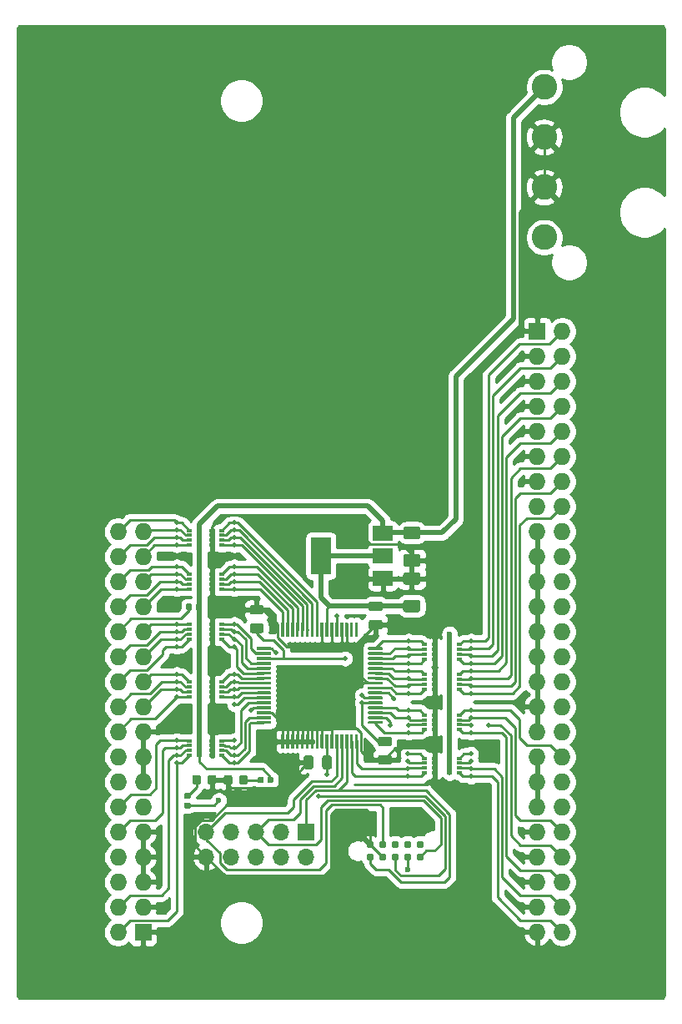
<source format=gbr>
G04 #@! TF.GenerationSoftware,KiCad,Pcbnew,(5.1.5)-3*
G04 #@! TF.CreationDate,2020-11-01T13:08:26+00:00*
G04 #@! TF.ProjectId,SCSIAdaptor,53435349-4164-4617-9074-6f722e6b6963,rev?*
G04 #@! TF.SameCoordinates,Original*
G04 #@! TF.FileFunction,Copper,L1,Top*
G04 #@! TF.FilePolarity,Positive*
%FSLAX46Y46*%
G04 Gerber Fmt 4.6, Leading zero omitted, Abs format (unit mm)*
G04 Created by KiCad (PCBNEW (5.1.5)-3) date 2020-11-01 13:08:26*
%MOMM*%
%LPD*%
G04 APERTURE LIST*
%ADD10C,0.100000*%
%ADD11O,1.727200X1.727200*%
%ADD12R,1.727200X1.727200*%
%ADD13C,0.787400*%
%ADD14C,2.600000*%
%ADD15R,0.500000X0.320000*%
%ADD16R,2.000000X1.500000*%
%ADD17R,2.000000X3.800000*%
%ADD18O,1.700000X1.700000*%
%ADD19R,1.700000X1.700000*%
%ADD20C,0.500000*%
%ADD21C,0.600000*%
%ADD22C,0.250000*%
%ADD23C,0.500000*%
%ADD24C,0.254000*%
G04 APERTURE END LIST*
G04 #@! TA.AperFunction,SMDPad,CuDef*
D10*
G36*
X127241958Y-101294710D02*
G01*
X127256276Y-101296834D01*
X127270317Y-101300351D01*
X127283946Y-101305228D01*
X127297031Y-101311417D01*
X127309447Y-101318858D01*
X127321073Y-101327481D01*
X127331798Y-101337202D01*
X127341519Y-101347927D01*
X127350142Y-101359553D01*
X127357583Y-101371969D01*
X127363772Y-101385054D01*
X127368649Y-101398683D01*
X127372166Y-101412724D01*
X127374290Y-101427042D01*
X127375000Y-101441500D01*
X127375000Y-101786500D01*
X127374290Y-101800958D01*
X127372166Y-101815276D01*
X127368649Y-101829317D01*
X127363772Y-101842946D01*
X127357583Y-101856031D01*
X127350142Y-101868447D01*
X127341519Y-101880073D01*
X127331798Y-101890798D01*
X127321073Y-101900519D01*
X127309447Y-101909142D01*
X127297031Y-101916583D01*
X127283946Y-101922772D01*
X127270317Y-101927649D01*
X127256276Y-101931166D01*
X127241958Y-101933290D01*
X127227500Y-101934000D01*
X126932500Y-101934000D01*
X126918042Y-101933290D01*
X126903724Y-101931166D01*
X126889683Y-101927649D01*
X126876054Y-101922772D01*
X126862969Y-101916583D01*
X126850553Y-101909142D01*
X126838927Y-101900519D01*
X126828202Y-101890798D01*
X126818481Y-101880073D01*
X126809858Y-101868447D01*
X126802417Y-101856031D01*
X126796228Y-101842946D01*
X126791351Y-101829317D01*
X126787834Y-101815276D01*
X126785710Y-101800958D01*
X126785000Y-101786500D01*
X126785000Y-101441500D01*
X126785710Y-101427042D01*
X126787834Y-101412724D01*
X126791351Y-101398683D01*
X126796228Y-101385054D01*
X126802417Y-101371969D01*
X126809858Y-101359553D01*
X126818481Y-101347927D01*
X126828202Y-101337202D01*
X126838927Y-101327481D01*
X126850553Y-101318858D01*
X126862969Y-101311417D01*
X126876054Y-101305228D01*
X126889683Y-101300351D01*
X126903724Y-101296834D01*
X126918042Y-101294710D01*
X126932500Y-101294000D01*
X127227500Y-101294000D01*
X127241958Y-101294710D01*
G37*
G04 #@! TD.AperFunction*
G04 #@! TA.AperFunction,SMDPad,CuDef*
G36*
X128211958Y-101294710D02*
G01*
X128226276Y-101296834D01*
X128240317Y-101300351D01*
X128253946Y-101305228D01*
X128267031Y-101311417D01*
X128279447Y-101318858D01*
X128291073Y-101327481D01*
X128301798Y-101337202D01*
X128311519Y-101347927D01*
X128320142Y-101359553D01*
X128327583Y-101371969D01*
X128333772Y-101385054D01*
X128338649Y-101398683D01*
X128342166Y-101412724D01*
X128344290Y-101427042D01*
X128345000Y-101441500D01*
X128345000Y-101786500D01*
X128344290Y-101800958D01*
X128342166Y-101815276D01*
X128338649Y-101829317D01*
X128333772Y-101842946D01*
X128327583Y-101856031D01*
X128320142Y-101868447D01*
X128311519Y-101880073D01*
X128301798Y-101890798D01*
X128291073Y-101900519D01*
X128279447Y-101909142D01*
X128267031Y-101916583D01*
X128253946Y-101922772D01*
X128240317Y-101927649D01*
X128226276Y-101931166D01*
X128211958Y-101933290D01*
X128197500Y-101934000D01*
X127902500Y-101934000D01*
X127888042Y-101933290D01*
X127873724Y-101931166D01*
X127859683Y-101927649D01*
X127846054Y-101922772D01*
X127832969Y-101916583D01*
X127820553Y-101909142D01*
X127808927Y-101900519D01*
X127798202Y-101890798D01*
X127788481Y-101880073D01*
X127779858Y-101868447D01*
X127772417Y-101856031D01*
X127766228Y-101842946D01*
X127761351Y-101829317D01*
X127757834Y-101815276D01*
X127755710Y-101800958D01*
X127755000Y-101786500D01*
X127755000Y-101441500D01*
X127755710Y-101427042D01*
X127757834Y-101412724D01*
X127761351Y-101398683D01*
X127766228Y-101385054D01*
X127772417Y-101371969D01*
X127779858Y-101359553D01*
X127788481Y-101347927D01*
X127798202Y-101337202D01*
X127808927Y-101327481D01*
X127820553Y-101318858D01*
X127832969Y-101311417D01*
X127846054Y-101305228D01*
X127859683Y-101300351D01*
X127873724Y-101296834D01*
X127888042Y-101294710D01*
X127902500Y-101294000D01*
X128197500Y-101294000D01*
X128211958Y-101294710D01*
G37*
G04 #@! TD.AperFunction*
D11*
X119866000Y-93980000D03*
X122406000Y-93980000D03*
X119866000Y-96520000D03*
X122406000Y-96520000D03*
X119866000Y-99060000D03*
X122406000Y-99060000D03*
X119866000Y-101600000D03*
X122406000Y-101600000D03*
X119866000Y-104140000D03*
X122406000Y-104140000D03*
X119866000Y-106680000D03*
X122406000Y-106680000D03*
X119866000Y-109220000D03*
X122406000Y-109220000D03*
X119866000Y-111760000D03*
X122406000Y-111760000D03*
X119866000Y-114300000D03*
X122406000Y-114300000D03*
X119866000Y-116840000D03*
X122406000Y-116840000D03*
X119866000Y-119380000D03*
X122406000Y-119380000D03*
X119866000Y-121920000D03*
X122406000Y-121920000D03*
X119866000Y-124460000D03*
X122406000Y-124460000D03*
X119866000Y-127000000D03*
X122406000Y-127000000D03*
X119866000Y-129540000D03*
X122406000Y-129540000D03*
X119866000Y-132080000D03*
X122406000Y-132080000D03*
X119866000Y-134620000D03*
D12*
X122406000Y-134620000D03*
D13*
X145465800Y-125730000D03*
X146735800Y-125730000D03*
X148005800Y-125730000D03*
X149275800Y-125730000D03*
X150545800Y-125730000D03*
X150545800Y-127000000D03*
X149275800Y-127000000D03*
X148005800Y-127000000D03*
X146735800Y-127000000D03*
X145465800Y-127000000D03*
D14*
X163144000Y-48895000D03*
X163144000Y-53975000D03*
X163144000Y-59055000D03*
X163144000Y-64135000D03*
G04 #@! TA.AperFunction,SMDPad,CuDef*
D10*
G36*
X127110758Y-120505710D02*
G01*
X127125076Y-120507834D01*
X127139117Y-120511351D01*
X127152746Y-120516228D01*
X127165831Y-120522417D01*
X127178247Y-120529858D01*
X127189873Y-120538481D01*
X127200598Y-120548202D01*
X127210319Y-120558927D01*
X127218942Y-120570553D01*
X127226383Y-120582969D01*
X127232572Y-120596054D01*
X127237449Y-120609683D01*
X127240966Y-120623724D01*
X127243090Y-120638042D01*
X127243800Y-120652500D01*
X127243800Y-120947500D01*
X127243090Y-120961958D01*
X127240966Y-120976276D01*
X127237449Y-120990317D01*
X127232572Y-121003946D01*
X127226383Y-121017031D01*
X127218942Y-121029447D01*
X127210319Y-121041073D01*
X127200598Y-121051798D01*
X127189873Y-121061519D01*
X127178247Y-121070142D01*
X127165831Y-121077583D01*
X127152746Y-121083772D01*
X127139117Y-121088649D01*
X127125076Y-121092166D01*
X127110758Y-121094290D01*
X127096300Y-121095000D01*
X126751300Y-121095000D01*
X126736842Y-121094290D01*
X126722524Y-121092166D01*
X126708483Y-121088649D01*
X126694854Y-121083772D01*
X126681769Y-121077583D01*
X126669353Y-121070142D01*
X126657727Y-121061519D01*
X126647002Y-121051798D01*
X126637281Y-121041073D01*
X126628658Y-121029447D01*
X126621217Y-121017031D01*
X126615028Y-121003946D01*
X126610151Y-120990317D01*
X126606634Y-120976276D01*
X126604510Y-120961958D01*
X126603800Y-120947500D01*
X126603800Y-120652500D01*
X126604510Y-120638042D01*
X126606634Y-120623724D01*
X126610151Y-120609683D01*
X126615028Y-120596054D01*
X126621217Y-120582969D01*
X126628658Y-120570553D01*
X126637281Y-120558927D01*
X126647002Y-120548202D01*
X126657727Y-120538481D01*
X126669353Y-120529858D01*
X126681769Y-120522417D01*
X126694854Y-120516228D01*
X126708483Y-120511351D01*
X126722524Y-120507834D01*
X126736842Y-120505710D01*
X126751300Y-120505000D01*
X127096300Y-120505000D01*
X127110758Y-120505710D01*
G37*
G04 #@! TD.AperFunction*
G04 #@! TA.AperFunction,SMDPad,CuDef*
G36*
X127110758Y-121475710D02*
G01*
X127125076Y-121477834D01*
X127139117Y-121481351D01*
X127152746Y-121486228D01*
X127165831Y-121492417D01*
X127178247Y-121499858D01*
X127189873Y-121508481D01*
X127200598Y-121518202D01*
X127210319Y-121528927D01*
X127218942Y-121540553D01*
X127226383Y-121552969D01*
X127232572Y-121566054D01*
X127237449Y-121579683D01*
X127240966Y-121593724D01*
X127243090Y-121608042D01*
X127243800Y-121622500D01*
X127243800Y-121917500D01*
X127243090Y-121931958D01*
X127240966Y-121946276D01*
X127237449Y-121960317D01*
X127232572Y-121973946D01*
X127226383Y-121987031D01*
X127218942Y-121999447D01*
X127210319Y-122011073D01*
X127200598Y-122021798D01*
X127189873Y-122031519D01*
X127178247Y-122040142D01*
X127165831Y-122047583D01*
X127152746Y-122053772D01*
X127139117Y-122058649D01*
X127125076Y-122062166D01*
X127110758Y-122064290D01*
X127096300Y-122065000D01*
X126751300Y-122065000D01*
X126736842Y-122064290D01*
X126722524Y-122062166D01*
X126708483Y-122058649D01*
X126694854Y-122053772D01*
X126681769Y-122047583D01*
X126669353Y-122040142D01*
X126657727Y-122031519D01*
X126647002Y-122021798D01*
X126637281Y-122011073D01*
X126628658Y-121999447D01*
X126621217Y-121987031D01*
X126615028Y-121973946D01*
X126610151Y-121960317D01*
X126606634Y-121946276D01*
X126604510Y-121931958D01*
X126603800Y-121917500D01*
X126603800Y-121622500D01*
X126604510Y-121608042D01*
X126606634Y-121593724D01*
X126610151Y-121579683D01*
X126615028Y-121566054D01*
X126621217Y-121552969D01*
X126628658Y-121540553D01*
X126637281Y-121528927D01*
X126647002Y-121518202D01*
X126657727Y-121508481D01*
X126669353Y-121499858D01*
X126681769Y-121492417D01*
X126694854Y-121486228D01*
X126708483Y-121481351D01*
X126722524Y-121477834D01*
X126736842Y-121475710D01*
X126751300Y-121475000D01*
X127096300Y-121475000D01*
X127110758Y-121475710D01*
G37*
G04 #@! TD.AperFunction*
G04 #@! TA.AperFunction,SMDPad,CuDef*
G36*
X134525558Y-118857510D02*
G01*
X134539876Y-118859634D01*
X134553917Y-118863151D01*
X134567546Y-118868028D01*
X134580631Y-118874217D01*
X134593047Y-118881658D01*
X134604673Y-118890281D01*
X134615398Y-118900002D01*
X134625119Y-118910727D01*
X134633742Y-118922353D01*
X134641183Y-118934769D01*
X134647372Y-118947854D01*
X134652249Y-118961483D01*
X134655766Y-118975524D01*
X134657890Y-118989842D01*
X134658600Y-119004300D01*
X134658600Y-119349300D01*
X134657890Y-119363758D01*
X134655766Y-119378076D01*
X134652249Y-119392117D01*
X134647372Y-119405746D01*
X134641183Y-119418831D01*
X134633742Y-119431247D01*
X134625119Y-119442873D01*
X134615398Y-119453598D01*
X134604673Y-119463319D01*
X134593047Y-119471942D01*
X134580631Y-119479383D01*
X134567546Y-119485572D01*
X134553917Y-119490449D01*
X134539876Y-119493966D01*
X134525558Y-119496090D01*
X134511100Y-119496800D01*
X134216100Y-119496800D01*
X134201642Y-119496090D01*
X134187324Y-119493966D01*
X134173283Y-119490449D01*
X134159654Y-119485572D01*
X134146569Y-119479383D01*
X134134153Y-119471942D01*
X134122527Y-119463319D01*
X134111802Y-119453598D01*
X134102081Y-119442873D01*
X134093458Y-119431247D01*
X134086017Y-119418831D01*
X134079828Y-119405746D01*
X134074951Y-119392117D01*
X134071434Y-119378076D01*
X134069310Y-119363758D01*
X134068600Y-119349300D01*
X134068600Y-119004300D01*
X134069310Y-118989842D01*
X134071434Y-118975524D01*
X134074951Y-118961483D01*
X134079828Y-118947854D01*
X134086017Y-118934769D01*
X134093458Y-118922353D01*
X134102081Y-118910727D01*
X134111802Y-118900002D01*
X134122527Y-118890281D01*
X134134153Y-118881658D01*
X134146569Y-118874217D01*
X134159654Y-118868028D01*
X134173283Y-118863151D01*
X134187324Y-118859634D01*
X134201642Y-118857510D01*
X134216100Y-118856800D01*
X134511100Y-118856800D01*
X134525558Y-118857510D01*
G37*
G04 #@! TD.AperFunction*
G04 #@! TA.AperFunction,SMDPad,CuDef*
G36*
X135495558Y-118857510D02*
G01*
X135509876Y-118859634D01*
X135523917Y-118863151D01*
X135537546Y-118868028D01*
X135550631Y-118874217D01*
X135563047Y-118881658D01*
X135574673Y-118890281D01*
X135585398Y-118900002D01*
X135595119Y-118910727D01*
X135603742Y-118922353D01*
X135611183Y-118934769D01*
X135617372Y-118947854D01*
X135622249Y-118961483D01*
X135625766Y-118975524D01*
X135627890Y-118989842D01*
X135628600Y-119004300D01*
X135628600Y-119349300D01*
X135627890Y-119363758D01*
X135625766Y-119378076D01*
X135622249Y-119392117D01*
X135617372Y-119405746D01*
X135611183Y-119418831D01*
X135603742Y-119431247D01*
X135595119Y-119442873D01*
X135585398Y-119453598D01*
X135574673Y-119463319D01*
X135563047Y-119471942D01*
X135550631Y-119479383D01*
X135537546Y-119485572D01*
X135523917Y-119490449D01*
X135509876Y-119493966D01*
X135495558Y-119496090D01*
X135481100Y-119496800D01*
X135186100Y-119496800D01*
X135171642Y-119496090D01*
X135157324Y-119493966D01*
X135143283Y-119490449D01*
X135129654Y-119485572D01*
X135116569Y-119479383D01*
X135104153Y-119471942D01*
X135092527Y-119463319D01*
X135081802Y-119453598D01*
X135072081Y-119442873D01*
X135063458Y-119431247D01*
X135056017Y-119418831D01*
X135049828Y-119405746D01*
X135044951Y-119392117D01*
X135041434Y-119378076D01*
X135039310Y-119363758D01*
X135038600Y-119349300D01*
X135038600Y-119004300D01*
X135039310Y-118989842D01*
X135041434Y-118975524D01*
X135044951Y-118961483D01*
X135049828Y-118947854D01*
X135056017Y-118934769D01*
X135063458Y-118922353D01*
X135072081Y-118910727D01*
X135081802Y-118900002D01*
X135092527Y-118890281D01*
X135104153Y-118881658D01*
X135116569Y-118874217D01*
X135129654Y-118868028D01*
X135143283Y-118863151D01*
X135157324Y-118859634D01*
X135171642Y-118857510D01*
X135186100Y-118856800D01*
X135481100Y-118856800D01*
X135495558Y-118857510D01*
G37*
G04 #@! TD.AperFunction*
G04 #@! TA.AperFunction,SMDPad,CuDef*
G36*
X128078291Y-118677453D02*
G01*
X128099526Y-118680603D01*
X128120350Y-118685819D01*
X128140562Y-118693051D01*
X128159968Y-118702230D01*
X128178381Y-118713266D01*
X128195624Y-118726054D01*
X128211530Y-118740470D01*
X128225946Y-118756376D01*
X128238734Y-118773619D01*
X128249770Y-118792032D01*
X128258949Y-118811438D01*
X128266181Y-118831650D01*
X128271397Y-118852474D01*
X128274547Y-118873709D01*
X128275600Y-118895150D01*
X128275600Y-119407650D01*
X128274547Y-119429091D01*
X128271397Y-119450326D01*
X128266181Y-119471150D01*
X128258949Y-119491362D01*
X128249770Y-119510768D01*
X128238734Y-119529181D01*
X128225946Y-119546424D01*
X128211530Y-119562330D01*
X128195624Y-119576746D01*
X128178381Y-119589534D01*
X128159968Y-119600570D01*
X128140562Y-119609749D01*
X128120350Y-119616981D01*
X128099526Y-119622197D01*
X128078291Y-119625347D01*
X128056850Y-119626400D01*
X127619350Y-119626400D01*
X127597909Y-119625347D01*
X127576674Y-119622197D01*
X127555850Y-119616981D01*
X127535638Y-119609749D01*
X127516232Y-119600570D01*
X127497819Y-119589534D01*
X127480576Y-119576746D01*
X127464670Y-119562330D01*
X127450254Y-119546424D01*
X127437466Y-119529181D01*
X127426430Y-119510768D01*
X127417251Y-119491362D01*
X127410019Y-119471150D01*
X127404803Y-119450326D01*
X127401653Y-119429091D01*
X127400600Y-119407650D01*
X127400600Y-118895150D01*
X127401653Y-118873709D01*
X127404803Y-118852474D01*
X127410019Y-118831650D01*
X127417251Y-118811438D01*
X127426430Y-118792032D01*
X127437466Y-118773619D01*
X127450254Y-118756376D01*
X127464670Y-118740470D01*
X127480576Y-118726054D01*
X127497819Y-118713266D01*
X127516232Y-118702230D01*
X127535638Y-118693051D01*
X127555850Y-118685819D01*
X127576674Y-118680603D01*
X127597909Y-118677453D01*
X127619350Y-118676400D01*
X128056850Y-118676400D01*
X128078291Y-118677453D01*
G37*
G04 #@! TD.AperFunction*
G04 #@! TA.AperFunction,SMDPad,CuDef*
G36*
X129653291Y-118677453D02*
G01*
X129674526Y-118680603D01*
X129695350Y-118685819D01*
X129715562Y-118693051D01*
X129734968Y-118702230D01*
X129753381Y-118713266D01*
X129770624Y-118726054D01*
X129786530Y-118740470D01*
X129800946Y-118756376D01*
X129813734Y-118773619D01*
X129824770Y-118792032D01*
X129833949Y-118811438D01*
X129841181Y-118831650D01*
X129846397Y-118852474D01*
X129849547Y-118873709D01*
X129850600Y-118895150D01*
X129850600Y-119407650D01*
X129849547Y-119429091D01*
X129846397Y-119450326D01*
X129841181Y-119471150D01*
X129833949Y-119491362D01*
X129824770Y-119510768D01*
X129813734Y-119529181D01*
X129800946Y-119546424D01*
X129786530Y-119562330D01*
X129770624Y-119576746D01*
X129753381Y-119589534D01*
X129734968Y-119600570D01*
X129715562Y-119609749D01*
X129695350Y-119616981D01*
X129674526Y-119622197D01*
X129653291Y-119625347D01*
X129631850Y-119626400D01*
X129194350Y-119626400D01*
X129172909Y-119625347D01*
X129151674Y-119622197D01*
X129130850Y-119616981D01*
X129110638Y-119609749D01*
X129091232Y-119600570D01*
X129072819Y-119589534D01*
X129055576Y-119576746D01*
X129039670Y-119562330D01*
X129025254Y-119546424D01*
X129012466Y-119529181D01*
X129001430Y-119510768D01*
X128992251Y-119491362D01*
X128985019Y-119471150D01*
X128979803Y-119450326D01*
X128976653Y-119429091D01*
X128975600Y-119407650D01*
X128975600Y-118895150D01*
X128976653Y-118873709D01*
X128979803Y-118852474D01*
X128985019Y-118831650D01*
X128992251Y-118811438D01*
X129001430Y-118792032D01*
X129012466Y-118773619D01*
X129025254Y-118756376D01*
X129039670Y-118740470D01*
X129055576Y-118726054D01*
X129072819Y-118713266D01*
X129091232Y-118702230D01*
X129110638Y-118693051D01*
X129130850Y-118685819D01*
X129151674Y-118680603D01*
X129172909Y-118677453D01*
X129194350Y-118676400D01*
X129631850Y-118676400D01*
X129653291Y-118677453D01*
G37*
G04 #@! TD.AperFunction*
G04 #@! TA.AperFunction,SMDPad,CuDef*
G36*
X132853691Y-118702853D02*
G01*
X132874926Y-118706003D01*
X132895750Y-118711219D01*
X132915962Y-118718451D01*
X132935368Y-118727630D01*
X132953781Y-118738666D01*
X132971024Y-118751454D01*
X132986930Y-118765870D01*
X133001346Y-118781776D01*
X133014134Y-118799019D01*
X133025170Y-118817432D01*
X133034349Y-118836838D01*
X133041581Y-118857050D01*
X133046797Y-118877874D01*
X133049947Y-118899109D01*
X133051000Y-118920550D01*
X133051000Y-119433050D01*
X133049947Y-119454491D01*
X133046797Y-119475726D01*
X133041581Y-119496550D01*
X133034349Y-119516762D01*
X133025170Y-119536168D01*
X133014134Y-119554581D01*
X133001346Y-119571824D01*
X132986930Y-119587730D01*
X132971024Y-119602146D01*
X132953781Y-119614934D01*
X132935368Y-119625970D01*
X132915962Y-119635149D01*
X132895750Y-119642381D01*
X132874926Y-119647597D01*
X132853691Y-119650747D01*
X132832250Y-119651800D01*
X132394750Y-119651800D01*
X132373309Y-119650747D01*
X132352074Y-119647597D01*
X132331250Y-119642381D01*
X132311038Y-119635149D01*
X132291632Y-119625970D01*
X132273219Y-119614934D01*
X132255976Y-119602146D01*
X132240070Y-119587730D01*
X132225654Y-119571824D01*
X132212866Y-119554581D01*
X132201830Y-119536168D01*
X132192651Y-119516762D01*
X132185419Y-119496550D01*
X132180203Y-119475726D01*
X132177053Y-119454491D01*
X132176000Y-119433050D01*
X132176000Y-118920550D01*
X132177053Y-118899109D01*
X132180203Y-118877874D01*
X132185419Y-118857050D01*
X132192651Y-118836838D01*
X132201830Y-118817432D01*
X132212866Y-118799019D01*
X132225654Y-118781776D01*
X132240070Y-118765870D01*
X132255976Y-118751454D01*
X132273219Y-118738666D01*
X132291632Y-118727630D01*
X132311038Y-118718451D01*
X132331250Y-118711219D01*
X132352074Y-118706003D01*
X132373309Y-118702853D01*
X132394750Y-118701800D01*
X132832250Y-118701800D01*
X132853691Y-118702853D01*
G37*
G04 #@! TD.AperFunction*
G04 #@! TA.AperFunction,SMDPad,CuDef*
G36*
X131278691Y-118702853D02*
G01*
X131299926Y-118706003D01*
X131320750Y-118711219D01*
X131340962Y-118718451D01*
X131360368Y-118727630D01*
X131378781Y-118738666D01*
X131396024Y-118751454D01*
X131411930Y-118765870D01*
X131426346Y-118781776D01*
X131439134Y-118799019D01*
X131450170Y-118817432D01*
X131459349Y-118836838D01*
X131466581Y-118857050D01*
X131471797Y-118877874D01*
X131474947Y-118899109D01*
X131476000Y-118920550D01*
X131476000Y-119433050D01*
X131474947Y-119454491D01*
X131471797Y-119475726D01*
X131466581Y-119496550D01*
X131459349Y-119516762D01*
X131450170Y-119536168D01*
X131439134Y-119554581D01*
X131426346Y-119571824D01*
X131411930Y-119587730D01*
X131396024Y-119602146D01*
X131378781Y-119614934D01*
X131360368Y-119625970D01*
X131340962Y-119635149D01*
X131320750Y-119642381D01*
X131299926Y-119647597D01*
X131278691Y-119650747D01*
X131257250Y-119651800D01*
X130819750Y-119651800D01*
X130798309Y-119650747D01*
X130777074Y-119647597D01*
X130756250Y-119642381D01*
X130736038Y-119635149D01*
X130716632Y-119625970D01*
X130698219Y-119614934D01*
X130680976Y-119602146D01*
X130665070Y-119587730D01*
X130650654Y-119571824D01*
X130637866Y-119554581D01*
X130626830Y-119536168D01*
X130617651Y-119516762D01*
X130610419Y-119496550D01*
X130605203Y-119475726D01*
X130602053Y-119454491D01*
X130601000Y-119433050D01*
X130601000Y-118920550D01*
X130602053Y-118899109D01*
X130605203Y-118877874D01*
X130610419Y-118857050D01*
X130617651Y-118836838D01*
X130626830Y-118817432D01*
X130637866Y-118799019D01*
X130650654Y-118781776D01*
X130665070Y-118765870D01*
X130680976Y-118751454D01*
X130698219Y-118738666D01*
X130716632Y-118727630D01*
X130736038Y-118718451D01*
X130756250Y-118711219D01*
X130777074Y-118706003D01*
X130798309Y-118702853D01*
X130819750Y-118701800D01*
X131257250Y-118701800D01*
X131278691Y-118702853D01*
G37*
G04 #@! TD.AperFunction*
G04 #@! TA.AperFunction,SMDPad,CuDef*
G36*
X136667351Y-103201361D02*
G01*
X136674632Y-103202441D01*
X136681771Y-103204229D01*
X136688701Y-103206709D01*
X136695355Y-103209856D01*
X136701668Y-103213640D01*
X136707579Y-103218024D01*
X136713033Y-103222967D01*
X136717976Y-103228421D01*
X136722360Y-103234332D01*
X136726144Y-103240645D01*
X136729291Y-103247299D01*
X136731771Y-103254229D01*
X136733559Y-103261368D01*
X136734639Y-103268649D01*
X136735000Y-103276000D01*
X136735000Y-104601000D01*
X136734639Y-104608351D01*
X136733559Y-104615632D01*
X136731771Y-104622771D01*
X136729291Y-104629701D01*
X136726144Y-104636355D01*
X136722360Y-104642668D01*
X136717976Y-104648579D01*
X136713033Y-104654033D01*
X136707579Y-104658976D01*
X136701668Y-104663360D01*
X136695355Y-104667144D01*
X136688701Y-104670291D01*
X136681771Y-104672771D01*
X136674632Y-104674559D01*
X136667351Y-104675639D01*
X136660000Y-104676000D01*
X136510000Y-104676000D01*
X136502649Y-104675639D01*
X136495368Y-104674559D01*
X136488229Y-104672771D01*
X136481299Y-104670291D01*
X136474645Y-104667144D01*
X136468332Y-104663360D01*
X136462421Y-104658976D01*
X136456967Y-104654033D01*
X136452024Y-104648579D01*
X136447640Y-104642668D01*
X136443856Y-104636355D01*
X136440709Y-104629701D01*
X136438229Y-104622771D01*
X136436441Y-104615632D01*
X136435361Y-104608351D01*
X136435000Y-104601000D01*
X136435000Y-103276000D01*
X136435361Y-103268649D01*
X136436441Y-103261368D01*
X136438229Y-103254229D01*
X136440709Y-103247299D01*
X136443856Y-103240645D01*
X136447640Y-103234332D01*
X136452024Y-103228421D01*
X136456967Y-103222967D01*
X136462421Y-103218024D01*
X136468332Y-103213640D01*
X136474645Y-103209856D01*
X136481299Y-103206709D01*
X136488229Y-103204229D01*
X136495368Y-103202441D01*
X136502649Y-103201361D01*
X136510000Y-103201000D01*
X136660000Y-103201000D01*
X136667351Y-103201361D01*
G37*
G04 #@! TD.AperFunction*
G04 #@! TA.AperFunction,SMDPad,CuDef*
G36*
X137167351Y-103201361D02*
G01*
X137174632Y-103202441D01*
X137181771Y-103204229D01*
X137188701Y-103206709D01*
X137195355Y-103209856D01*
X137201668Y-103213640D01*
X137207579Y-103218024D01*
X137213033Y-103222967D01*
X137217976Y-103228421D01*
X137222360Y-103234332D01*
X137226144Y-103240645D01*
X137229291Y-103247299D01*
X137231771Y-103254229D01*
X137233559Y-103261368D01*
X137234639Y-103268649D01*
X137235000Y-103276000D01*
X137235000Y-104601000D01*
X137234639Y-104608351D01*
X137233559Y-104615632D01*
X137231771Y-104622771D01*
X137229291Y-104629701D01*
X137226144Y-104636355D01*
X137222360Y-104642668D01*
X137217976Y-104648579D01*
X137213033Y-104654033D01*
X137207579Y-104658976D01*
X137201668Y-104663360D01*
X137195355Y-104667144D01*
X137188701Y-104670291D01*
X137181771Y-104672771D01*
X137174632Y-104674559D01*
X137167351Y-104675639D01*
X137160000Y-104676000D01*
X137010000Y-104676000D01*
X137002649Y-104675639D01*
X136995368Y-104674559D01*
X136988229Y-104672771D01*
X136981299Y-104670291D01*
X136974645Y-104667144D01*
X136968332Y-104663360D01*
X136962421Y-104658976D01*
X136956967Y-104654033D01*
X136952024Y-104648579D01*
X136947640Y-104642668D01*
X136943856Y-104636355D01*
X136940709Y-104629701D01*
X136938229Y-104622771D01*
X136936441Y-104615632D01*
X136935361Y-104608351D01*
X136935000Y-104601000D01*
X136935000Y-103276000D01*
X136935361Y-103268649D01*
X136936441Y-103261368D01*
X136938229Y-103254229D01*
X136940709Y-103247299D01*
X136943856Y-103240645D01*
X136947640Y-103234332D01*
X136952024Y-103228421D01*
X136956967Y-103222967D01*
X136962421Y-103218024D01*
X136968332Y-103213640D01*
X136974645Y-103209856D01*
X136981299Y-103206709D01*
X136988229Y-103204229D01*
X136995368Y-103202441D01*
X137002649Y-103201361D01*
X137010000Y-103201000D01*
X137160000Y-103201000D01*
X137167351Y-103201361D01*
G37*
G04 #@! TD.AperFunction*
G04 #@! TA.AperFunction,SMDPad,CuDef*
G36*
X137667351Y-103201361D02*
G01*
X137674632Y-103202441D01*
X137681771Y-103204229D01*
X137688701Y-103206709D01*
X137695355Y-103209856D01*
X137701668Y-103213640D01*
X137707579Y-103218024D01*
X137713033Y-103222967D01*
X137717976Y-103228421D01*
X137722360Y-103234332D01*
X137726144Y-103240645D01*
X137729291Y-103247299D01*
X137731771Y-103254229D01*
X137733559Y-103261368D01*
X137734639Y-103268649D01*
X137735000Y-103276000D01*
X137735000Y-104601000D01*
X137734639Y-104608351D01*
X137733559Y-104615632D01*
X137731771Y-104622771D01*
X137729291Y-104629701D01*
X137726144Y-104636355D01*
X137722360Y-104642668D01*
X137717976Y-104648579D01*
X137713033Y-104654033D01*
X137707579Y-104658976D01*
X137701668Y-104663360D01*
X137695355Y-104667144D01*
X137688701Y-104670291D01*
X137681771Y-104672771D01*
X137674632Y-104674559D01*
X137667351Y-104675639D01*
X137660000Y-104676000D01*
X137510000Y-104676000D01*
X137502649Y-104675639D01*
X137495368Y-104674559D01*
X137488229Y-104672771D01*
X137481299Y-104670291D01*
X137474645Y-104667144D01*
X137468332Y-104663360D01*
X137462421Y-104658976D01*
X137456967Y-104654033D01*
X137452024Y-104648579D01*
X137447640Y-104642668D01*
X137443856Y-104636355D01*
X137440709Y-104629701D01*
X137438229Y-104622771D01*
X137436441Y-104615632D01*
X137435361Y-104608351D01*
X137435000Y-104601000D01*
X137435000Y-103276000D01*
X137435361Y-103268649D01*
X137436441Y-103261368D01*
X137438229Y-103254229D01*
X137440709Y-103247299D01*
X137443856Y-103240645D01*
X137447640Y-103234332D01*
X137452024Y-103228421D01*
X137456967Y-103222967D01*
X137462421Y-103218024D01*
X137468332Y-103213640D01*
X137474645Y-103209856D01*
X137481299Y-103206709D01*
X137488229Y-103204229D01*
X137495368Y-103202441D01*
X137502649Y-103201361D01*
X137510000Y-103201000D01*
X137660000Y-103201000D01*
X137667351Y-103201361D01*
G37*
G04 #@! TD.AperFunction*
G04 #@! TA.AperFunction,SMDPad,CuDef*
G36*
X138167351Y-103201361D02*
G01*
X138174632Y-103202441D01*
X138181771Y-103204229D01*
X138188701Y-103206709D01*
X138195355Y-103209856D01*
X138201668Y-103213640D01*
X138207579Y-103218024D01*
X138213033Y-103222967D01*
X138217976Y-103228421D01*
X138222360Y-103234332D01*
X138226144Y-103240645D01*
X138229291Y-103247299D01*
X138231771Y-103254229D01*
X138233559Y-103261368D01*
X138234639Y-103268649D01*
X138235000Y-103276000D01*
X138235000Y-104601000D01*
X138234639Y-104608351D01*
X138233559Y-104615632D01*
X138231771Y-104622771D01*
X138229291Y-104629701D01*
X138226144Y-104636355D01*
X138222360Y-104642668D01*
X138217976Y-104648579D01*
X138213033Y-104654033D01*
X138207579Y-104658976D01*
X138201668Y-104663360D01*
X138195355Y-104667144D01*
X138188701Y-104670291D01*
X138181771Y-104672771D01*
X138174632Y-104674559D01*
X138167351Y-104675639D01*
X138160000Y-104676000D01*
X138010000Y-104676000D01*
X138002649Y-104675639D01*
X137995368Y-104674559D01*
X137988229Y-104672771D01*
X137981299Y-104670291D01*
X137974645Y-104667144D01*
X137968332Y-104663360D01*
X137962421Y-104658976D01*
X137956967Y-104654033D01*
X137952024Y-104648579D01*
X137947640Y-104642668D01*
X137943856Y-104636355D01*
X137940709Y-104629701D01*
X137938229Y-104622771D01*
X137936441Y-104615632D01*
X137935361Y-104608351D01*
X137935000Y-104601000D01*
X137935000Y-103276000D01*
X137935361Y-103268649D01*
X137936441Y-103261368D01*
X137938229Y-103254229D01*
X137940709Y-103247299D01*
X137943856Y-103240645D01*
X137947640Y-103234332D01*
X137952024Y-103228421D01*
X137956967Y-103222967D01*
X137962421Y-103218024D01*
X137968332Y-103213640D01*
X137974645Y-103209856D01*
X137981299Y-103206709D01*
X137988229Y-103204229D01*
X137995368Y-103202441D01*
X138002649Y-103201361D01*
X138010000Y-103201000D01*
X138160000Y-103201000D01*
X138167351Y-103201361D01*
G37*
G04 #@! TD.AperFunction*
G04 #@! TA.AperFunction,SMDPad,CuDef*
G36*
X138667351Y-103201361D02*
G01*
X138674632Y-103202441D01*
X138681771Y-103204229D01*
X138688701Y-103206709D01*
X138695355Y-103209856D01*
X138701668Y-103213640D01*
X138707579Y-103218024D01*
X138713033Y-103222967D01*
X138717976Y-103228421D01*
X138722360Y-103234332D01*
X138726144Y-103240645D01*
X138729291Y-103247299D01*
X138731771Y-103254229D01*
X138733559Y-103261368D01*
X138734639Y-103268649D01*
X138735000Y-103276000D01*
X138735000Y-104601000D01*
X138734639Y-104608351D01*
X138733559Y-104615632D01*
X138731771Y-104622771D01*
X138729291Y-104629701D01*
X138726144Y-104636355D01*
X138722360Y-104642668D01*
X138717976Y-104648579D01*
X138713033Y-104654033D01*
X138707579Y-104658976D01*
X138701668Y-104663360D01*
X138695355Y-104667144D01*
X138688701Y-104670291D01*
X138681771Y-104672771D01*
X138674632Y-104674559D01*
X138667351Y-104675639D01*
X138660000Y-104676000D01*
X138510000Y-104676000D01*
X138502649Y-104675639D01*
X138495368Y-104674559D01*
X138488229Y-104672771D01*
X138481299Y-104670291D01*
X138474645Y-104667144D01*
X138468332Y-104663360D01*
X138462421Y-104658976D01*
X138456967Y-104654033D01*
X138452024Y-104648579D01*
X138447640Y-104642668D01*
X138443856Y-104636355D01*
X138440709Y-104629701D01*
X138438229Y-104622771D01*
X138436441Y-104615632D01*
X138435361Y-104608351D01*
X138435000Y-104601000D01*
X138435000Y-103276000D01*
X138435361Y-103268649D01*
X138436441Y-103261368D01*
X138438229Y-103254229D01*
X138440709Y-103247299D01*
X138443856Y-103240645D01*
X138447640Y-103234332D01*
X138452024Y-103228421D01*
X138456967Y-103222967D01*
X138462421Y-103218024D01*
X138468332Y-103213640D01*
X138474645Y-103209856D01*
X138481299Y-103206709D01*
X138488229Y-103204229D01*
X138495368Y-103202441D01*
X138502649Y-103201361D01*
X138510000Y-103201000D01*
X138660000Y-103201000D01*
X138667351Y-103201361D01*
G37*
G04 #@! TD.AperFunction*
G04 #@! TA.AperFunction,SMDPad,CuDef*
G36*
X139167351Y-103201361D02*
G01*
X139174632Y-103202441D01*
X139181771Y-103204229D01*
X139188701Y-103206709D01*
X139195355Y-103209856D01*
X139201668Y-103213640D01*
X139207579Y-103218024D01*
X139213033Y-103222967D01*
X139217976Y-103228421D01*
X139222360Y-103234332D01*
X139226144Y-103240645D01*
X139229291Y-103247299D01*
X139231771Y-103254229D01*
X139233559Y-103261368D01*
X139234639Y-103268649D01*
X139235000Y-103276000D01*
X139235000Y-104601000D01*
X139234639Y-104608351D01*
X139233559Y-104615632D01*
X139231771Y-104622771D01*
X139229291Y-104629701D01*
X139226144Y-104636355D01*
X139222360Y-104642668D01*
X139217976Y-104648579D01*
X139213033Y-104654033D01*
X139207579Y-104658976D01*
X139201668Y-104663360D01*
X139195355Y-104667144D01*
X139188701Y-104670291D01*
X139181771Y-104672771D01*
X139174632Y-104674559D01*
X139167351Y-104675639D01*
X139160000Y-104676000D01*
X139010000Y-104676000D01*
X139002649Y-104675639D01*
X138995368Y-104674559D01*
X138988229Y-104672771D01*
X138981299Y-104670291D01*
X138974645Y-104667144D01*
X138968332Y-104663360D01*
X138962421Y-104658976D01*
X138956967Y-104654033D01*
X138952024Y-104648579D01*
X138947640Y-104642668D01*
X138943856Y-104636355D01*
X138940709Y-104629701D01*
X138938229Y-104622771D01*
X138936441Y-104615632D01*
X138935361Y-104608351D01*
X138935000Y-104601000D01*
X138935000Y-103276000D01*
X138935361Y-103268649D01*
X138936441Y-103261368D01*
X138938229Y-103254229D01*
X138940709Y-103247299D01*
X138943856Y-103240645D01*
X138947640Y-103234332D01*
X138952024Y-103228421D01*
X138956967Y-103222967D01*
X138962421Y-103218024D01*
X138968332Y-103213640D01*
X138974645Y-103209856D01*
X138981299Y-103206709D01*
X138988229Y-103204229D01*
X138995368Y-103202441D01*
X139002649Y-103201361D01*
X139010000Y-103201000D01*
X139160000Y-103201000D01*
X139167351Y-103201361D01*
G37*
G04 #@! TD.AperFunction*
G04 #@! TA.AperFunction,SMDPad,CuDef*
G36*
X139667351Y-103201361D02*
G01*
X139674632Y-103202441D01*
X139681771Y-103204229D01*
X139688701Y-103206709D01*
X139695355Y-103209856D01*
X139701668Y-103213640D01*
X139707579Y-103218024D01*
X139713033Y-103222967D01*
X139717976Y-103228421D01*
X139722360Y-103234332D01*
X139726144Y-103240645D01*
X139729291Y-103247299D01*
X139731771Y-103254229D01*
X139733559Y-103261368D01*
X139734639Y-103268649D01*
X139735000Y-103276000D01*
X139735000Y-104601000D01*
X139734639Y-104608351D01*
X139733559Y-104615632D01*
X139731771Y-104622771D01*
X139729291Y-104629701D01*
X139726144Y-104636355D01*
X139722360Y-104642668D01*
X139717976Y-104648579D01*
X139713033Y-104654033D01*
X139707579Y-104658976D01*
X139701668Y-104663360D01*
X139695355Y-104667144D01*
X139688701Y-104670291D01*
X139681771Y-104672771D01*
X139674632Y-104674559D01*
X139667351Y-104675639D01*
X139660000Y-104676000D01*
X139510000Y-104676000D01*
X139502649Y-104675639D01*
X139495368Y-104674559D01*
X139488229Y-104672771D01*
X139481299Y-104670291D01*
X139474645Y-104667144D01*
X139468332Y-104663360D01*
X139462421Y-104658976D01*
X139456967Y-104654033D01*
X139452024Y-104648579D01*
X139447640Y-104642668D01*
X139443856Y-104636355D01*
X139440709Y-104629701D01*
X139438229Y-104622771D01*
X139436441Y-104615632D01*
X139435361Y-104608351D01*
X139435000Y-104601000D01*
X139435000Y-103276000D01*
X139435361Y-103268649D01*
X139436441Y-103261368D01*
X139438229Y-103254229D01*
X139440709Y-103247299D01*
X139443856Y-103240645D01*
X139447640Y-103234332D01*
X139452024Y-103228421D01*
X139456967Y-103222967D01*
X139462421Y-103218024D01*
X139468332Y-103213640D01*
X139474645Y-103209856D01*
X139481299Y-103206709D01*
X139488229Y-103204229D01*
X139495368Y-103202441D01*
X139502649Y-103201361D01*
X139510000Y-103201000D01*
X139660000Y-103201000D01*
X139667351Y-103201361D01*
G37*
G04 #@! TD.AperFunction*
G04 #@! TA.AperFunction,SMDPad,CuDef*
G36*
X140167351Y-103201361D02*
G01*
X140174632Y-103202441D01*
X140181771Y-103204229D01*
X140188701Y-103206709D01*
X140195355Y-103209856D01*
X140201668Y-103213640D01*
X140207579Y-103218024D01*
X140213033Y-103222967D01*
X140217976Y-103228421D01*
X140222360Y-103234332D01*
X140226144Y-103240645D01*
X140229291Y-103247299D01*
X140231771Y-103254229D01*
X140233559Y-103261368D01*
X140234639Y-103268649D01*
X140235000Y-103276000D01*
X140235000Y-104601000D01*
X140234639Y-104608351D01*
X140233559Y-104615632D01*
X140231771Y-104622771D01*
X140229291Y-104629701D01*
X140226144Y-104636355D01*
X140222360Y-104642668D01*
X140217976Y-104648579D01*
X140213033Y-104654033D01*
X140207579Y-104658976D01*
X140201668Y-104663360D01*
X140195355Y-104667144D01*
X140188701Y-104670291D01*
X140181771Y-104672771D01*
X140174632Y-104674559D01*
X140167351Y-104675639D01*
X140160000Y-104676000D01*
X140010000Y-104676000D01*
X140002649Y-104675639D01*
X139995368Y-104674559D01*
X139988229Y-104672771D01*
X139981299Y-104670291D01*
X139974645Y-104667144D01*
X139968332Y-104663360D01*
X139962421Y-104658976D01*
X139956967Y-104654033D01*
X139952024Y-104648579D01*
X139947640Y-104642668D01*
X139943856Y-104636355D01*
X139940709Y-104629701D01*
X139938229Y-104622771D01*
X139936441Y-104615632D01*
X139935361Y-104608351D01*
X139935000Y-104601000D01*
X139935000Y-103276000D01*
X139935361Y-103268649D01*
X139936441Y-103261368D01*
X139938229Y-103254229D01*
X139940709Y-103247299D01*
X139943856Y-103240645D01*
X139947640Y-103234332D01*
X139952024Y-103228421D01*
X139956967Y-103222967D01*
X139962421Y-103218024D01*
X139968332Y-103213640D01*
X139974645Y-103209856D01*
X139981299Y-103206709D01*
X139988229Y-103204229D01*
X139995368Y-103202441D01*
X140002649Y-103201361D01*
X140010000Y-103201000D01*
X140160000Y-103201000D01*
X140167351Y-103201361D01*
G37*
G04 #@! TD.AperFunction*
G04 #@! TA.AperFunction,SMDPad,CuDef*
G36*
X140667351Y-103201361D02*
G01*
X140674632Y-103202441D01*
X140681771Y-103204229D01*
X140688701Y-103206709D01*
X140695355Y-103209856D01*
X140701668Y-103213640D01*
X140707579Y-103218024D01*
X140713033Y-103222967D01*
X140717976Y-103228421D01*
X140722360Y-103234332D01*
X140726144Y-103240645D01*
X140729291Y-103247299D01*
X140731771Y-103254229D01*
X140733559Y-103261368D01*
X140734639Y-103268649D01*
X140735000Y-103276000D01*
X140735000Y-104601000D01*
X140734639Y-104608351D01*
X140733559Y-104615632D01*
X140731771Y-104622771D01*
X140729291Y-104629701D01*
X140726144Y-104636355D01*
X140722360Y-104642668D01*
X140717976Y-104648579D01*
X140713033Y-104654033D01*
X140707579Y-104658976D01*
X140701668Y-104663360D01*
X140695355Y-104667144D01*
X140688701Y-104670291D01*
X140681771Y-104672771D01*
X140674632Y-104674559D01*
X140667351Y-104675639D01*
X140660000Y-104676000D01*
X140510000Y-104676000D01*
X140502649Y-104675639D01*
X140495368Y-104674559D01*
X140488229Y-104672771D01*
X140481299Y-104670291D01*
X140474645Y-104667144D01*
X140468332Y-104663360D01*
X140462421Y-104658976D01*
X140456967Y-104654033D01*
X140452024Y-104648579D01*
X140447640Y-104642668D01*
X140443856Y-104636355D01*
X140440709Y-104629701D01*
X140438229Y-104622771D01*
X140436441Y-104615632D01*
X140435361Y-104608351D01*
X140435000Y-104601000D01*
X140435000Y-103276000D01*
X140435361Y-103268649D01*
X140436441Y-103261368D01*
X140438229Y-103254229D01*
X140440709Y-103247299D01*
X140443856Y-103240645D01*
X140447640Y-103234332D01*
X140452024Y-103228421D01*
X140456967Y-103222967D01*
X140462421Y-103218024D01*
X140468332Y-103213640D01*
X140474645Y-103209856D01*
X140481299Y-103206709D01*
X140488229Y-103204229D01*
X140495368Y-103202441D01*
X140502649Y-103201361D01*
X140510000Y-103201000D01*
X140660000Y-103201000D01*
X140667351Y-103201361D01*
G37*
G04 #@! TD.AperFunction*
G04 #@! TA.AperFunction,SMDPad,CuDef*
G36*
X141167351Y-103201361D02*
G01*
X141174632Y-103202441D01*
X141181771Y-103204229D01*
X141188701Y-103206709D01*
X141195355Y-103209856D01*
X141201668Y-103213640D01*
X141207579Y-103218024D01*
X141213033Y-103222967D01*
X141217976Y-103228421D01*
X141222360Y-103234332D01*
X141226144Y-103240645D01*
X141229291Y-103247299D01*
X141231771Y-103254229D01*
X141233559Y-103261368D01*
X141234639Y-103268649D01*
X141235000Y-103276000D01*
X141235000Y-104601000D01*
X141234639Y-104608351D01*
X141233559Y-104615632D01*
X141231771Y-104622771D01*
X141229291Y-104629701D01*
X141226144Y-104636355D01*
X141222360Y-104642668D01*
X141217976Y-104648579D01*
X141213033Y-104654033D01*
X141207579Y-104658976D01*
X141201668Y-104663360D01*
X141195355Y-104667144D01*
X141188701Y-104670291D01*
X141181771Y-104672771D01*
X141174632Y-104674559D01*
X141167351Y-104675639D01*
X141160000Y-104676000D01*
X141010000Y-104676000D01*
X141002649Y-104675639D01*
X140995368Y-104674559D01*
X140988229Y-104672771D01*
X140981299Y-104670291D01*
X140974645Y-104667144D01*
X140968332Y-104663360D01*
X140962421Y-104658976D01*
X140956967Y-104654033D01*
X140952024Y-104648579D01*
X140947640Y-104642668D01*
X140943856Y-104636355D01*
X140940709Y-104629701D01*
X140938229Y-104622771D01*
X140936441Y-104615632D01*
X140935361Y-104608351D01*
X140935000Y-104601000D01*
X140935000Y-103276000D01*
X140935361Y-103268649D01*
X140936441Y-103261368D01*
X140938229Y-103254229D01*
X140940709Y-103247299D01*
X140943856Y-103240645D01*
X140947640Y-103234332D01*
X140952024Y-103228421D01*
X140956967Y-103222967D01*
X140962421Y-103218024D01*
X140968332Y-103213640D01*
X140974645Y-103209856D01*
X140981299Y-103206709D01*
X140988229Y-103204229D01*
X140995368Y-103202441D01*
X141002649Y-103201361D01*
X141010000Y-103201000D01*
X141160000Y-103201000D01*
X141167351Y-103201361D01*
G37*
G04 #@! TD.AperFunction*
G04 #@! TA.AperFunction,SMDPad,CuDef*
G36*
X141667351Y-103201361D02*
G01*
X141674632Y-103202441D01*
X141681771Y-103204229D01*
X141688701Y-103206709D01*
X141695355Y-103209856D01*
X141701668Y-103213640D01*
X141707579Y-103218024D01*
X141713033Y-103222967D01*
X141717976Y-103228421D01*
X141722360Y-103234332D01*
X141726144Y-103240645D01*
X141729291Y-103247299D01*
X141731771Y-103254229D01*
X141733559Y-103261368D01*
X141734639Y-103268649D01*
X141735000Y-103276000D01*
X141735000Y-104601000D01*
X141734639Y-104608351D01*
X141733559Y-104615632D01*
X141731771Y-104622771D01*
X141729291Y-104629701D01*
X141726144Y-104636355D01*
X141722360Y-104642668D01*
X141717976Y-104648579D01*
X141713033Y-104654033D01*
X141707579Y-104658976D01*
X141701668Y-104663360D01*
X141695355Y-104667144D01*
X141688701Y-104670291D01*
X141681771Y-104672771D01*
X141674632Y-104674559D01*
X141667351Y-104675639D01*
X141660000Y-104676000D01*
X141510000Y-104676000D01*
X141502649Y-104675639D01*
X141495368Y-104674559D01*
X141488229Y-104672771D01*
X141481299Y-104670291D01*
X141474645Y-104667144D01*
X141468332Y-104663360D01*
X141462421Y-104658976D01*
X141456967Y-104654033D01*
X141452024Y-104648579D01*
X141447640Y-104642668D01*
X141443856Y-104636355D01*
X141440709Y-104629701D01*
X141438229Y-104622771D01*
X141436441Y-104615632D01*
X141435361Y-104608351D01*
X141435000Y-104601000D01*
X141435000Y-103276000D01*
X141435361Y-103268649D01*
X141436441Y-103261368D01*
X141438229Y-103254229D01*
X141440709Y-103247299D01*
X141443856Y-103240645D01*
X141447640Y-103234332D01*
X141452024Y-103228421D01*
X141456967Y-103222967D01*
X141462421Y-103218024D01*
X141468332Y-103213640D01*
X141474645Y-103209856D01*
X141481299Y-103206709D01*
X141488229Y-103204229D01*
X141495368Y-103202441D01*
X141502649Y-103201361D01*
X141510000Y-103201000D01*
X141660000Y-103201000D01*
X141667351Y-103201361D01*
G37*
G04 #@! TD.AperFunction*
G04 #@! TA.AperFunction,SMDPad,CuDef*
G36*
X142167351Y-103201361D02*
G01*
X142174632Y-103202441D01*
X142181771Y-103204229D01*
X142188701Y-103206709D01*
X142195355Y-103209856D01*
X142201668Y-103213640D01*
X142207579Y-103218024D01*
X142213033Y-103222967D01*
X142217976Y-103228421D01*
X142222360Y-103234332D01*
X142226144Y-103240645D01*
X142229291Y-103247299D01*
X142231771Y-103254229D01*
X142233559Y-103261368D01*
X142234639Y-103268649D01*
X142235000Y-103276000D01*
X142235000Y-104601000D01*
X142234639Y-104608351D01*
X142233559Y-104615632D01*
X142231771Y-104622771D01*
X142229291Y-104629701D01*
X142226144Y-104636355D01*
X142222360Y-104642668D01*
X142217976Y-104648579D01*
X142213033Y-104654033D01*
X142207579Y-104658976D01*
X142201668Y-104663360D01*
X142195355Y-104667144D01*
X142188701Y-104670291D01*
X142181771Y-104672771D01*
X142174632Y-104674559D01*
X142167351Y-104675639D01*
X142160000Y-104676000D01*
X142010000Y-104676000D01*
X142002649Y-104675639D01*
X141995368Y-104674559D01*
X141988229Y-104672771D01*
X141981299Y-104670291D01*
X141974645Y-104667144D01*
X141968332Y-104663360D01*
X141962421Y-104658976D01*
X141956967Y-104654033D01*
X141952024Y-104648579D01*
X141947640Y-104642668D01*
X141943856Y-104636355D01*
X141940709Y-104629701D01*
X141938229Y-104622771D01*
X141936441Y-104615632D01*
X141935361Y-104608351D01*
X141935000Y-104601000D01*
X141935000Y-103276000D01*
X141935361Y-103268649D01*
X141936441Y-103261368D01*
X141938229Y-103254229D01*
X141940709Y-103247299D01*
X141943856Y-103240645D01*
X141947640Y-103234332D01*
X141952024Y-103228421D01*
X141956967Y-103222967D01*
X141962421Y-103218024D01*
X141968332Y-103213640D01*
X141974645Y-103209856D01*
X141981299Y-103206709D01*
X141988229Y-103204229D01*
X141995368Y-103202441D01*
X142002649Y-103201361D01*
X142010000Y-103201000D01*
X142160000Y-103201000D01*
X142167351Y-103201361D01*
G37*
G04 #@! TD.AperFunction*
G04 #@! TA.AperFunction,SMDPad,CuDef*
G36*
X142667351Y-103201361D02*
G01*
X142674632Y-103202441D01*
X142681771Y-103204229D01*
X142688701Y-103206709D01*
X142695355Y-103209856D01*
X142701668Y-103213640D01*
X142707579Y-103218024D01*
X142713033Y-103222967D01*
X142717976Y-103228421D01*
X142722360Y-103234332D01*
X142726144Y-103240645D01*
X142729291Y-103247299D01*
X142731771Y-103254229D01*
X142733559Y-103261368D01*
X142734639Y-103268649D01*
X142735000Y-103276000D01*
X142735000Y-104601000D01*
X142734639Y-104608351D01*
X142733559Y-104615632D01*
X142731771Y-104622771D01*
X142729291Y-104629701D01*
X142726144Y-104636355D01*
X142722360Y-104642668D01*
X142717976Y-104648579D01*
X142713033Y-104654033D01*
X142707579Y-104658976D01*
X142701668Y-104663360D01*
X142695355Y-104667144D01*
X142688701Y-104670291D01*
X142681771Y-104672771D01*
X142674632Y-104674559D01*
X142667351Y-104675639D01*
X142660000Y-104676000D01*
X142510000Y-104676000D01*
X142502649Y-104675639D01*
X142495368Y-104674559D01*
X142488229Y-104672771D01*
X142481299Y-104670291D01*
X142474645Y-104667144D01*
X142468332Y-104663360D01*
X142462421Y-104658976D01*
X142456967Y-104654033D01*
X142452024Y-104648579D01*
X142447640Y-104642668D01*
X142443856Y-104636355D01*
X142440709Y-104629701D01*
X142438229Y-104622771D01*
X142436441Y-104615632D01*
X142435361Y-104608351D01*
X142435000Y-104601000D01*
X142435000Y-103276000D01*
X142435361Y-103268649D01*
X142436441Y-103261368D01*
X142438229Y-103254229D01*
X142440709Y-103247299D01*
X142443856Y-103240645D01*
X142447640Y-103234332D01*
X142452024Y-103228421D01*
X142456967Y-103222967D01*
X142462421Y-103218024D01*
X142468332Y-103213640D01*
X142474645Y-103209856D01*
X142481299Y-103206709D01*
X142488229Y-103204229D01*
X142495368Y-103202441D01*
X142502649Y-103201361D01*
X142510000Y-103201000D01*
X142660000Y-103201000D01*
X142667351Y-103201361D01*
G37*
G04 #@! TD.AperFunction*
G04 #@! TA.AperFunction,SMDPad,CuDef*
G36*
X143167351Y-103201361D02*
G01*
X143174632Y-103202441D01*
X143181771Y-103204229D01*
X143188701Y-103206709D01*
X143195355Y-103209856D01*
X143201668Y-103213640D01*
X143207579Y-103218024D01*
X143213033Y-103222967D01*
X143217976Y-103228421D01*
X143222360Y-103234332D01*
X143226144Y-103240645D01*
X143229291Y-103247299D01*
X143231771Y-103254229D01*
X143233559Y-103261368D01*
X143234639Y-103268649D01*
X143235000Y-103276000D01*
X143235000Y-104601000D01*
X143234639Y-104608351D01*
X143233559Y-104615632D01*
X143231771Y-104622771D01*
X143229291Y-104629701D01*
X143226144Y-104636355D01*
X143222360Y-104642668D01*
X143217976Y-104648579D01*
X143213033Y-104654033D01*
X143207579Y-104658976D01*
X143201668Y-104663360D01*
X143195355Y-104667144D01*
X143188701Y-104670291D01*
X143181771Y-104672771D01*
X143174632Y-104674559D01*
X143167351Y-104675639D01*
X143160000Y-104676000D01*
X143010000Y-104676000D01*
X143002649Y-104675639D01*
X142995368Y-104674559D01*
X142988229Y-104672771D01*
X142981299Y-104670291D01*
X142974645Y-104667144D01*
X142968332Y-104663360D01*
X142962421Y-104658976D01*
X142956967Y-104654033D01*
X142952024Y-104648579D01*
X142947640Y-104642668D01*
X142943856Y-104636355D01*
X142940709Y-104629701D01*
X142938229Y-104622771D01*
X142936441Y-104615632D01*
X142935361Y-104608351D01*
X142935000Y-104601000D01*
X142935000Y-103276000D01*
X142935361Y-103268649D01*
X142936441Y-103261368D01*
X142938229Y-103254229D01*
X142940709Y-103247299D01*
X142943856Y-103240645D01*
X142947640Y-103234332D01*
X142952024Y-103228421D01*
X142956967Y-103222967D01*
X142962421Y-103218024D01*
X142968332Y-103213640D01*
X142974645Y-103209856D01*
X142981299Y-103206709D01*
X142988229Y-103204229D01*
X142995368Y-103202441D01*
X143002649Y-103201361D01*
X143010000Y-103201000D01*
X143160000Y-103201000D01*
X143167351Y-103201361D01*
G37*
G04 #@! TD.AperFunction*
G04 #@! TA.AperFunction,SMDPad,CuDef*
G36*
X143667351Y-103201361D02*
G01*
X143674632Y-103202441D01*
X143681771Y-103204229D01*
X143688701Y-103206709D01*
X143695355Y-103209856D01*
X143701668Y-103213640D01*
X143707579Y-103218024D01*
X143713033Y-103222967D01*
X143717976Y-103228421D01*
X143722360Y-103234332D01*
X143726144Y-103240645D01*
X143729291Y-103247299D01*
X143731771Y-103254229D01*
X143733559Y-103261368D01*
X143734639Y-103268649D01*
X143735000Y-103276000D01*
X143735000Y-104601000D01*
X143734639Y-104608351D01*
X143733559Y-104615632D01*
X143731771Y-104622771D01*
X143729291Y-104629701D01*
X143726144Y-104636355D01*
X143722360Y-104642668D01*
X143717976Y-104648579D01*
X143713033Y-104654033D01*
X143707579Y-104658976D01*
X143701668Y-104663360D01*
X143695355Y-104667144D01*
X143688701Y-104670291D01*
X143681771Y-104672771D01*
X143674632Y-104674559D01*
X143667351Y-104675639D01*
X143660000Y-104676000D01*
X143510000Y-104676000D01*
X143502649Y-104675639D01*
X143495368Y-104674559D01*
X143488229Y-104672771D01*
X143481299Y-104670291D01*
X143474645Y-104667144D01*
X143468332Y-104663360D01*
X143462421Y-104658976D01*
X143456967Y-104654033D01*
X143452024Y-104648579D01*
X143447640Y-104642668D01*
X143443856Y-104636355D01*
X143440709Y-104629701D01*
X143438229Y-104622771D01*
X143436441Y-104615632D01*
X143435361Y-104608351D01*
X143435000Y-104601000D01*
X143435000Y-103276000D01*
X143435361Y-103268649D01*
X143436441Y-103261368D01*
X143438229Y-103254229D01*
X143440709Y-103247299D01*
X143443856Y-103240645D01*
X143447640Y-103234332D01*
X143452024Y-103228421D01*
X143456967Y-103222967D01*
X143462421Y-103218024D01*
X143468332Y-103213640D01*
X143474645Y-103209856D01*
X143481299Y-103206709D01*
X143488229Y-103204229D01*
X143495368Y-103202441D01*
X143502649Y-103201361D01*
X143510000Y-103201000D01*
X143660000Y-103201000D01*
X143667351Y-103201361D01*
G37*
G04 #@! TD.AperFunction*
G04 #@! TA.AperFunction,SMDPad,CuDef*
G36*
X144167351Y-103201361D02*
G01*
X144174632Y-103202441D01*
X144181771Y-103204229D01*
X144188701Y-103206709D01*
X144195355Y-103209856D01*
X144201668Y-103213640D01*
X144207579Y-103218024D01*
X144213033Y-103222967D01*
X144217976Y-103228421D01*
X144222360Y-103234332D01*
X144226144Y-103240645D01*
X144229291Y-103247299D01*
X144231771Y-103254229D01*
X144233559Y-103261368D01*
X144234639Y-103268649D01*
X144235000Y-103276000D01*
X144235000Y-104601000D01*
X144234639Y-104608351D01*
X144233559Y-104615632D01*
X144231771Y-104622771D01*
X144229291Y-104629701D01*
X144226144Y-104636355D01*
X144222360Y-104642668D01*
X144217976Y-104648579D01*
X144213033Y-104654033D01*
X144207579Y-104658976D01*
X144201668Y-104663360D01*
X144195355Y-104667144D01*
X144188701Y-104670291D01*
X144181771Y-104672771D01*
X144174632Y-104674559D01*
X144167351Y-104675639D01*
X144160000Y-104676000D01*
X144010000Y-104676000D01*
X144002649Y-104675639D01*
X143995368Y-104674559D01*
X143988229Y-104672771D01*
X143981299Y-104670291D01*
X143974645Y-104667144D01*
X143968332Y-104663360D01*
X143962421Y-104658976D01*
X143956967Y-104654033D01*
X143952024Y-104648579D01*
X143947640Y-104642668D01*
X143943856Y-104636355D01*
X143940709Y-104629701D01*
X143938229Y-104622771D01*
X143936441Y-104615632D01*
X143935361Y-104608351D01*
X143935000Y-104601000D01*
X143935000Y-103276000D01*
X143935361Y-103268649D01*
X143936441Y-103261368D01*
X143938229Y-103254229D01*
X143940709Y-103247299D01*
X143943856Y-103240645D01*
X143947640Y-103234332D01*
X143952024Y-103228421D01*
X143956967Y-103222967D01*
X143962421Y-103218024D01*
X143968332Y-103213640D01*
X143974645Y-103209856D01*
X143981299Y-103206709D01*
X143988229Y-103204229D01*
X143995368Y-103202441D01*
X144002649Y-103201361D01*
X144010000Y-103201000D01*
X144160000Y-103201000D01*
X144167351Y-103201361D01*
G37*
G04 #@! TD.AperFunction*
G04 #@! TA.AperFunction,SMDPad,CuDef*
G36*
X146667351Y-105701361D02*
G01*
X146674632Y-105702441D01*
X146681771Y-105704229D01*
X146688701Y-105706709D01*
X146695355Y-105709856D01*
X146701668Y-105713640D01*
X146707579Y-105718024D01*
X146713033Y-105722967D01*
X146717976Y-105728421D01*
X146722360Y-105734332D01*
X146726144Y-105740645D01*
X146729291Y-105747299D01*
X146731771Y-105754229D01*
X146733559Y-105761368D01*
X146734639Y-105768649D01*
X146735000Y-105776000D01*
X146735000Y-105926000D01*
X146734639Y-105933351D01*
X146733559Y-105940632D01*
X146731771Y-105947771D01*
X146729291Y-105954701D01*
X146726144Y-105961355D01*
X146722360Y-105967668D01*
X146717976Y-105973579D01*
X146713033Y-105979033D01*
X146707579Y-105983976D01*
X146701668Y-105988360D01*
X146695355Y-105992144D01*
X146688701Y-105995291D01*
X146681771Y-105997771D01*
X146674632Y-105999559D01*
X146667351Y-106000639D01*
X146660000Y-106001000D01*
X145335000Y-106001000D01*
X145327649Y-106000639D01*
X145320368Y-105999559D01*
X145313229Y-105997771D01*
X145306299Y-105995291D01*
X145299645Y-105992144D01*
X145293332Y-105988360D01*
X145287421Y-105983976D01*
X145281967Y-105979033D01*
X145277024Y-105973579D01*
X145272640Y-105967668D01*
X145268856Y-105961355D01*
X145265709Y-105954701D01*
X145263229Y-105947771D01*
X145261441Y-105940632D01*
X145260361Y-105933351D01*
X145260000Y-105926000D01*
X145260000Y-105776000D01*
X145260361Y-105768649D01*
X145261441Y-105761368D01*
X145263229Y-105754229D01*
X145265709Y-105747299D01*
X145268856Y-105740645D01*
X145272640Y-105734332D01*
X145277024Y-105728421D01*
X145281967Y-105722967D01*
X145287421Y-105718024D01*
X145293332Y-105713640D01*
X145299645Y-105709856D01*
X145306299Y-105706709D01*
X145313229Y-105704229D01*
X145320368Y-105702441D01*
X145327649Y-105701361D01*
X145335000Y-105701000D01*
X146660000Y-105701000D01*
X146667351Y-105701361D01*
G37*
G04 #@! TD.AperFunction*
G04 #@! TA.AperFunction,SMDPad,CuDef*
G36*
X146667351Y-106201361D02*
G01*
X146674632Y-106202441D01*
X146681771Y-106204229D01*
X146688701Y-106206709D01*
X146695355Y-106209856D01*
X146701668Y-106213640D01*
X146707579Y-106218024D01*
X146713033Y-106222967D01*
X146717976Y-106228421D01*
X146722360Y-106234332D01*
X146726144Y-106240645D01*
X146729291Y-106247299D01*
X146731771Y-106254229D01*
X146733559Y-106261368D01*
X146734639Y-106268649D01*
X146735000Y-106276000D01*
X146735000Y-106426000D01*
X146734639Y-106433351D01*
X146733559Y-106440632D01*
X146731771Y-106447771D01*
X146729291Y-106454701D01*
X146726144Y-106461355D01*
X146722360Y-106467668D01*
X146717976Y-106473579D01*
X146713033Y-106479033D01*
X146707579Y-106483976D01*
X146701668Y-106488360D01*
X146695355Y-106492144D01*
X146688701Y-106495291D01*
X146681771Y-106497771D01*
X146674632Y-106499559D01*
X146667351Y-106500639D01*
X146660000Y-106501000D01*
X145335000Y-106501000D01*
X145327649Y-106500639D01*
X145320368Y-106499559D01*
X145313229Y-106497771D01*
X145306299Y-106495291D01*
X145299645Y-106492144D01*
X145293332Y-106488360D01*
X145287421Y-106483976D01*
X145281967Y-106479033D01*
X145277024Y-106473579D01*
X145272640Y-106467668D01*
X145268856Y-106461355D01*
X145265709Y-106454701D01*
X145263229Y-106447771D01*
X145261441Y-106440632D01*
X145260361Y-106433351D01*
X145260000Y-106426000D01*
X145260000Y-106276000D01*
X145260361Y-106268649D01*
X145261441Y-106261368D01*
X145263229Y-106254229D01*
X145265709Y-106247299D01*
X145268856Y-106240645D01*
X145272640Y-106234332D01*
X145277024Y-106228421D01*
X145281967Y-106222967D01*
X145287421Y-106218024D01*
X145293332Y-106213640D01*
X145299645Y-106209856D01*
X145306299Y-106206709D01*
X145313229Y-106204229D01*
X145320368Y-106202441D01*
X145327649Y-106201361D01*
X145335000Y-106201000D01*
X146660000Y-106201000D01*
X146667351Y-106201361D01*
G37*
G04 #@! TD.AperFunction*
G04 #@! TA.AperFunction,SMDPad,CuDef*
G36*
X146667351Y-106701361D02*
G01*
X146674632Y-106702441D01*
X146681771Y-106704229D01*
X146688701Y-106706709D01*
X146695355Y-106709856D01*
X146701668Y-106713640D01*
X146707579Y-106718024D01*
X146713033Y-106722967D01*
X146717976Y-106728421D01*
X146722360Y-106734332D01*
X146726144Y-106740645D01*
X146729291Y-106747299D01*
X146731771Y-106754229D01*
X146733559Y-106761368D01*
X146734639Y-106768649D01*
X146735000Y-106776000D01*
X146735000Y-106926000D01*
X146734639Y-106933351D01*
X146733559Y-106940632D01*
X146731771Y-106947771D01*
X146729291Y-106954701D01*
X146726144Y-106961355D01*
X146722360Y-106967668D01*
X146717976Y-106973579D01*
X146713033Y-106979033D01*
X146707579Y-106983976D01*
X146701668Y-106988360D01*
X146695355Y-106992144D01*
X146688701Y-106995291D01*
X146681771Y-106997771D01*
X146674632Y-106999559D01*
X146667351Y-107000639D01*
X146660000Y-107001000D01*
X145335000Y-107001000D01*
X145327649Y-107000639D01*
X145320368Y-106999559D01*
X145313229Y-106997771D01*
X145306299Y-106995291D01*
X145299645Y-106992144D01*
X145293332Y-106988360D01*
X145287421Y-106983976D01*
X145281967Y-106979033D01*
X145277024Y-106973579D01*
X145272640Y-106967668D01*
X145268856Y-106961355D01*
X145265709Y-106954701D01*
X145263229Y-106947771D01*
X145261441Y-106940632D01*
X145260361Y-106933351D01*
X145260000Y-106926000D01*
X145260000Y-106776000D01*
X145260361Y-106768649D01*
X145261441Y-106761368D01*
X145263229Y-106754229D01*
X145265709Y-106747299D01*
X145268856Y-106740645D01*
X145272640Y-106734332D01*
X145277024Y-106728421D01*
X145281967Y-106722967D01*
X145287421Y-106718024D01*
X145293332Y-106713640D01*
X145299645Y-106709856D01*
X145306299Y-106706709D01*
X145313229Y-106704229D01*
X145320368Y-106702441D01*
X145327649Y-106701361D01*
X145335000Y-106701000D01*
X146660000Y-106701000D01*
X146667351Y-106701361D01*
G37*
G04 #@! TD.AperFunction*
G04 #@! TA.AperFunction,SMDPad,CuDef*
G36*
X146667351Y-107201361D02*
G01*
X146674632Y-107202441D01*
X146681771Y-107204229D01*
X146688701Y-107206709D01*
X146695355Y-107209856D01*
X146701668Y-107213640D01*
X146707579Y-107218024D01*
X146713033Y-107222967D01*
X146717976Y-107228421D01*
X146722360Y-107234332D01*
X146726144Y-107240645D01*
X146729291Y-107247299D01*
X146731771Y-107254229D01*
X146733559Y-107261368D01*
X146734639Y-107268649D01*
X146735000Y-107276000D01*
X146735000Y-107426000D01*
X146734639Y-107433351D01*
X146733559Y-107440632D01*
X146731771Y-107447771D01*
X146729291Y-107454701D01*
X146726144Y-107461355D01*
X146722360Y-107467668D01*
X146717976Y-107473579D01*
X146713033Y-107479033D01*
X146707579Y-107483976D01*
X146701668Y-107488360D01*
X146695355Y-107492144D01*
X146688701Y-107495291D01*
X146681771Y-107497771D01*
X146674632Y-107499559D01*
X146667351Y-107500639D01*
X146660000Y-107501000D01*
X145335000Y-107501000D01*
X145327649Y-107500639D01*
X145320368Y-107499559D01*
X145313229Y-107497771D01*
X145306299Y-107495291D01*
X145299645Y-107492144D01*
X145293332Y-107488360D01*
X145287421Y-107483976D01*
X145281967Y-107479033D01*
X145277024Y-107473579D01*
X145272640Y-107467668D01*
X145268856Y-107461355D01*
X145265709Y-107454701D01*
X145263229Y-107447771D01*
X145261441Y-107440632D01*
X145260361Y-107433351D01*
X145260000Y-107426000D01*
X145260000Y-107276000D01*
X145260361Y-107268649D01*
X145261441Y-107261368D01*
X145263229Y-107254229D01*
X145265709Y-107247299D01*
X145268856Y-107240645D01*
X145272640Y-107234332D01*
X145277024Y-107228421D01*
X145281967Y-107222967D01*
X145287421Y-107218024D01*
X145293332Y-107213640D01*
X145299645Y-107209856D01*
X145306299Y-107206709D01*
X145313229Y-107204229D01*
X145320368Y-107202441D01*
X145327649Y-107201361D01*
X145335000Y-107201000D01*
X146660000Y-107201000D01*
X146667351Y-107201361D01*
G37*
G04 #@! TD.AperFunction*
G04 #@! TA.AperFunction,SMDPad,CuDef*
G36*
X146667351Y-107701361D02*
G01*
X146674632Y-107702441D01*
X146681771Y-107704229D01*
X146688701Y-107706709D01*
X146695355Y-107709856D01*
X146701668Y-107713640D01*
X146707579Y-107718024D01*
X146713033Y-107722967D01*
X146717976Y-107728421D01*
X146722360Y-107734332D01*
X146726144Y-107740645D01*
X146729291Y-107747299D01*
X146731771Y-107754229D01*
X146733559Y-107761368D01*
X146734639Y-107768649D01*
X146735000Y-107776000D01*
X146735000Y-107926000D01*
X146734639Y-107933351D01*
X146733559Y-107940632D01*
X146731771Y-107947771D01*
X146729291Y-107954701D01*
X146726144Y-107961355D01*
X146722360Y-107967668D01*
X146717976Y-107973579D01*
X146713033Y-107979033D01*
X146707579Y-107983976D01*
X146701668Y-107988360D01*
X146695355Y-107992144D01*
X146688701Y-107995291D01*
X146681771Y-107997771D01*
X146674632Y-107999559D01*
X146667351Y-108000639D01*
X146660000Y-108001000D01*
X145335000Y-108001000D01*
X145327649Y-108000639D01*
X145320368Y-107999559D01*
X145313229Y-107997771D01*
X145306299Y-107995291D01*
X145299645Y-107992144D01*
X145293332Y-107988360D01*
X145287421Y-107983976D01*
X145281967Y-107979033D01*
X145277024Y-107973579D01*
X145272640Y-107967668D01*
X145268856Y-107961355D01*
X145265709Y-107954701D01*
X145263229Y-107947771D01*
X145261441Y-107940632D01*
X145260361Y-107933351D01*
X145260000Y-107926000D01*
X145260000Y-107776000D01*
X145260361Y-107768649D01*
X145261441Y-107761368D01*
X145263229Y-107754229D01*
X145265709Y-107747299D01*
X145268856Y-107740645D01*
X145272640Y-107734332D01*
X145277024Y-107728421D01*
X145281967Y-107722967D01*
X145287421Y-107718024D01*
X145293332Y-107713640D01*
X145299645Y-107709856D01*
X145306299Y-107706709D01*
X145313229Y-107704229D01*
X145320368Y-107702441D01*
X145327649Y-107701361D01*
X145335000Y-107701000D01*
X146660000Y-107701000D01*
X146667351Y-107701361D01*
G37*
G04 #@! TD.AperFunction*
G04 #@! TA.AperFunction,SMDPad,CuDef*
G36*
X146667351Y-108201361D02*
G01*
X146674632Y-108202441D01*
X146681771Y-108204229D01*
X146688701Y-108206709D01*
X146695355Y-108209856D01*
X146701668Y-108213640D01*
X146707579Y-108218024D01*
X146713033Y-108222967D01*
X146717976Y-108228421D01*
X146722360Y-108234332D01*
X146726144Y-108240645D01*
X146729291Y-108247299D01*
X146731771Y-108254229D01*
X146733559Y-108261368D01*
X146734639Y-108268649D01*
X146735000Y-108276000D01*
X146735000Y-108426000D01*
X146734639Y-108433351D01*
X146733559Y-108440632D01*
X146731771Y-108447771D01*
X146729291Y-108454701D01*
X146726144Y-108461355D01*
X146722360Y-108467668D01*
X146717976Y-108473579D01*
X146713033Y-108479033D01*
X146707579Y-108483976D01*
X146701668Y-108488360D01*
X146695355Y-108492144D01*
X146688701Y-108495291D01*
X146681771Y-108497771D01*
X146674632Y-108499559D01*
X146667351Y-108500639D01*
X146660000Y-108501000D01*
X145335000Y-108501000D01*
X145327649Y-108500639D01*
X145320368Y-108499559D01*
X145313229Y-108497771D01*
X145306299Y-108495291D01*
X145299645Y-108492144D01*
X145293332Y-108488360D01*
X145287421Y-108483976D01*
X145281967Y-108479033D01*
X145277024Y-108473579D01*
X145272640Y-108467668D01*
X145268856Y-108461355D01*
X145265709Y-108454701D01*
X145263229Y-108447771D01*
X145261441Y-108440632D01*
X145260361Y-108433351D01*
X145260000Y-108426000D01*
X145260000Y-108276000D01*
X145260361Y-108268649D01*
X145261441Y-108261368D01*
X145263229Y-108254229D01*
X145265709Y-108247299D01*
X145268856Y-108240645D01*
X145272640Y-108234332D01*
X145277024Y-108228421D01*
X145281967Y-108222967D01*
X145287421Y-108218024D01*
X145293332Y-108213640D01*
X145299645Y-108209856D01*
X145306299Y-108206709D01*
X145313229Y-108204229D01*
X145320368Y-108202441D01*
X145327649Y-108201361D01*
X145335000Y-108201000D01*
X146660000Y-108201000D01*
X146667351Y-108201361D01*
G37*
G04 #@! TD.AperFunction*
G04 #@! TA.AperFunction,SMDPad,CuDef*
G36*
X146667351Y-108701361D02*
G01*
X146674632Y-108702441D01*
X146681771Y-108704229D01*
X146688701Y-108706709D01*
X146695355Y-108709856D01*
X146701668Y-108713640D01*
X146707579Y-108718024D01*
X146713033Y-108722967D01*
X146717976Y-108728421D01*
X146722360Y-108734332D01*
X146726144Y-108740645D01*
X146729291Y-108747299D01*
X146731771Y-108754229D01*
X146733559Y-108761368D01*
X146734639Y-108768649D01*
X146735000Y-108776000D01*
X146735000Y-108926000D01*
X146734639Y-108933351D01*
X146733559Y-108940632D01*
X146731771Y-108947771D01*
X146729291Y-108954701D01*
X146726144Y-108961355D01*
X146722360Y-108967668D01*
X146717976Y-108973579D01*
X146713033Y-108979033D01*
X146707579Y-108983976D01*
X146701668Y-108988360D01*
X146695355Y-108992144D01*
X146688701Y-108995291D01*
X146681771Y-108997771D01*
X146674632Y-108999559D01*
X146667351Y-109000639D01*
X146660000Y-109001000D01*
X145335000Y-109001000D01*
X145327649Y-109000639D01*
X145320368Y-108999559D01*
X145313229Y-108997771D01*
X145306299Y-108995291D01*
X145299645Y-108992144D01*
X145293332Y-108988360D01*
X145287421Y-108983976D01*
X145281967Y-108979033D01*
X145277024Y-108973579D01*
X145272640Y-108967668D01*
X145268856Y-108961355D01*
X145265709Y-108954701D01*
X145263229Y-108947771D01*
X145261441Y-108940632D01*
X145260361Y-108933351D01*
X145260000Y-108926000D01*
X145260000Y-108776000D01*
X145260361Y-108768649D01*
X145261441Y-108761368D01*
X145263229Y-108754229D01*
X145265709Y-108747299D01*
X145268856Y-108740645D01*
X145272640Y-108734332D01*
X145277024Y-108728421D01*
X145281967Y-108722967D01*
X145287421Y-108718024D01*
X145293332Y-108713640D01*
X145299645Y-108709856D01*
X145306299Y-108706709D01*
X145313229Y-108704229D01*
X145320368Y-108702441D01*
X145327649Y-108701361D01*
X145335000Y-108701000D01*
X146660000Y-108701000D01*
X146667351Y-108701361D01*
G37*
G04 #@! TD.AperFunction*
G04 #@! TA.AperFunction,SMDPad,CuDef*
G36*
X146667351Y-109201361D02*
G01*
X146674632Y-109202441D01*
X146681771Y-109204229D01*
X146688701Y-109206709D01*
X146695355Y-109209856D01*
X146701668Y-109213640D01*
X146707579Y-109218024D01*
X146713033Y-109222967D01*
X146717976Y-109228421D01*
X146722360Y-109234332D01*
X146726144Y-109240645D01*
X146729291Y-109247299D01*
X146731771Y-109254229D01*
X146733559Y-109261368D01*
X146734639Y-109268649D01*
X146735000Y-109276000D01*
X146735000Y-109426000D01*
X146734639Y-109433351D01*
X146733559Y-109440632D01*
X146731771Y-109447771D01*
X146729291Y-109454701D01*
X146726144Y-109461355D01*
X146722360Y-109467668D01*
X146717976Y-109473579D01*
X146713033Y-109479033D01*
X146707579Y-109483976D01*
X146701668Y-109488360D01*
X146695355Y-109492144D01*
X146688701Y-109495291D01*
X146681771Y-109497771D01*
X146674632Y-109499559D01*
X146667351Y-109500639D01*
X146660000Y-109501000D01*
X145335000Y-109501000D01*
X145327649Y-109500639D01*
X145320368Y-109499559D01*
X145313229Y-109497771D01*
X145306299Y-109495291D01*
X145299645Y-109492144D01*
X145293332Y-109488360D01*
X145287421Y-109483976D01*
X145281967Y-109479033D01*
X145277024Y-109473579D01*
X145272640Y-109467668D01*
X145268856Y-109461355D01*
X145265709Y-109454701D01*
X145263229Y-109447771D01*
X145261441Y-109440632D01*
X145260361Y-109433351D01*
X145260000Y-109426000D01*
X145260000Y-109276000D01*
X145260361Y-109268649D01*
X145261441Y-109261368D01*
X145263229Y-109254229D01*
X145265709Y-109247299D01*
X145268856Y-109240645D01*
X145272640Y-109234332D01*
X145277024Y-109228421D01*
X145281967Y-109222967D01*
X145287421Y-109218024D01*
X145293332Y-109213640D01*
X145299645Y-109209856D01*
X145306299Y-109206709D01*
X145313229Y-109204229D01*
X145320368Y-109202441D01*
X145327649Y-109201361D01*
X145335000Y-109201000D01*
X146660000Y-109201000D01*
X146667351Y-109201361D01*
G37*
G04 #@! TD.AperFunction*
G04 #@! TA.AperFunction,SMDPad,CuDef*
G36*
X146667351Y-109701361D02*
G01*
X146674632Y-109702441D01*
X146681771Y-109704229D01*
X146688701Y-109706709D01*
X146695355Y-109709856D01*
X146701668Y-109713640D01*
X146707579Y-109718024D01*
X146713033Y-109722967D01*
X146717976Y-109728421D01*
X146722360Y-109734332D01*
X146726144Y-109740645D01*
X146729291Y-109747299D01*
X146731771Y-109754229D01*
X146733559Y-109761368D01*
X146734639Y-109768649D01*
X146735000Y-109776000D01*
X146735000Y-109926000D01*
X146734639Y-109933351D01*
X146733559Y-109940632D01*
X146731771Y-109947771D01*
X146729291Y-109954701D01*
X146726144Y-109961355D01*
X146722360Y-109967668D01*
X146717976Y-109973579D01*
X146713033Y-109979033D01*
X146707579Y-109983976D01*
X146701668Y-109988360D01*
X146695355Y-109992144D01*
X146688701Y-109995291D01*
X146681771Y-109997771D01*
X146674632Y-109999559D01*
X146667351Y-110000639D01*
X146660000Y-110001000D01*
X145335000Y-110001000D01*
X145327649Y-110000639D01*
X145320368Y-109999559D01*
X145313229Y-109997771D01*
X145306299Y-109995291D01*
X145299645Y-109992144D01*
X145293332Y-109988360D01*
X145287421Y-109983976D01*
X145281967Y-109979033D01*
X145277024Y-109973579D01*
X145272640Y-109967668D01*
X145268856Y-109961355D01*
X145265709Y-109954701D01*
X145263229Y-109947771D01*
X145261441Y-109940632D01*
X145260361Y-109933351D01*
X145260000Y-109926000D01*
X145260000Y-109776000D01*
X145260361Y-109768649D01*
X145261441Y-109761368D01*
X145263229Y-109754229D01*
X145265709Y-109747299D01*
X145268856Y-109740645D01*
X145272640Y-109734332D01*
X145277024Y-109728421D01*
X145281967Y-109722967D01*
X145287421Y-109718024D01*
X145293332Y-109713640D01*
X145299645Y-109709856D01*
X145306299Y-109706709D01*
X145313229Y-109704229D01*
X145320368Y-109702441D01*
X145327649Y-109701361D01*
X145335000Y-109701000D01*
X146660000Y-109701000D01*
X146667351Y-109701361D01*
G37*
G04 #@! TD.AperFunction*
G04 #@! TA.AperFunction,SMDPad,CuDef*
G36*
X146667351Y-110201361D02*
G01*
X146674632Y-110202441D01*
X146681771Y-110204229D01*
X146688701Y-110206709D01*
X146695355Y-110209856D01*
X146701668Y-110213640D01*
X146707579Y-110218024D01*
X146713033Y-110222967D01*
X146717976Y-110228421D01*
X146722360Y-110234332D01*
X146726144Y-110240645D01*
X146729291Y-110247299D01*
X146731771Y-110254229D01*
X146733559Y-110261368D01*
X146734639Y-110268649D01*
X146735000Y-110276000D01*
X146735000Y-110426000D01*
X146734639Y-110433351D01*
X146733559Y-110440632D01*
X146731771Y-110447771D01*
X146729291Y-110454701D01*
X146726144Y-110461355D01*
X146722360Y-110467668D01*
X146717976Y-110473579D01*
X146713033Y-110479033D01*
X146707579Y-110483976D01*
X146701668Y-110488360D01*
X146695355Y-110492144D01*
X146688701Y-110495291D01*
X146681771Y-110497771D01*
X146674632Y-110499559D01*
X146667351Y-110500639D01*
X146660000Y-110501000D01*
X145335000Y-110501000D01*
X145327649Y-110500639D01*
X145320368Y-110499559D01*
X145313229Y-110497771D01*
X145306299Y-110495291D01*
X145299645Y-110492144D01*
X145293332Y-110488360D01*
X145287421Y-110483976D01*
X145281967Y-110479033D01*
X145277024Y-110473579D01*
X145272640Y-110467668D01*
X145268856Y-110461355D01*
X145265709Y-110454701D01*
X145263229Y-110447771D01*
X145261441Y-110440632D01*
X145260361Y-110433351D01*
X145260000Y-110426000D01*
X145260000Y-110276000D01*
X145260361Y-110268649D01*
X145261441Y-110261368D01*
X145263229Y-110254229D01*
X145265709Y-110247299D01*
X145268856Y-110240645D01*
X145272640Y-110234332D01*
X145277024Y-110228421D01*
X145281967Y-110222967D01*
X145287421Y-110218024D01*
X145293332Y-110213640D01*
X145299645Y-110209856D01*
X145306299Y-110206709D01*
X145313229Y-110204229D01*
X145320368Y-110202441D01*
X145327649Y-110201361D01*
X145335000Y-110201000D01*
X146660000Y-110201000D01*
X146667351Y-110201361D01*
G37*
G04 #@! TD.AperFunction*
G04 #@! TA.AperFunction,SMDPad,CuDef*
G36*
X146667351Y-110701361D02*
G01*
X146674632Y-110702441D01*
X146681771Y-110704229D01*
X146688701Y-110706709D01*
X146695355Y-110709856D01*
X146701668Y-110713640D01*
X146707579Y-110718024D01*
X146713033Y-110722967D01*
X146717976Y-110728421D01*
X146722360Y-110734332D01*
X146726144Y-110740645D01*
X146729291Y-110747299D01*
X146731771Y-110754229D01*
X146733559Y-110761368D01*
X146734639Y-110768649D01*
X146735000Y-110776000D01*
X146735000Y-110926000D01*
X146734639Y-110933351D01*
X146733559Y-110940632D01*
X146731771Y-110947771D01*
X146729291Y-110954701D01*
X146726144Y-110961355D01*
X146722360Y-110967668D01*
X146717976Y-110973579D01*
X146713033Y-110979033D01*
X146707579Y-110983976D01*
X146701668Y-110988360D01*
X146695355Y-110992144D01*
X146688701Y-110995291D01*
X146681771Y-110997771D01*
X146674632Y-110999559D01*
X146667351Y-111000639D01*
X146660000Y-111001000D01*
X145335000Y-111001000D01*
X145327649Y-111000639D01*
X145320368Y-110999559D01*
X145313229Y-110997771D01*
X145306299Y-110995291D01*
X145299645Y-110992144D01*
X145293332Y-110988360D01*
X145287421Y-110983976D01*
X145281967Y-110979033D01*
X145277024Y-110973579D01*
X145272640Y-110967668D01*
X145268856Y-110961355D01*
X145265709Y-110954701D01*
X145263229Y-110947771D01*
X145261441Y-110940632D01*
X145260361Y-110933351D01*
X145260000Y-110926000D01*
X145260000Y-110776000D01*
X145260361Y-110768649D01*
X145261441Y-110761368D01*
X145263229Y-110754229D01*
X145265709Y-110747299D01*
X145268856Y-110740645D01*
X145272640Y-110734332D01*
X145277024Y-110728421D01*
X145281967Y-110722967D01*
X145287421Y-110718024D01*
X145293332Y-110713640D01*
X145299645Y-110709856D01*
X145306299Y-110706709D01*
X145313229Y-110704229D01*
X145320368Y-110702441D01*
X145327649Y-110701361D01*
X145335000Y-110701000D01*
X146660000Y-110701000D01*
X146667351Y-110701361D01*
G37*
G04 #@! TD.AperFunction*
G04 #@! TA.AperFunction,SMDPad,CuDef*
G36*
X146667351Y-111201361D02*
G01*
X146674632Y-111202441D01*
X146681771Y-111204229D01*
X146688701Y-111206709D01*
X146695355Y-111209856D01*
X146701668Y-111213640D01*
X146707579Y-111218024D01*
X146713033Y-111222967D01*
X146717976Y-111228421D01*
X146722360Y-111234332D01*
X146726144Y-111240645D01*
X146729291Y-111247299D01*
X146731771Y-111254229D01*
X146733559Y-111261368D01*
X146734639Y-111268649D01*
X146735000Y-111276000D01*
X146735000Y-111426000D01*
X146734639Y-111433351D01*
X146733559Y-111440632D01*
X146731771Y-111447771D01*
X146729291Y-111454701D01*
X146726144Y-111461355D01*
X146722360Y-111467668D01*
X146717976Y-111473579D01*
X146713033Y-111479033D01*
X146707579Y-111483976D01*
X146701668Y-111488360D01*
X146695355Y-111492144D01*
X146688701Y-111495291D01*
X146681771Y-111497771D01*
X146674632Y-111499559D01*
X146667351Y-111500639D01*
X146660000Y-111501000D01*
X145335000Y-111501000D01*
X145327649Y-111500639D01*
X145320368Y-111499559D01*
X145313229Y-111497771D01*
X145306299Y-111495291D01*
X145299645Y-111492144D01*
X145293332Y-111488360D01*
X145287421Y-111483976D01*
X145281967Y-111479033D01*
X145277024Y-111473579D01*
X145272640Y-111467668D01*
X145268856Y-111461355D01*
X145265709Y-111454701D01*
X145263229Y-111447771D01*
X145261441Y-111440632D01*
X145260361Y-111433351D01*
X145260000Y-111426000D01*
X145260000Y-111276000D01*
X145260361Y-111268649D01*
X145261441Y-111261368D01*
X145263229Y-111254229D01*
X145265709Y-111247299D01*
X145268856Y-111240645D01*
X145272640Y-111234332D01*
X145277024Y-111228421D01*
X145281967Y-111222967D01*
X145287421Y-111218024D01*
X145293332Y-111213640D01*
X145299645Y-111209856D01*
X145306299Y-111206709D01*
X145313229Y-111204229D01*
X145320368Y-111202441D01*
X145327649Y-111201361D01*
X145335000Y-111201000D01*
X146660000Y-111201000D01*
X146667351Y-111201361D01*
G37*
G04 #@! TD.AperFunction*
G04 #@! TA.AperFunction,SMDPad,CuDef*
G36*
X146667351Y-111701361D02*
G01*
X146674632Y-111702441D01*
X146681771Y-111704229D01*
X146688701Y-111706709D01*
X146695355Y-111709856D01*
X146701668Y-111713640D01*
X146707579Y-111718024D01*
X146713033Y-111722967D01*
X146717976Y-111728421D01*
X146722360Y-111734332D01*
X146726144Y-111740645D01*
X146729291Y-111747299D01*
X146731771Y-111754229D01*
X146733559Y-111761368D01*
X146734639Y-111768649D01*
X146735000Y-111776000D01*
X146735000Y-111926000D01*
X146734639Y-111933351D01*
X146733559Y-111940632D01*
X146731771Y-111947771D01*
X146729291Y-111954701D01*
X146726144Y-111961355D01*
X146722360Y-111967668D01*
X146717976Y-111973579D01*
X146713033Y-111979033D01*
X146707579Y-111983976D01*
X146701668Y-111988360D01*
X146695355Y-111992144D01*
X146688701Y-111995291D01*
X146681771Y-111997771D01*
X146674632Y-111999559D01*
X146667351Y-112000639D01*
X146660000Y-112001000D01*
X145335000Y-112001000D01*
X145327649Y-112000639D01*
X145320368Y-111999559D01*
X145313229Y-111997771D01*
X145306299Y-111995291D01*
X145299645Y-111992144D01*
X145293332Y-111988360D01*
X145287421Y-111983976D01*
X145281967Y-111979033D01*
X145277024Y-111973579D01*
X145272640Y-111967668D01*
X145268856Y-111961355D01*
X145265709Y-111954701D01*
X145263229Y-111947771D01*
X145261441Y-111940632D01*
X145260361Y-111933351D01*
X145260000Y-111926000D01*
X145260000Y-111776000D01*
X145260361Y-111768649D01*
X145261441Y-111761368D01*
X145263229Y-111754229D01*
X145265709Y-111747299D01*
X145268856Y-111740645D01*
X145272640Y-111734332D01*
X145277024Y-111728421D01*
X145281967Y-111722967D01*
X145287421Y-111718024D01*
X145293332Y-111713640D01*
X145299645Y-111709856D01*
X145306299Y-111706709D01*
X145313229Y-111704229D01*
X145320368Y-111702441D01*
X145327649Y-111701361D01*
X145335000Y-111701000D01*
X146660000Y-111701000D01*
X146667351Y-111701361D01*
G37*
G04 #@! TD.AperFunction*
G04 #@! TA.AperFunction,SMDPad,CuDef*
G36*
X146667351Y-112201361D02*
G01*
X146674632Y-112202441D01*
X146681771Y-112204229D01*
X146688701Y-112206709D01*
X146695355Y-112209856D01*
X146701668Y-112213640D01*
X146707579Y-112218024D01*
X146713033Y-112222967D01*
X146717976Y-112228421D01*
X146722360Y-112234332D01*
X146726144Y-112240645D01*
X146729291Y-112247299D01*
X146731771Y-112254229D01*
X146733559Y-112261368D01*
X146734639Y-112268649D01*
X146735000Y-112276000D01*
X146735000Y-112426000D01*
X146734639Y-112433351D01*
X146733559Y-112440632D01*
X146731771Y-112447771D01*
X146729291Y-112454701D01*
X146726144Y-112461355D01*
X146722360Y-112467668D01*
X146717976Y-112473579D01*
X146713033Y-112479033D01*
X146707579Y-112483976D01*
X146701668Y-112488360D01*
X146695355Y-112492144D01*
X146688701Y-112495291D01*
X146681771Y-112497771D01*
X146674632Y-112499559D01*
X146667351Y-112500639D01*
X146660000Y-112501000D01*
X145335000Y-112501000D01*
X145327649Y-112500639D01*
X145320368Y-112499559D01*
X145313229Y-112497771D01*
X145306299Y-112495291D01*
X145299645Y-112492144D01*
X145293332Y-112488360D01*
X145287421Y-112483976D01*
X145281967Y-112479033D01*
X145277024Y-112473579D01*
X145272640Y-112467668D01*
X145268856Y-112461355D01*
X145265709Y-112454701D01*
X145263229Y-112447771D01*
X145261441Y-112440632D01*
X145260361Y-112433351D01*
X145260000Y-112426000D01*
X145260000Y-112276000D01*
X145260361Y-112268649D01*
X145261441Y-112261368D01*
X145263229Y-112254229D01*
X145265709Y-112247299D01*
X145268856Y-112240645D01*
X145272640Y-112234332D01*
X145277024Y-112228421D01*
X145281967Y-112222967D01*
X145287421Y-112218024D01*
X145293332Y-112213640D01*
X145299645Y-112209856D01*
X145306299Y-112206709D01*
X145313229Y-112204229D01*
X145320368Y-112202441D01*
X145327649Y-112201361D01*
X145335000Y-112201000D01*
X146660000Y-112201000D01*
X146667351Y-112201361D01*
G37*
G04 #@! TD.AperFunction*
G04 #@! TA.AperFunction,SMDPad,CuDef*
G36*
X146667351Y-112701361D02*
G01*
X146674632Y-112702441D01*
X146681771Y-112704229D01*
X146688701Y-112706709D01*
X146695355Y-112709856D01*
X146701668Y-112713640D01*
X146707579Y-112718024D01*
X146713033Y-112722967D01*
X146717976Y-112728421D01*
X146722360Y-112734332D01*
X146726144Y-112740645D01*
X146729291Y-112747299D01*
X146731771Y-112754229D01*
X146733559Y-112761368D01*
X146734639Y-112768649D01*
X146735000Y-112776000D01*
X146735000Y-112926000D01*
X146734639Y-112933351D01*
X146733559Y-112940632D01*
X146731771Y-112947771D01*
X146729291Y-112954701D01*
X146726144Y-112961355D01*
X146722360Y-112967668D01*
X146717976Y-112973579D01*
X146713033Y-112979033D01*
X146707579Y-112983976D01*
X146701668Y-112988360D01*
X146695355Y-112992144D01*
X146688701Y-112995291D01*
X146681771Y-112997771D01*
X146674632Y-112999559D01*
X146667351Y-113000639D01*
X146660000Y-113001000D01*
X145335000Y-113001000D01*
X145327649Y-113000639D01*
X145320368Y-112999559D01*
X145313229Y-112997771D01*
X145306299Y-112995291D01*
X145299645Y-112992144D01*
X145293332Y-112988360D01*
X145287421Y-112983976D01*
X145281967Y-112979033D01*
X145277024Y-112973579D01*
X145272640Y-112967668D01*
X145268856Y-112961355D01*
X145265709Y-112954701D01*
X145263229Y-112947771D01*
X145261441Y-112940632D01*
X145260361Y-112933351D01*
X145260000Y-112926000D01*
X145260000Y-112776000D01*
X145260361Y-112768649D01*
X145261441Y-112761368D01*
X145263229Y-112754229D01*
X145265709Y-112747299D01*
X145268856Y-112740645D01*
X145272640Y-112734332D01*
X145277024Y-112728421D01*
X145281967Y-112722967D01*
X145287421Y-112718024D01*
X145293332Y-112713640D01*
X145299645Y-112709856D01*
X145306299Y-112706709D01*
X145313229Y-112704229D01*
X145320368Y-112702441D01*
X145327649Y-112701361D01*
X145335000Y-112701000D01*
X146660000Y-112701000D01*
X146667351Y-112701361D01*
G37*
G04 #@! TD.AperFunction*
G04 #@! TA.AperFunction,SMDPad,CuDef*
G36*
X146667351Y-113201361D02*
G01*
X146674632Y-113202441D01*
X146681771Y-113204229D01*
X146688701Y-113206709D01*
X146695355Y-113209856D01*
X146701668Y-113213640D01*
X146707579Y-113218024D01*
X146713033Y-113222967D01*
X146717976Y-113228421D01*
X146722360Y-113234332D01*
X146726144Y-113240645D01*
X146729291Y-113247299D01*
X146731771Y-113254229D01*
X146733559Y-113261368D01*
X146734639Y-113268649D01*
X146735000Y-113276000D01*
X146735000Y-113426000D01*
X146734639Y-113433351D01*
X146733559Y-113440632D01*
X146731771Y-113447771D01*
X146729291Y-113454701D01*
X146726144Y-113461355D01*
X146722360Y-113467668D01*
X146717976Y-113473579D01*
X146713033Y-113479033D01*
X146707579Y-113483976D01*
X146701668Y-113488360D01*
X146695355Y-113492144D01*
X146688701Y-113495291D01*
X146681771Y-113497771D01*
X146674632Y-113499559D01*
X146667351Y-113500639D01*
X146660000Y-113501000D01*
X145335000Y-113501000D01*
X145327649Y-113500639D01*
X145320368Y-113499559D01*
X145313229Y-113497771D01*
X145306299Y-113495291D01*
X145299645Y-113492144D01*
X145293332Y-113488360D01*
X145287421Y-113483976D01*
X145281967Y-113479033D01*
X145277024Y-113473579D01*
X145272640Y-113467668D01*
X145268856Y-113461355D01*
X145265709Y-113454701D01*
X145263229Y-113447771D01*
X145261441Y-113440632D01*
X145260361Y-113433351D01*
X145260000Y-113426000D01*
X145260000Y-113276000D01*
X145260361Y-113268649D01*
X145261441Y-113261368D01*
X145263229Y-113254229D01*
X145265709Y-113247299D01*
X145268856Y-113240645D01*
X145272640Y-113234332D01*
X145277024Y-113228421D01*
X145281967Y-113222967D01*
X145287421Y-113218024D01*
X145293332Y-113213640D01*
X145299645Y-113209856D01*
X145306299Y-113206709D01*
X145313229Y-113204229D01*
X145320368Y-113202441D01*
X145327649Y-113201361D01*
X145335000Y-113201000D01*
X146660000Y-113201000D01*
X146667351Y-113201361D01*
G37*
G04 #@! TD.AperFunction*
G04 #@! TA.AperFunction,SMDPad,CuDef*
G36*
X144167351Y-114526361D02*
G01*
X144174632Y-114527441D01*
X144181771Y-114529229D01*
X144188701Y-114531709D01*
X144195355Y-114534856D01*
X144201668Y-114538640D01*
X144207579Y-114543024D01*
X144213033Y-114547967D01*
X144217976Y-114553421D01*
X144222360Y-114559332D01*
X144226144Y-114565645D01*
X144229291Y-114572299D01*
X144231771Y-114579229D01*
X144233559Y-114586368D01*
X144234639Y-114593649D01*
X144235000Y-114601000D01*
X144235000Y-115926000D01*
X144234639Y-115933351D01*
X144233559Y-115940632D01*
X144231771Y-115947771D01*
X144229291Y-115954701D01*
X144226144Y-115961355D01*
X144222360Y-115967668D01*
X144217976Y-115973579D01*
X144213033Y-115979033D01*
X144207579Y-115983976D01*
X144201668Y-115988360D01*
X144195355Y-115992144D01*
X144188701Y-115995291D01*
X144181771Y-115997771D01*
X144174632Y-115999559D01*
X144167351Y-116000639D01*
X144160000Y-116001000D01*
X144010000Y-116001000D01*
X144002649Y-116000639D01*
X143995368Y-115999559D01*
X143988229Y-115997771D01*
X143981299Y-115995291D01*
X143974645Y-115992144D01*
X143968332Y-115988360D01*
X143962421Y-115983976D01*
X143956967Y-115979033D01*
X143952024Y-115973579D01*
X143947640Y-115967668D01*
X143943856Y-115961355D01*
X143940709Y-115954701D01*
X143938229Y-115947771D01*
X143936441Y-115940632D01*
X143935361Y-115933351D01*
X143935000Y-115926000D01*
X143935000Y-114601000D01*
X143935361Y-114593649D01*
X143936441Y-114586368D01*
X143938229Y-114579229D01*
X143940709Y-114572299D01*
X143943856Y-114565645D01*
X143947640Y-114559332D01*
X143952024Y-114553421D01*
X143956967Y-114547967D01*
X143962421Y-114543024D01*
X143968332Y-114538640D01*
X143974645Y-114534856D01*
X143981299Y-114531709D01*
X143988229Y-114529229D01*
X143995368Y-114527441D01*
X144002649Y-114526361D01*
X144010000Y-114526000D01*
X144160000Y-114526000D01*
X144167351Y-114526361D01*
G37*
G04 #@! TD.AperFunction*
G04 #@! TA.AperFunction,SMDPad,CuDef*
G36*
X143667351Y-114526361D02*
G01*
X143674632Y-114527441D01*
X143681771Y-114529229D01*
X143688701Y-114531709D01*
X143695355Y-114534856D01*
X143701668Y-114538640D01*
X143707579Y-114543024D01*
X143713033Y-114547967D01*
X143717976Y-114553421D01*
X143722360Y-114559332D01*
X143726144Y-114565645D01*
X143729291Y-114572299D01*
X143731771Y-114579229D01*
X143733559Y-114586368D01*
X143734639Y-114593649D01*
X143735000Y-114601000D01*
X143735000Y-115926000D01*
X143734639Y-115933351D01*
X143733559Y-115940632D01*
X143731771Y-115947771D01*
X143729291Y-115954701D01*
X143726144Y-115961355D01*
X143722360Y-115967668D01*
X143717976Y-115973579D01*
X143713033Y-115979033D01*
X143707579Y-115983976D01*
X143701668Y-115988360D01*
X143695355Y-115992144D01*
X143688701Y-115995291D01*
X143681771Y-115997771D01*
X143674632Y-115999559D01*
X143667351Y-116000639D01*
X143660000Y-116001000D01*
X143510000Y-116001000D01*
X143502649Y-116000639D01*
X143495368Y-115999559D01*
X143488229Y-115997771D01*
X143481299Y-115995291D01*
X143474645Y-115992144D01*
X143468332Y-115988360D01*
X143462421Y-115983976D01*
X143456967Y-115979033D01*
X143452024Y-115973579D01*
X143447640Y-115967668D01*
X143443856Y-115961355D01*
X143440709Y-115954701D01*
X143438229Y-115947771D01*
X143436441Y-115940632D01*
X143435361Y-115933351D01*
X143435000Y-115926000D01*
X143435000Y-114601000D01*
X143435361Y-114593649D01*
X143436441Y-114586368D01*
X143438229Y-114579229D01*
X143440709Y-114572299D01*
X143443856Y-114565645D01*
X143447640Y-114559332D01*
X143452024Y-114553421D01*
X143456967Y-114547967D01*
X143462421Y-114543024D01*
X143468332Y-114538640D01*
X143474645Y-114534856D01*
X143481299Y-114531709D01*
X143488229Y-114529229D01*
X143495368Y-114527441D01*
X143502649Y-114526361D01*
X143510000Y-114526000D01*
X143660000Y-114526000D01*
X143667351Y-114526361D01*
G37*
G04 #@! TD.AperFunction*
G04 #@! TA.AperFunction,SMDPad,CuDef*
G36*
X143167351Y-114526361D02*
G01*
X143174632Y-114527441D01*
X143181771Y-114529229D01*
X143188701Y-114531709D01*
X143195355Y-114534856D01*
X143201668Y-114538640D01*
X143207579Y-114543024D01*
X143213033Y-114547967D01*
X143217976Y-114553421D01*
X143222360Y-114559332D01*
X143226144Y-114565645D01*
X143229291Y-114572299D01*
X143231771Y-114579229D01*
X143233559Y-114586368D01*
X143234639Y-114593649D01*
X143235000Y-114601000D01*
X143235000Y-115926000D01*
X143234639Y-115933351D01*
X143233559Y-115940632D01*
X143231771Y-115947771D01*
X143229291Y-115954701D01*
X143226144Y-115961355D01*
X143222360Y-115967668D01*
X143217976Y-115973579D01*
X143213033Y-115979033D01*
X143207579Y-115983976D01*
X143201668Y-115988360D01*
X143195355Y-115992144D01*
X143188701Y-115995291D01*
X143181771Y-115997771D01*
X143174632Y-115999559D01*
X143167351Y-116000639D01*
X143160000Y-116001000D01*
X143010000Y-116001000D01*
X143002649Y-116000639D01*
X142995368Y-115999559D01*
X142988229Y-115997771D01*
X142981299Y-115995291D01*
X142974645Y-115992144D01*
X142968332Y-115988360D01*
X142962421Y-115983976D01*
X142956967Y-115979033D01*
X142952024Y-115973579D01*
X142947640Y-115967668D01*
X142943856Y-115961355D01*
X142940709Y-115954701D01*
X142938229Y-115947771D01*
X142936441Y-115940632D01*
X142935361Y-115933351D01*
X142935000Y-115926000D01*
X142935000Y-114601000D01*
X142935361Y-114593649D01*
X142936441Y-114586368D01*
X142938229Y-114579229D01*
X142940709Y-114572299D01*
X142943856Y-114565645D01*
X142947640Y-114559332D01*
X142952024Y-114553421D01*
X142956967Y-114547967D01*
X142962421Y-114543024D01*
X142968332Y-114538640D01*
X142974645Y-114534856D01*
X142981299Y-114531709D01*
X142988229Y-114529229D01*
X142995368Y-114527441D01*
X143002649Y-114526361D01*
X143010000Y-114526000D01*
X143160000Y-114526000D01*
X143167351Y-114526361D01*
G37*
G04 #@! TD.AperFunction*
G04 #@! TA.AperFunction,SMDPad,CuDef*
G36*
X142667351Y-114526361D02*
G01*
X142674632Y-114527441D01*
X142681771Y-114529229D01*
X142688701Y-114531709D01*
X142695355Y-114534856D01*
X142701668Y-114538640D01*
X142707579Y-114543024D01*
X142713033Y-114547967D01*
X142717976Y-114553421D01*
X142722360Y-114559332D01*
X142726144Y-114565645D01*
X142729291Y-114572299D01*
X142731771Y-114579229D01*
X142733559Y-114586368D01*
X142734639Y-114593649D01*
X142735000Y-114601000D01*
X142735000Y-115926000D01*
X142734639Y-115933351D01*
X142733559Y-115940632D01*
X142731771Y-115947771D01*
X142729291Y-115954701D01*
X142726144Y-115961355D01*
X142722360Y-115967668D01*
X142717976Y-115973579D01*
X142713033Y-115979033D01*
X142707579Y-115983976D01*
X142701668Y-115988360D01*
X142695355Y-115992144D01*
X142688701Y-115995291D01*
X142681771Y-115997771D01*
X142674632Y-115999559D01*
X142667351Y-116000639D01*
X142660000Y-116001000D01*
X142510000Y-116001000D01*
X142502649Y-116000639D01*
X142495368Y-115999559D01*
X142488229Y-115997771D01*
X142481299Y-115995291D01*
X142474645Y-115992144D01*
X142468332Y-115988360D01*
X142462421Y-115983976D01*
X142456967Y-115979033D01*
X142452024Y-115973579D01*
X142447640Y-115967668D01*
X142443856Y-115961355D01*
X142440709Y-115954701D01*
X142438229Y-115947771D01*
X142436441Y-115940632D01*
X142435361Y-115933351D01*
X142435000Y-115926000D01*
X142435000Y-114601000D01*
X142435361Y-114593649D01*
X142436441Y-114586368D01*
X142438229Y-114579229D01*
X142440709Y-114572299D01*
X142443856Y-114565645D01*
X142447640Y-114559332D01*
X142452024Y-114553421D01*
X142456967Y-114547967D01*
X142462421Y-114543024D01*
X142468332Y-114538640D01*
X142474645Y-114534856D01*
X142481299Y-114531709D01*
X142488229Y-114529229D01*
X142495368Y-114527441D01*
X142502649Y-114526361D01*
X142510000Y-114526000D01*
X142660000Y-114526000D01*
X142667351Y-114526361D01*
G37*
G04 #@! TD.AperFunction*
G04 #@! TA.AperFunction,SMDPad,CuDef*
G36*
X142167351Y-114526361D02*
G01*
X142174632Y-114527441D01*
X142181771Y-114529229D01*
X142188701Y-114531709D01*
X142195355Y-114534856D01*
X142201668Y-114538640D01*
X142207579Y-114543024D01*
X142213033Y-114547967D01*
X142217976Y-114553421D01*
X142222360Y-114559332D01*
X142226144Y-114565645D01*
X142229291Y-114572299D01*
X142231771Y-114579229D01*
X142233559Y-114586368D01*
X142234639Y-114593649D01*
X142235000Y-114601000D01*
X142235000Y-115926000D01*
X142234639Y-115933351D01*
X142233559Y-115940632D01*
X142231771Y-115947771D01*
X142229291Y-115954701D01*
X142226144Y-115961355D01*
X142222360Y-115967668D01*
X142217976Y-115973579D01*
X142213033Y-115979033D01*
X142207579Y-115983976D01*
X142201668Y-115988360D01*
X142195355Y-115992144D01*
X142188701Y-115995291D01*
X142181771Y-115997771D01*
X142174632Y-115999559D01*
X142167351Y-116000639D01*
X142160000Y-116001000D01*
X142010000Y-116001000D01*
X142002649Y-116000639D01*
X141995368Y-115999559D01*
X141988229Y-115997771D01*
X141981299Y-115995291D01*
X141974645Y-115992144D01*
X141968332Y-115988360D01*
X141962421Y-115983976D01*
X141956967Y-115979033D01*
X141952024Y-115973579D01*
X141947640Y-115967668D01*
X141943856Y-115961355D01*
X141940709Y-115954701D01*
X141938229Y-115947771D01*
X141936441Y-115940632D01*
X141935361Y-115933351D01*
X141935000Y-115926000D01*
X141935000Y-114601000D01*
X141935361Y-114593649D01*
X141936441Y-114586368D01*
X141938229Y-114579229D01*
X141940709Y-114572299D01*
X141943856Y-114565645D01*
X141947640Y-114559332D01*
X141952024Y-114553421D01*
X141956967Y-114547967D01*
X141962421Y-114543024D01*
X141968332Y-114538640D01*
X141974645Y-114534856D01*
X141981299Y-114531709D01*
X141988229Y-114529229D01*
X141995368Y-114527441D01*
X142002649Y-114526361D01*
X142010000Y-114526000D01*
X142160000Y-114526000D01*
X142167351Y-114526361D01*
G37*
G04 #@! TD.AperFunction*
G04 #@! TA.AperFunction,SMDPad,CuDef*
G36*
X141667351Y-114526361D02*
G01*
X141674632Y-114527441D01*
X141681771Y-114529229D01*
X141688701Y-114531709D01*
X141695355Y-114534856D01*
X141701668Y-114538640D01*
X141707579Y-114543024D01*
X141713033Y-114547967D01*
X141717976Y-114553421D01*
X141722360Y-114559332D01*
X141726144Y-114565645D01*
X141729291Y-114572299D01*
X141731771Y-114579229D01*
X141733559Y-114586368D01*
X141734639Y-114593649D01*
X141735000Y-114601000D01*
X141735000Y-115926000D01*
X141734639Y-115933351D01*
X141733559Y-115940632D01*
X141731771Y-115947771D01*
X141729291Y-115954701D01*
X141726144Y-115961355D01*
X141722360Y-115967668D01*
X141717976Y-115973579D01*
X141713033Y-115979033D01*
X141707579Y-115983976D01*
X141701668Y-115988360D01*
X141695355Y-115992144D01*
X141688701Y-115995291D01*
X141681771Y-115997771D01*
X141674632Y-115999559D01*
X141667351Y-116000639D01*
X141660000Y-116001000D01*
X141510000Y-116001000D01*
X141502649Y-116000639D01*
X141495368Y-115999559D01*
X141488229Y-115997771D01*
X141481299Y-115995291D01*
X141474645Y-115992144D01*
X141468332Y-115988360D01*
X141462421Y-115983976D01*
X141456967Y-115979033D01*
X141452024Y-115973579D01*
X141447640Y-115967668D01*
X141443856Y-115961355D01*
X141440709Y-115954701D01*
X141438229Y-115947771D01*
X141436441Y-115940632D01*
X141435361Y-115933351D01*
X141435000Y-115926000D01*
X141435000Y-114601000D01*
X141435361Y-114593649D01*
X141436441Y-114586368D01*
X141438229Y-114579229D01*
X141440709Y-114572299D01*
X141443856Y-114565645D01*
X141447640Y-114559332D01*
X141452024Y-114553421D01*
X141456967Y-114547967D01*
X141462421Y-114543024D01*
X141468332Y-114538640D01*
X141474645Y-114534856D01*
X141481299Y-114531709D01*
X141488229Y-114529229D01*
X141495368Y-114527441D01*
X141502649Y-114526361D01*
X141510000Y-114526000D01*
X141660000Y-114526000D01*
X141667351Y-114526361D01*
G37*
G04 #@! TD.AperFunction*
G04 #@! TA.AperFunction,SMDPad,CuDef*
G36*
X141167351Y-114526361D02*
G01*
X141174632Y-114527441D01*
X141181771Y-114529229D01*
X141188701Y-114531709D01*
X141195355Y-114534856D01*
X141201668Y-114538640D01*
X141207579Y-114543024D01*
X141213033Y-114547967D01*
X141217976Y-114553421D01*
X141222360Y-114559332D01*
X141226144Y-114565645D01*
X141229291Y-114572299D01*
X141231771Y-114579229D01*
X141233559Y-114586368D01*
X141234639Y-114593649D01*
X141235000Y-114601000D01*
X141235000Y-115926000D01*
X141234639Y-115933351D01*
X141233559Y-115940632D01*
X141231771Y-115947771D01*
X141229291Y-115954701D01*
X141226144Y-115961355D01*
X141222360Y-115967668D01*
X141217976Y-115973579D01*
X141213033Y-115979033D01*
X141207579Y-115983976D01*
X141201668Y-115988360D01*
X141195355Y-115992144D01*
X141188701Y-115995291D01*
X141181771Y-115997771D01*
X141174632Y-115999559D01*
X141167351Y-116000639D01*
X141160000Y-116001000D01*
X141010000Y-116001000D01*
X141002649Y-116000639D01*
X140995368Y-115999559D01*
X140988229Y-115997771D01*
X140981299Y-115995291D01*
X140974645Y-115992144D01*
X140968332Y-115988360D01*
X140962421Y-115983976D01*
X140956967Y-115979033D01*
X140952024Y-115973579D01*
X140947640Y-115967668D01*
X140943856Y-115961355D01*
X140940709Y-115954701D01*
X140938229Y-115947771D01*
X140936441Y-115940632D01*
X140935361Y-115933351D01*
X140935000Y-115926000D01*
X140935000Y-114601000D01*
X140935361Y-114593649D01*
X140936441Y-114586368D01*
X140938229Y-114579229D01*
X140940709Y-114572299D01*
X140943856Y-114565645D01*
X140947640Y-114559332D01*
X140952024Y-114553421D01*
X140956967Y-114547967D01*
X140962421Y-114543024D01*
X140968332Y-114538640D01*
X140974645Y-114534856D01*
X140981299Y-114531709D01*
X140988229Y-114529229D01*
X140995368Y-114527441D01*
X141002649Y-114526361D01*
X141010000Y-114526000D01*
X141160000Y-114526000D01*
X141167351Y-114526361D01*
G37*
G04 #@! TD.AperFunction*
G04 #@! TA.AperFunction,SMDPad,CuDef*
G36*
X140667351Y-114526361D02*
G01*
X140674632Y-114527441D01*
X140681771Y-114529229D01*
X140688701Y-114531709D01*
X140695355Y-114534856D01*
X140701668Y-114538640D01*
X140707579Y-114543024D01*
X140713033Y-114547967D01*
X140717976Y-114553421D01*
X140722360Y-114559332D01*
X140726144Y-114565645D01*
X140729291Y-114572299D01*
X140731771Y-114579229D01*
X140733559Y-114586368D01*
X140734639Y-114593649D01*
X140735000Y-114601000D01*
X140735000Y-115926000D01*
X140734639Y-115933351D01*
X140733559Y-115940632D01*
X140731771Y-115947771D01*
X140729291Y-115954701D01*
X140726144Y-115961355D01*
X140722360Y-115967668D01*
X140717976Y-115973579D01*
X140713033Y-115979033D01*
X140707579Y-115983976D01*
X140701668Y-115988360D01*
X140695355Y-115992144D01*
X140688701Y-115995291D01*
X140681771Y-115997771D01*
X140674632Y-115999559D01*
X140667351Y-116000639D01*
X140660000Y-116001000D01*
X140510000Y-116001000D01*
X140502649Y-116000639D01*
X140495368Y-115999559D01*
X140488229Y-115997771D01*
X140481299Y-115995291D01*
X140474645Y-115992144D01*
X140468332Y-115988360D01*
X140462421Y-115983976D01*
X140456967Y-115979033D01*
X140452024Y-115973579D01*
X140447640Y-115967668D01*
X140443856Y-115961355D01*
X140440709Y-115954701D01*
X140438229Y-115947771D01*
X140436441Y-115940632D01*
X140435361Y-115933351D01*
X140435000Y-115926000D01*
X140435000Y-114601000D01*
X140435361Y-114593649D01*
X140436441Y-114586368D01*
X140438229Y-114579229D01*
X140440709Y-114572299D01*
X140443856Y-114565645D01*
X140447640Y-114559332D01*
X140452024Y-114553421D01*
X140456967Y-114547967D01*
X140462421Y-114543024D01*
X140468332Y-114538640D01*
X140474645Y-114534856D01*
X140481299Y-114531709D01*
X140488229Y-114529229D01*
X140495368Y-114527441D01*
X140502649Y-114526361D01*
X140510000Y-114526000D01*
X140660000Y-114526000D01*
X140667351Y-114526361D01*
G37*
G04 #@! TD.AperFunction*
G04 #@! TA.AperFunction,SMDPad,CuDef*
G36*
X140167351Y-114526361D02*
G01*
X140174632Y-114527441D01*
X140181771Y-114529229D01*
X140188701Y-114531709D01*
X140195355Y-114534856D01*
X140201668Y-114538640D01*
X140207579Y-114543024D01*
X140213033Y-114547967D01*
X140217976Y-114553421D01*
X140222360Y-114559332D01*
X140226144Y-114565645D01*
X140229291Y-114572299D01*
X140231771Y-114579229D01*
X140233559Y-114586368D01*
X140234639Y-114593649D01*
X140235000Y-114601000D01*
X140235000Y-115926000D01*
X140234639Y-115933351D01*
X140233559Y-115940632D01*
X140231771Y-115947771D01*
X140229291Y-115954701D01*
X140226144Y-115961355D01*
X140222360Y-115967668D01*
X140217976Y-115973579D01*
X140213033Y-115979033D01*
X140207579Y-115983976D01*
X140201668Y-115988360D01*
X140195355Y-115992144D01*
X140188701Y-115995291D01*
X140181771Y-115997771D01*
X140174632Y-115999559D01*
X140167351Y-116000639D01*
X140160000Y-116001000D01*
X140010000Y-116001000D01*
X140002649Y-116000639D01*
X139995368Y-115999559D01*
X139988229Y-115997771D01*
X139981299Y-115995291D01*
X139974645Y-115992144D01*
X139968332Y-115988360D01*
X139962421Y-115983976D01*
X139956967Y-115979033D01*
X139952024Y-115973579D01*
X139947640Y-115967668D01*
X139943856Y-115961355D01*
X139940709Y-115954701D01*
X139938229Y-115947771D01*
X139936441Y-115940632D01*
X139935361Y-115933351D01*
X139935000Y-115926000D01*
X139935000Y-114601000D01*
X139935361Y-114593649D01*
X139936441Y-114586368D01*
X139938229Y-114579229D01*
X139940709Y-114572299D01*
X139943856Y-114565645D01*
X139947640Y-114559332D01*
X139952024Y-114553421D01*
X139956967Y-114547967D01*
X139962421Y-114543024D01*
X139968332Y-114538640D01*
X139974645Y-114534856D01*
X139981299Y-114531709D01*
X139988229Y-114529229D01*
X139995368Y-114527441D01*
X140002649Y-114526361D01*
X140010000Y-114526000D01*
X140160000Y-114526000D01*
X140167351Y-114526361D01*
G37*
G04 #@! TD.AperFunction*
G04 #@! TA.AperFunction,SMDPad,CuDef*
G36*
X139667351Y-114526361D02*
G01*
X139674632Y-114527441D01*
X139681771Y-114529229D01*
X139688701Y-114531709D01*
X139695355Y-114534856D01*
X139701668Y-114538640D01*
X139707579Y-114543024D01*
X139713033Y-114547967D01*
X139717976Y-114553421D01*
X139722360Y-114559332D01*
X139726144Y-114565645D01*
X139729291Y-114572299D01*
X139731771Y-114579229D01*
X139733559Y-114586368D01*
X139734639Y-114593649D01*
X139735000Y-114601000D01*
X139735000Y-115926000D01*
X139734639Y-115933351D01*
X139733559Y-115940632D01*
X139731771Y-115947771D01*
X139729291Y-115954701D01*
X139726144Y-115961355D01*
X139722360Y-115967668D01*
X139717976Y-115973579D01*
X139713033Y-115979033D01*
X139707579Y-115983976D01*
X139701668Y-115988360D01*
X139695355Y-115992144D01*
X139688701Y-115995291D01*
X139681771Y-115997771D01*
X139674632Y-115999559D01*
X139667351Y-116000639D01*
X139660000Y-116001000D01*
X139510000Y-116001000D01*
X139502649Y-116000639D01*
X139495368Y-115999559D01*
X139488229Y-115997771D01*
X139481299Y-115995291D01*
X139474645Y-115992144D01*
X139468332Y-115988360D01*
X139462421Y-115983976D01*
X139456967Y-115979033D01*
X139452024Y-115973579D01*
X139447640Y-115967668D01*
X139443856Y-115961355D01*
X139440709Y-115954701D01*
X139438229Y-115947771D01*
X139436441Y-115940632D01*
X139435361Y-115933351D01*
X139435000Y-115926000D01*
X139435000Y-114601000D01*
X139435361Y-114593649D01*
X139436441Y-114586368D01*
X139438229Y-114579229D01*
X139440709Y-114572299D01*
X139443856Y-114565645D01*
X139447640Y-114559332D01*
X139452024Y-114553421D01*
X139456967Y-114547967D01*
X139462421Y-114543024D01*
X139468332Y-114538640D01*
X139474645Y-114534856D01*
X139481299Y-114531709D01*
X139488229Y-114529229D01*
X139495368Y-114527441D01*
X139502649Y-114526361D01*
X139510000Y-114526000D01*
X139660000Y-114526000D01*
X139667351Y-114526361D01*
G37*
G04 #@! TD.AperFunction*
G04 #@! TA.AperFunction,SMDPad,CuDef*
G36*
X139167351Y-114526361D02*
G01*
X139174632Y-114527441D01*
X139181771Y-114529229D01*
X139188701Y-114531709D01*
X139195355Y-114534856D01*
X139201668Y-114538640D01*
X139207579Y-114543024D01*
X139213033Y-114547967D01*
X139217976Y-114553421D01*
X139222360Y-114559332D01*
X139226144Y-114565645D01*
X139229291Y-114572299D01*
X139231771Y-114579229D01*
X139233559Y-114586368D01*
X139234639Y-114593649D01*
X139235000Y-114601000D01*
X139235000Y-115926000D01*
X139234639Y-115933351D01*
X139233559Y-115940632D01*
X139231771Y-115947771D01*
X139229291Y-115954701D01*
X139226144Y-115961355D01*
X139222360Y-115967668D01*
X139217976Y-115973579D01*
X139213033Y-115979033D01*
X139207579Y-115983976D01*
X139201668Y-115988360D01*
X139195355Y-115992144D01*
X139188701Y-115995291D01*
X139181771Y-115997771D01*
X139174632Y-115999559D01*
X139167351Y-116000639D01*
X139160000Y-116001000D01*
X139010000Y-116001000D01*
X139002649Y-116000639D01*
X138995368Y-115999559D01*
X138988229Y-115997771D01*
X138981299Y-115995291D01*
X138974645Y-115992144D01*
X138968332Y-115988360D01*
X138962421Y-115983976D01*
X138956967Y-115979033D01*
X138952024Y-115973579D01*
X138947640Y-115967668D01*
X138943856Y-115961355D01*
X138940709Y-115954701D01*
X138938229Y-115947771D01*
X138936441Y-115940632D01*
X138935361Y-115933351D01*
X138935000Y-115926000D01*
X138935000Y-114601000D01*
X138935361Y-114593649D01*
X138936441Y-114586368D01*
X138938229Y-114579229D01*
X138940709Y-114572299D01*
X138943856Y-114565645D01*
X138947640Y-114559332D01*
X138952024Y-114553421D01*
X138956967Y-114547967D01*
X138962421Y-114543024D01*
X138968332Y-114538640D01*
X138974645Y-114534856D01*
X138981299Y-114531709D01*
X138988229Y-114529229D01*
X138995368Y-114527441D01*
X139002649Y-114526361D01*
X139010000Y-114526000D01*
X139160000Y-114526000D01*
X139167351Y-114526361D01*
G37*
G04 #@! TD.AperFunction*
G04 #@! TA.AperFunction,SMDPad,CuDef*
G36*
X138667351Y-114526361D02*
G01*
X138674632Y-114527441D01*
X138681771Y-114529229D01*
X138688701Y-114531709D01*
X138695355Y-114534856D01*
X138701668Y-114538640D01*
X138707579Y-114543024D01*
X138713033Y-114547967D01*
X138717976Y-114553421D01*
X138722360Y-114559332D01*
X138726144Y-114565645D01*
X138729291Y-114572299D01*
X138731771Y-114579229D01*
X138733559Y-114586368D01*
X138734639Y-114593649D01*
X138735000Y-114601000D01*
X138735000Y-115926000D01*
X138734639Y-115933351D01*
X138733559Y-115940632D01*
X138731771Y-115947771D01*
X138729291Y-115954701D01*
X138726144Y-115961355D01*
X138722360Y-115967668D01*
X138717976Y-115973579D01*
X138713033Y-115979033D01*
X138707579Y-115983976D01*
X138701668Y-115988360D01*
X138695355Y-115992144D01*
X138688701Y-115995291D01*
X138681771Y-115997771D01*
X138674632Y-115999559D01*
X138667351Y-116000639D01*
X138660000Y-116001000D01*
X138510000Y-116001000D01*
X138502649Y-116000639D01*
X138495368Y-115999559D01*
X138488229Y-115997771D01*
X138481299Y-115995291D01*
X138474645Y-115992144D01*
X138468332Y-115988360D01*
X138462421Y-115983976D01*
X138456967Y-115979033D01*
X138452024Y-115973579D01*
X138447640Y-115967668D01*
X138443856Y-115961355D01*
X138440709Y-115954701D01*
X138438229Y-115947771D01*
X138436441Y-115940632D01*
X138435361Y-115933351D01*
X138435000Y-115926000D01*
X138435000Y-114601000D01*
X138435361Y-114593649D01*
X138436441Y-114586368D01*
X138438229Y-114579229D01*
X138440709Y-114572299D01*
X138443856Y-114565645D01*
X138447640Y-114559332D01*
X138452024Y-114553421D01*
X138456967Y-114547967D01*
X138462421Y-114543024D01*
X138468332Y-114538640D01*
X138474645Y-114534856D01*
X138481299Y-114531709D01*
X138488229Y-114529229D01*
X138495368Y-114527441D01*
X138502649Y-114526361D01*
X138510000Y-114526000D01*
X138660000Y-114526000D01*
X138667351Y-114526361D01*
G37*
G04 #@! TD.AperFunction*
G04 #@! TA.AperFunction,SMDPad,CuDef*
G36*
X138167351Y-114526361D02*
G01*
X138174632Y-114527441D01*
X138181771Y-114529229D01*
X138188701Y-114531709D01*
X138195355Y-114534856D01*
X138201668Y-114538640D01*
X138207579Y-114543024D01*
X138213033Y-114547967D01*
X138217976Y-114553421D01*
X138222360Y-114559332D01*
X138226144Y-114565645D01*
X138229291Y-114572299D01*
X138231771Y-114579229D01*
X138233559Y-114586368D01*
X138234639Y-114593649D01*
X138235000Y-114601000D01*
X138235000Y-115926000D01*
X138234639Y-115933351D01*
X138233559Y-115940632D01*
X138231771Y-115947771D01*
X138229291Y-115954701D01*
X138226144Y-115961355D01*
X138222360Y-115967668D01*
X138217976Y-115973579D01*
X138213033Y-115979033D01*
X138207579Y-115983976D01*
X138201668Y-115988360D01*
X138195355Y-115992144D01*
X138188701Y-115995291D01*
X138181771Y-115997771D01*
X138174632Y-115999559D01*
X138167351Y-116000639D01*
X138160000Y-116001000D01*
X138010000Y-116001000D01*
X138002649Y-116000639D01*
X137995368Y-115999559D01*
X137988229Y-115997771D01*
X137981299Y-115995291D01*
X137974645Y-115992144D01*
X137968332Y-115988360D01*
X137962421Y-115983976D01*
X137956967Y-115979033D01*
X137952024Y-115973579D01*
X137947640Y-115967668D01*
X137943856Y-115961355D01*
X137940709Y-115954701D01*
X137938229Y-115947771D01*
X137936441Y-115940632D01*
X137935361Y-115933351D01*
X137935000Y-115926000D01*
X137935000Y-114601000D01*
X137935361Y-114593649D01*
X137936441Y-114586368D01*
X137938229Y-114579229D01*
X137940709Y-114572299D01*
X137943856Y-114565645D01*
X137947640Y-114559332D01*
X137952024Y-114553421D01*
X137956967Y-114547967D01*
X137962421Y-114543024D01*
X137968332Y-114538640D01*
X137974645Y-114534856D01*
X137981299Y-114531709D01*
X137988229Y-114529229D01*
X137995368Y-114527441D01*
X138002649Y-114526361D01*
X138010000Y-114526000D01*
X138160000Y-114526000D01*
X138167351Y-114526361D01*
G37*
G04 #@! TD.AperFunction*
G04 #@! TA.AperFunction,SMDPad,CuDef*
G36*
X137667351Y-114526361D02*
G01*
X137674632Y-114527441D01*
X137681771Y-114529229D01*
X137688701Y-114531709D01*
X137695355Y-114534856D01*
X137701668Y-114538640D01*
X137707579Y-114543024D01*
X137713033Y-114547967D01*
X137717976Y-114553421D01*
X137722360Y-114559332D01*
X137726144Y-114565645D01*
X137729291Y-114572299D01*
X137731771Y-114579229D01*
X137733559Y-114586368D01*
X137734639Y-114593649D01*
X137735000Y-114601000D01*
X137735000Y-115926000D01*
X137734639Y-115933351D01*
X137733559Y-115940632D01*
X137731771Y-115947771D01*
X137729291Y-115954701D01*
X137726144Y-115961355D01*
X137722360Y-115967668D01*
X137717976Y-115973579D01*
X137713033Y-115979033D01*
X137707579Y-115983976D01*
X137701668Y-115988360D01*
X137695355Y-115992144D01*
X137688701Y-115995291D01*
X137681771Y-115997771D01*
X137674632Y-115999559D01*
X137667351Y-116000639D01*
X137660000Y-116001000D01*
X137510000Y-116001000D01*
X137502649Y-116000639D01*
X137495368Y-115999559D01*
X137488229Y-115997771D01*
X137481299Y-115995291D01*
X137474645Y-115992144D01*
X137468332Y-115988360D01*
X137462421Y-115983976D01*
X137456967Y-115979033D01*
X137452024Y-115973579D01*
X137447640Y-115967668D01*
X137443856Y-115961355D01*
X137440709Y-115954701D01*
X137438229Y-115947771D01*
X137436441Y-115940632D01*
X137435361Y-115933351D01*
X137435000Y-115926000D01*
X137435000Y-114601000D01*
X137435361Y-114593649D01*
X137436441Y-114586368D01*
X137438229Y-114579229D01*
X137440709Y-114572299D01*
X137443856Y-114565645D01*
X137447640Y-114559332D01*
X137452024Y-114553421D01*
X137456967Y-114547967D01*
X137462421Y-114543024D01*
X137468332Y-114538640D01*
X137474645Y-114534856D01*
X137481299Y-114531709D01*
X137488229Y-114529229D01*
X137495368Y-114527441D01*
X137502649Y-114526361D01*
X137510000Y-114526000D01*
X137660000Y-114526000D01*
X137667351Y-114526361D01*
G37*
G04 #@! TD.AperFunction*
G04 #@! TA.AperFunction,SMDPad,CuDef*
G36*
X137167351Y-114526361D02*
G01*
X137174632Y-114527441D01*
X137181771Y-114529229D01*
X137188701Y-114531709D01*
X137195355Y-114534856D01*
X137201668Y-114538640D01*
X137207579Y-114543024D01*
X137213033Y-114547967D01*
X137217976Y-114553421D01*
X137222360Y-114559332D01*
X137226144Y-114565645D01*
X137229291Y-114572299D01*
X137231771Y-114579229D01*
X137233559Y-114586368D01*
X137234639Y-114593649D01*
X137235000Y-114601000D01*
X137235000Y-115926000D01*
X137234639Y-115933351D01*
X137233559Y-115940632D01*
X137231771Y-115947771D01*
X137229291Y-115954701D01*
X137226144Y-115961355D01*
X137222360Y-115967668D01*
X137217976Y-115973579D01*
X137213033Y-115979033D01*
X137207579Y-115983976D01*
X137201668Y-115988360D01*
X137195355Y-115992144D01*
X137188701Y-115995291D01*
X137181771Y-115997771D01*
X137174632Y-115999559D01*
X137167351Y-116000639D01*
X137160000Y-116001000D01*
X137010000Y-116001000D01*
X137002649Y-116000639D01*
X136995368Y-115999559D01*
X136988229Y-115997771D01*
X136981299Y-115995291D01*
X136974645Y-115992144D01*
X136968332Y-115988360D01*
X136962421Y-115983976D01*
X136956967Y-115979033D01*
X136952024Y-115973579D01*
X136947640Y-115967668D01*
X136943856Y-115961355D01*
X136940709Y-115954701D01*
X136938229Y-115947771D01*
X136936441Y-115940632D01*
X136935361Y-115933351D01*
X136935000Y-115926000D01*
X136935000Y-114601000D01*
X136935361Y-114593649D01*
X136936441Y-114586368D01*
X136938229Y-114579229D01*
X136940709Y-114572299D01*
X136943856Y-114565645D01*
X136947640Y-114559332D01*
X136952024Y-114553421D01*
X136956967Y-114547967D01*
X136962421Y-114543024D01*
X136968332Y-114538640D01*
X136974645Y-114534856D01*
X136981299Y-114531709D01*
X136988229Y-114529229D01*
X136995368Y-114527441D01*
X137002649Y-114526361D01*
X137010000Y-114526000D01*
X137160000Y-114526000D01*
X137167351Y-114526361D01*
G37*
G04 #@! TD.AperFunction*
G04 #@! TA.AperFunction,SMDPad,CuDef*
G36*
X136667351Y-114526361D02*
G01*
X136674632Y-114527441D01*
X136681771Y-114529229D01*
X136688701Y-114531709D01*
X136695355Y-114534856D01*
X136701668Y-114538640D01*
X136707579Y-114543024D01*
X136713033Y-114547967D01*
X136717976Y-114553421D01*
X136722360Y-114559332D01*
X136726144Y-114565645D01*
X136729291Y-114572299D01*
X136731771Y-114579229D01*
X136733559Y-114586368D01*
X136734639Y-114593649D01*
X136735000Y-114601000D01*
X136735000Y-115926000D01*
X136734639Y-115933351D01*
X136733559Y-115940632D01*
X136731771Y-115947771D01*
X136729291Y-115954701D01*
X136726144Y-115961355D01*
X136722360Y-115967668D01*
X136717976Y-115973579D01*
X136713033Y-115979033D01*
X136707579Y-115983976D01*
X136701668Y-115988360D01*
X136695355Y-115992144D01*
X136688701Y-115995291D01*
X136681771Y-115997771D01*
X136674632Y-115999559D01*
X136667351Y-116000639D01*
X136660000Y-116001000D01*
X136510000Y-116001000D01*
X136502649Y-116000639D01*
X136495368Y-115999559D01*
X136488229Y-115997771D01*
X136481299Y-115995291D01*
X136474645Y-115992144D01*
X136468332Y-115988360D01*
X136462421Y-115983976D01*
X136456967Y-115979033D01*
X136452024Y-115973579D01*
X136447640Y-115967668D01*
X136443856Y-115961355D01*
X136440709Y-115954701D01*
X136438229Y-115947771D01*
X136436441Y-115940632D01*
X136435361Y-115933351D01*
X136435000Y-115926000D01*
X136435000Y-114601000D01*
X136435361Y-114593649D01*
X136436441Y-114586368D01*
X136438229Y-114579229D01*
X136440709Y-114572299D01*
X136443856Y-114565645D01*
X136447640Y-114559332D01*
X136452024Y-114553421D01*
X136456967Y-114547967D01*
X136462421Y-114543024D01*
X136468332Y-114538640D01*
X136474645Y-114534856D01*
X136481299Y-114531709D01*
X136488229Y-114529229D01*
X136495368Y-114527441D01*
X136502649Y-114526361D01*
X136510000Y-114526000D01*
X136660000Y-114526000D01*
X136667351Y-114526361D01*
G37*
G04 #@! TD.AperFunction*
G04 #@! TA.AperFunction,SMDPad,CuDef*
G36*
X135342351Y-113201361D02*
G01*
X135349632Y-113202441D01*
X135356771Y-113204229D01*
X135363701Y-113206709D01*
X135370355Y-113209856D01*
X135376668Y-113213640D01*
X135382579Y-113218024D01*
X135388033Y-113222967D01*
X135392976Y-113228421D01*
X135397360Y-113234332D01*
X135401144Y-113240645D01*
X135404291Y-113247299D01*
X135406771Y-113254229D01*
X135408559Y-113261368D01*
X135409639Y-113268649D01*
X135410000Y-113276000D01*
X135410000Y-113426000D01*
X135409639Y-113433351D01*
X135408559Y-113440632D01*
X135406771Y-113447771D01*
X135404291Y-113454701D01*
X135401144Y-113461355D01*
X135397360Y-113467668D01*
X135392976Y-113473579D01*
X135388033Y-113479033D01*
X135382579Y-113483976D01*
X135376668Y-113488360D01*
X135370355Y-113492144D01*
X135363701Y-113495291D01*
X135356771Y-113497771D01*
X135349632Y-113499559D01*
X135342351Y-113500639D01*
X135335000Y-113501000D01*
X134010000Y-113501000D01*
X134002649Y-113500639D01*
X133995368Y-113499559D01*
X133988229Y-113497771D01*
X133981299Y-113495291D01*
X133974645Y-113492144D01*
X133968332Y-113488360D01*
X133962421Y-113483976D01*
X133956967Y-113479033D01*
X133952024Y-113473579D01*
X133947640Y-113467668D01*
X133943856Y-113461355D01*
X133940709Y-113454701D01*
X133938229Y-113447771D01*
X133936441Y-113440632D01*
X133935361Y-113433351D01*
X133935000Y-113426000D01*
X133935000Y-113276000D01*
X133935361Y-113268649D01*
X133936441Y-113261368D01*
X133938229Y-113254229D01*
X133940709Y-113247299D01*
X133943856Y-113240645D01*
X133947640Y-113234332D01*
X133952024Y-113228421D01*
X133956967Y-113222967D01*
X133962421Y-113218024D01*
X133968332Y-113213640D01*
X133974645Y-113209856D01*
X133981299Y-113206709D01*
X133988229Y-113204229D01*
X133995368Y-113202441D01*
X134002649Y-113201361D01*
X134010000Y-113201000D01*
X135335000Y-113201000D01*
X135342351Y-113201361D01*
G37*
G04 #@! TD.AperFunction*
G04 #@! TA.AperFunction,SMDPad,CuDef*
G36*
X135342351Y-112701361D02*
G01*
X135349632Y-112702441D01*
X135356771Y-112704229D01*
X135363701Y-112706709D01*
X135370355Y-112709856D01*
X135376668Y-112713640D01*
X135382579Y-112718024D01*
X135388033Y-112722967D01*
X135392976Y-112728421D01*
X135397360Y-112734332D01*
X135401144Y-112740645D01*
X135404291Y-112747299D01*
X135406771Y-112754229D01*
X135408559Y-112761368D01*
X135409639Y-112768649D01*
X135410000Y-112776000D01*
X135410000Y-112926000D01*
X135409639Y-112933351D01*
X135408559Y-112940632D01*
X135406771Y-112947771D01*
X135404291Y-112954701D01*
X135401144Y-112961355D01*
X135397360Y-112967668D01*
X135392976Y-112973579D01*
X135388033Y-112979033D01*
X135382579Y-112983976D01*
X135376668Y-112988360D01*
X135370355Y-112992144D01*
X135363701Y-112995291D01*
X135356771Y-112997771D01*
X135349632Y-112999559D01*
X135342351Y-113000639D01*
X135335000Y-113001000D01*
X134010000Y-113001000D01*
X134002649Y-113000639D01*
X133995368Y-112999559D01*
X133988229Y-112997771D01*
X133981299Y-112995291D01*
X133974645Y-112992144D01*
X133968332Y-112988360D01*
X133962421Y-112983976D01*
X133956967Y-112979033D01*
X133952024Y-112973579D01*
X133947640Y-112967668D01*
X133943856Y-112961355D01*
X133940709Y-112954701D01*
X133938229Y-112947771D01*
X133936441Y-112940632D01*
X133935361Y-112933351D01*
X133935000Y-112926000D01*
X133935000Y-112776000D01*
X133935361Y-112768649D01*
X133936441Y-112761368D01*
X133938229Y-112754229D01*
X133940709Y-112747299D01*
X133943856Y-112740645D01*
X133947640Y-112734332D01*
X133952024Y-112728421D01*
X133956967Y-112722967D01*
X133962421Y-112718024D01*
X133968332Y-112713640D01*
X133974645Y-112709856D01*
X133981299Y-112706709D01*
X133988229Y-112704229D01*
X133995368Y-112702441D01*
X134002649Y-112701361D01*
X134010000Y-112701000D01*
X135335000Y-112701000D01*
X135342351Y-112701361D01*
G37*
G04 #@! TD.AperFunction*
G04 #@! TA.AperFunction,SMDPad,CuDef*
G36*
X135342351Y-112201361D02*
G01*
X135349632Y-112202441D01*
X135356771Y-112204229D01*
X135363701Y-112206709D01*
X135370355Y-112209856D01*
X135376668Y-112213640D01*
X135382579Y-112218024D01*
X135388033Y-112222967D01*
X135392976Y-112228421D01*
X135397360Y-112234332D01*
X135401144Y-112240645D01*
X135404291Y-112247299D01*
X135406771Y-112254229D01*
X135408559Y-112261368D01*
X135409639Y-112268649D01*
X135410000Y-112276000D01*
X135410000Y-112426000D01*
X135409639Y-112433351D01*
X135408559Y-112440632D01*
X135406771Y-112447771D01*
X135404291Y-112454701D01*
X135401144Y-112461355D01*
X135397360Y-112467668D01*
X135392976Y-112473579D01*
X135388033Y-112479033D01*
X135382579Y-112483976D01*
X135376668Y-112488360D01*
X135370355Y-112492144D01*
X135363701Y-112495291D01*
X135356771Y-112497771D01*
X135349632Y-112499559D01*
X135342351Y-112500639D01*
X135335000Y-112501000D01*
X134010000Y-112501000D01*
X134002649Y-112500639D01*
X133995368Y-112499559D01*
X133988229Y-112497771D01*
X133981299Y-112495291D01*
X133974645Y-112492144D01*
X133968332Y-112488360D01*
X133962421Y-112483976D01*
X133956967Y-112479033D01*
X133952024Y-112473579D01*
X133947640Y-112467668D01*
X133943856Y-112461355D01*
X133940709Y-112454701D01*
X133938229Y-112447771D01*
X133936441Y-112440632D01*
X133935361Y-112433351D01*
X133935000Y-112426000D01*
X133935000Y-112276000D01*
X133935361Y-112268649D01*
X133936441Y-112261368D01*
X133938229Y-112254229D01*
X133940709Y-112247299D01*
X133943856Y-112240645D01*
X133947640Y-112234332D01*
X133952024Y-112228421D01*
X133956967Y-112222967D01*
X133962421Y-112218024D01*
X133968332Y-112213640D01*
X133974645Y-112209856D01*
X133981299Y-112206709D01*
X133988229Y-112204229D01*
X133995368Y-112202441D01*
X134002649Y-112201361D01*
X134010000Y-112201000D01*
X135335000Y-112201000D01*
X135342351Y-112201361D01*
G37*
G04 #@! TD.AperFunction*
G04 #@! TA.AperFunction,SMDPad,CuDef*
G36*
X135342351Y-111701361D02*
G01*
X135349632Y-111702441D01*
X135356771Y-111704229D01*
X135363701Y-111706709D01*
X135370355Y-111709856D01*
X135376668Y-111713640D01*
X135382579Y-111718024D01*
X135388033Y-111722967D01*
X135392976Y-111728421D01*
X135397360Y-111734332D01*
X135401144Y-111740645D01*
X135404291Y-111747299D01*
X135406771Y-111754229D01*
X135408559Y-111761368D01*
X135409639Y-111768649D01*
X135410000Y-111776000D01*
X135410000Y-111926000D01*
X135409639Y-111933351D01*
X135408559Y-111940632D01*
X135406771Y-111947771D01*
X135404291Y-111954701D01*
X135401144Y-111961355D01*
X135397360Y-111967668D01*
X135392976Y-111973579D01*
X135388033Y-111979033D01*
X135382579Y-111983976D01*
X135376668Y-111988360D01*
X135370355Y-111992144D01*
X135363701Y-111995291D01*
X135356771Y-111997771D01*
X135349632Y-111999559D01*
X135342351Y-112000639D01*
X135335000Y-112001000D01*
X134010000Y-112001000D01*
X134002649Y-112000639D01*
X133995368Y-111999559D01*
X133988229Y-111997771D01*
X133981299Y-111995291D01*
X133974645Y-111992144D01*
X133968332Y-111988360D01*
X133962421Y-111983976D01*
X133956967Y-111979033D01*
X133952024Y-111973579D01*
X133947640Y-111967668D01*
X133943856Y-111961355D01*
X133940709Y-111954701D01*
X133938229Y-111947771D01*
X133936441Y-111940632D01*
X133935361Y-111933351D01*
X133935000Y-111926000D01*
X133935000Y-111776000D01*
X133935361Y-111768649D01*
X133936441Y-111761368D01*
X133938229Y-111754229D01*
X133940709Y-111747299D01*
X133943856Y-111740645D01*
X133947640Y-111734332D01*
X133952024Y-111728421D01*
X133956967Y-111722967D01*
X133962421Y-111718024D01*
X133968332Y-111713640D01*
X133974645Y-111709856D01*
X133981299Y-111706709D01*
X133988229Y-111704229D01*
X133995368Y-111702441D01*
X134002649Y-111701361D01*
X134010000Y-111701000D01*
X135335000Y-111701000D01*
X135342351Y-111701361D01*
G37*
G04 #@! TD.AperFunction*
G04 #@! TA.AperFunction,SMDPad,CuDef*
G36*
X135342351Y-111201361D02*
G01*
X135349632Y-111202441D01*
X135356771Y-111204229D01*
X135363701Y-111206709D01*
X135370355Y-111209856D01*
X135376668Y-111213640D01*
X135382579Y-111218024D01*
X135388033Y-111222967D01*
X135392976Y-111228421D01*
X135397360Y-111234332D01*
X135401144Y-111240645D01*
X135404291Y-111247299D01*
X135406771Y-111254229D01*
X135408559Y-111261368D01*
X135409639Y-111268649D01*
X135410000Y-111276000D01*
X135410000Y-111426000D01*
X135409639Y-111433351D01*
X135408559Y-111440632D01*
X135406771Y-111447771D01*
X135404291Y-111454701D01*
X135401144Y-111461355D01*
X135397360Y-111467668D01*
X135392976Y-111473579D01*
X135388033Y-111479033D01*
X135382579Y-111483976D01*
X135376668Y-111488360D01*
X135370355Y-111492144D01*
X135363701Y-111495291D01*
X135356771Y-111497771D01*
X135349632Y-111499559D01*
X135342351Y-111500639D01*
X135335000Y-111501000D01*
X134010000Y-111501000D01*
X134002649Y-111500639D01*
X133995368Y-111499559D01*
X133988229Y-111497771D01*
X133981299Y-111495291D01*
X133974645Y-111492144D01*
X133968332Y-111488360D01*
X133962421Y-111483976D01*
X133956967Y-111479033D01*
X133952024Y-111473579D01*
X133947640Y-111467668D01*
X133943856Y-111461355D01*
X133940709Y-111454701D01*
X133938229Y-111447771D01*
X133936441Y-111440632D01*
X133935361Y-111433351D01*
X133935000Y-111426000D01*
X133935000Y-111276000D01*
X133935361Y-111268649D01*
X133936441Y-111261368D01*
X133938229Y-111254229D01*
X133940709Y-111247299D01*
X133943856Y-111240645D01*
X133947640Y-111234332D01*
X133952024Y-111228421D01*
X133956967Y-111222967D01*
X133962421Y-111218024D01*
X133968332Y-111213640D01*
X133974645Y-111209856D01*
X133981299Y-111206709D01*
X133988229Y-111204229D01*
X133995368Y-111202441D01*
X134002649Y-111201361D01*
X134010000Y-111201000D01*
X135335000Y-111201000D01*
X135342351Y-111201361D01*
G37*
G04 #@! TD.AperFunction*
G04 #@! TA.AperFunction,SMDPad,CuDef*
G36*
X135342351Y-110701361D02*
G01*
X135349632Y-110702441D01*
X135356771Y-110704229D01*
X135363701Y-110706709D01*
X135370355Y-110709856D01*
X135376668Y-110713640D01*
X135382579Y-110718024D01*
X135388033Y-110722967D01*
X135392976Y-110728421D01*
X135397360Y-110734332D01*
X135401144Y-110740645D01*
X135404291Y-110747299D01*
X135406771Y-110754229D01*
X135408559Y-110761368D01*
X135409639Y-110768649D01*
X135410000Y-110776000D01*
X135410000Y-110926000D01*
X135409639Y-110933351D01*
X135408559Y-110940632D01*
X135406771Y-110947771D01*
X135404291Y-110954701D01*
X135401144Y-110961355D01*
X135397360Y-110967668D01*
X135392976Y-110973579D01*
X135388033Y-110979033D01*
X135382579Y-110983976D01*
X135376668Y-110988360D01*
X135370355Y-110992144D01*
X135363701Y-110995291D01*
X135356771Y-110997771D01*
X135349632Y-110999559D01*
X135342351Y-111000639D01*
X135335000Y-111001000D01*
X134010000Y-111001000D01*
X134002649Y-111000639D01*
X133995368Y-110999559D01*
X133988229Y-110997771D01*
X133981299Y-110995291D01*
X133974645Y-110992144D01*
X133968332Y-110988360D01*
X133962421Y-110983976D01*
X133956967Y-110979033D01*
X133952024Y-110973579D01*
X133947640Y-110967668D01*
X133943856Y-110961355D01*
X133940709Y-110954701D01*
X133938229Y-110947771D01*
X133936441Y-110940632D01*
X133935361Y-110933351D01*
X133935000Y-110926000D01*
X133935000Y-110776000D01*
X133935361Y-110768649D01*
X133936441Y-110761368D01*
X133938229Y-110754229D01*
X133940709Y-110747299D01*
X133943856Y-110740645D01*
X133947640Y-110734332D01*
X133952024Y-110728421D01*
X133956967Y-110722967D01*
X133962421Y-110718024D01*
X133968332Y-110713640D01*
X133974645Y-110709856D01*
X133981299Y-110706709D01*
X133988229Y-110704229D01*
X133995368Y-110702441D01*
X134002649Y-110701361D01*
X134010000Y-110701000D01*
X135335000Y-110701000D01*
X135342351Y-110701361D01*
G37*
G04 #@! TD.AperFunction*
G04 #@! TA.AperFunction,SMDPad,CuDef*
G36*
X135342351Y-110201361D02*
G01*
X135349632Y-110202441D01*
X135356771Y-110204229D01*
X135363701Y-110206709D01*
X135370355Y-110209856D01*
X135376668Y-110213640D01*
X135382579Y-110218024D01*
X135388033Y-110222967D01*
X135392976Y-110228421D01*
X135397360Y-110234332D01*
X135401144Y-110240645D01*
X135404291Y-110247299D01*
X135406771Y-110254229D01*
X135408559Y-110261368D01*
X135409639Y-110268649D01*
X135410000Y-110276000D01*
X135410000Y-110426000D01*
X135409639Y-110433351D01*
X135408559Y-110440632D01*
X135406771Y-110447771D01*
X135404291Y-110454701D01*
X135401144Y-110461355D01*
X135397360Y-110467668D01*
X135392976Y-110473579D01*
X135388033Y-110479033D01*
X135382579Y-110483976D01*
X135376668Y-110488360D01*
X135370355Y-110492144D01*
X135363701Y-110495291D01*
X135356771Y-110497771D01*
X135349632Y-110499559D01*
X135342351Y-110500639D01*
X135335000Y-110501000D01*
X134010000Y-110501000D01*
X134002649Y-110500639D01*
X133995368Y-110499559D01*
X133988229Y-110497771D01*
X133981299Y-110495291D01*
X133974645Y-110492144D01*
X133968332Y-110488360D01*
X133962421Y-110483976D01*
X133956967Y-110479033D01*
X133952024Y-110473579D01*
X133947640Y-110467668D01*
X133943856Y-110461355D01*
X133940709Y-110454701D01*
X133938229Y-110447771D01*
X133936441Y-110440632D01*
X133935361Y-110433351D01*
X133935000Y-110426000D01*
X133935000Y-110276000D01*
X133935361Y-110268649D01*
X133936441Y-110261368D01*
X133938229Y-110254229D01*
X133940709Y-110247299D01*
X133943856Y-110240645D01*
X133947640Y-110234332D01*
X133952024Y-110228421D01*
X133956967Y-110222967D01*
X133962421Y-110218024D01*
X133968332Y-110213640D01*
X133974645Y-110209856D01*
X133981299Y-110206709D01*
X133988229Y-110204229D01*
X133995368Y-110202441D01*
X134002649Y-110201361D01*
X134010000Y-110201000D01*
X135335000Y-110201000D01*
X135342351Y-110201361D01*
G37*
G04 #@! TD.AperFunction*
G04 #@! TA.AperFunction,SMDPad,CuDef*
G36*
X135342351Y-109701361D02*
G01*
X135349632Y-109702441D01*
X135356771Y-109704229D01*
X135363701Y-109706709D01*
X135370355Y-109709856D01*
X135376668Y-109713640D01*
X135382579Y-109718024D01*
X135388033Y-109722967D01*
X135392976Y-109728421D01*
X135397360Y-109734332D01*
X135401144Y-109740645D01*
X135404291Y-109747299D01*
X135406771Y-109754229D01*
X135408559Y-109761368D01*
X135409639Y-109768649D01*
X135410000Y-109776000D01*
X135410000Y-109926000D01*
X135409639Y-109933351D01*
X135408559Y-109940632D01*
X135406771Y-109947771D01*
X135404291Y-109954701D01*
X135401144Y-109961355D01*
X135397360Y-109967668D01*
X135392976Y-109973579D01*
X135388033Y-109979033D01*
X135382579Y-109983976D01*
X135376668Y-109988360D01*
X135370355Y-109992144D01*
X135363701Y-109995291D01*
X135356771Y-109997771D01*
X135349632Y-109999559D01*
X135342351Y-110000639D01*
X135335000Y-110001000D01*
X134010000Y-110001000D01*
X134002649Y-110000639D01*
X133995368Y-109999559D01*
X133988229Y-109997771D01*
X133981299Y-109995291D01*
X133974645Y-109992144D01*
X133968332Y-109988360D01*
X133962421Y-109983976D01*
X133956967Y-109979033D01*
X133952024Y-109973579D01*
X133947640Y-109967668D01*
X133943856Y-109961355D01*
X133940709Y-109954701D01*
X133938229Y-109947771D01*
X133936441Y-109940632D01*
X133935361Y-109933351D01*
X133935000Y-109926000D01*
X133935000Y-109776000D01*
X133935361Y-109768649D01*
X133936441Y-109761368D01*
X133938229Y-109754229D01*
X133940709Y-109747299D01*
X133943856Y-109740645D01*
X133947640Y-109734332D01*
X133952024Y-109728421D01*
X133956967Y-109722967D01*
X133962421Y-109718024D01*
X133968332Y-109713640D01*
X133974645Y-109709856D01*
X133981299Y-109706709D01*
X133988229Y-109704229D01*
X133995368Y-109702441D01*
X134002649Y-109701361D01*
X134010000Y-109701000D01*
X135335000Y-109701000D01*
X135342351Y-109701361D01*
G37*
G04 #@! TD.AperFunction*
G04 #@! TA.AperFunction,SMDPad,CuDef*
G36*
X135342351Y-109201361D02*
G01*
X135349632Y-109202441D01*
X135356771Y-109204229D01*
X135363701Y-109206709D01*
X135370355Y-109209856D01*
X135376668Y-109213640D01*
X135382579Y-109218024D01*
X135388033Y-109222967D01*
X135392976Y-109228421D01*
X135397360Y-109234332D01*
X135401144Y-109240645D01*
X135404291Y-109247299D01*
X135406771Y-109254229D01*
X135408559Y-109261368D01*
X135409639Y-109268649D01*
X135410000Y-109276000D01*
X135410000Y-109426000D01*
X135409639Y-109433351D01*
X135408559Y-109440632D01*
X135406771Y-109447771D01*
X135404291Y-109454701D01*
X135401144Y-109461355D01*
X135397360Y-109467668D01*
X135392976Y-109473579D01*
X135388033Y-109479033D01*
X135382579Y-109483976D01*
X135376668Y-109488360D01*
X135370355Y-109492144D01*
X135363701Y-109495291D01*
X135356771Y-109497771D01*
X135349632Y-109499559D01*
X135342351Y-109500639D01*
X135335000Y-109501000D01*
X134010000Y-109501000D01*
X134002649Y-109500639D01*
X133995368Y-109499559D01*
X133988229Y-109497771D01*
X133981299Y-109495291D01*
X133974645Y-109492144D01*
X133968332Y-109488360D01*
X133962421Y-109483976D01*
X133956967Y-109479033D01*
X133952024Y-109473579D01*
X133947640Y-109467668D01*
X133943856Y-109461355D01*
X133940709Y-109454701D01*
X133938229Y-109447771D01*
X133936441Y-109440632D01*
X133935361Y-109433351D01*
X133935000Y-109426000D01*
X133935000Y-109276000D01*
X133935361Y-109268649D01*
X133936441Y-109261368D01*
X133938229Y-109254229D01*
X133940709Y-109247299D01*
X133943856Y-109240645D01*
X133947640Y-109234332D01*
X133952024Y-109228421D01*
X133956967Y-109222967D01*
X133962421Y-109218024D01*
X133968332Y-109213640D01*
X133974645Y-109209856D01*
X133981299Y-109206709D01*
X133988229Y-109204229D01*
X133995368Y-109202441D01*
X134002649Y-109201361D01*
X134010000Y-109201000D01*
X135335000Y-109201000D01*
X135342351Y-109201361D01*
G37*
G04 #@! TD.AperFunction*
G04 #@! TA.AperFunction,SMDPad,CuDef*
G36*
X135342351Y-108701361D02*
G01*
X135349632Y-108702441D01*
X135356771Y-108704229D01*
X135363701Y-108706709D01*
X135370355Y-108709856D01*
X135376668Y-108713640D01*
X135382579Y-108718024D01*
X135388033Y-108722967D01*
X135392976Y-108728421D01*
X135397360Y-108734332D01*
X135401144Y-108740645D01*
X135404291Y-108747299D01*
X135406771Y-108754229D01*
X135408559Y-108761368D01*
X135409639Y-108768649D01*
X135410000Y-108776000D01*
X135410000Y-108926000D01*
X135409639Y-108933351D01*
X135408559Y-108940632D01*
X135406771Y-108947771D01*
X135404291Y-108954701D01*
X135401144Y-108961355D01*
X135397360Y-108967668D01*
X135392976Y-108973579D01*
X135388033Y-108979033D01*
X135382579Y-108983976D01*
X135376668Y-108988360D01*
X135370355Y-108992144D01*
X135363701Y-108995291D01*
X135356771Y-108997771D01*
X135349632Y-108999559D01*
X135342351Y-109000639D01*
X135335000Y-109001000D01*
X134010000Y-109001000D01*
X134002649Y-109000639D01*
X133995368Y-108999559D01*
X133988229Y-108997771D01*
X133981299Y-108995291D01*
X133974645Y-108992144D01*
X133968332Y-108988360D01*
X133962421Y-108983976D01*
X133956967Y-108979033D01*
X133952024Y-108973579D01*
X133947640Y-108967668D01*
X133943856Y-108961355D01*
X133940709Y-108954701D01*
X133938229Y-108947771D01*
X133936441Y-108940632D01*
X133935361Y-108933351D01*
X133935000Y-108926000D01*
X133935000Y-108776000D01*
X133935361Y-108768649D01*
X133936441Y-108761368D01*
X133938229Y-108754229D01*
X133940709Y-108747299D01*
X133943856Y-108740645D01*
X133947640Y-108734332D01*
X133952024Y-108728421D01*
X133956967Y-108722967D01*
X133962421Y-108718024D01*
X133968332Y-108713640D01*
X133974645Y-108709856D01*
X133981299Y-108706709D01*
X133988229Y-108704229D01*
X133995368Y-108702441D01*
X134002649Y-108701361D01*
X134010000Y-108701000D01*
X135335000Y-108701000D01*
X135342351Y-108701361D01*
G37*
G04 #@! TD.AperFunction*
G04 #@! TA.AperFunction,SMDPad,CuDef*
G36*
X135342351Y-108201361D02*
G01*
X135349632Y-108202441D01*
X135356771Y-108204229D01*
X135363701Y-108206709D01*
X135370355Y-108209856D01*
X135376668Y-108213640D01*
X135382579Y-108218024D01*
X135388033Y-108222967D01*
X135392976Y-108228421D01*
X135397360Y-108234332D01*
X135401144Y-108240645D01*
X135404291Y-108247299D01*
X135406771Y-108254229D01*
X135408559Y-108261368D01*
X135409639Y-108268649D01*
X135410000Y-108276000D01*
X135410000Y-108426000D01*
X135409639Y-108433351D01*
X135408559Y-108440632D01*
X135406771Y-108447771D01*
X135404291Y-108454701D01*
X135401144Y-108461355D01*
X135397360Y-108467668D01*
X135392976Y-108473579D01*
X135388033Y-108479033D01*
X135382579Y-108483976D01*
X135376668Y-108488360D01*
X135370355Y-108492144D01*
X135363701Y-108495291D01*
X135356771Y-108497771D01*
X135349632Y-108499559D01*
X135342351Y-108500639D01*
X135335000Y-108501000D01*
X134010000Y-108501000D01*
X134002649Y-108500639D01*
X133995368Y-108499559D01*
X133988229Y-108497771D01*
X133981299Y-108495291D01*
X133974645Y-108492144D01*
X133968332Y-108488360D01*
X133962421Y-108483976D01*
X133956967Y-108479033D01*
X133952024Y-108473579D01*
X133947640Y-108467668D01*
X133943856Y-108461355D01*
X133940709Y-108454701D01*
X133938229Y-108447771D01*
X133936441Y-108440632D01*
X133935361Y-108433351D01*
X133935000Y-108426000D01*
X133935000Y-108276000D01*
X133935361Y-108268649D01*
X133936441Y-108261368D01*
X133938229Y-108254229D01*
X133940709Y-108247299D01*
X133943856Y-108240645D01*
X133947640Y-108234332D01*
X133952024Y-108228421D01*
X133956967Y-108222967D01*
X133962421Y-108218024D01*
X133968332Y-108213640D01*
X133974645Y-108209856D01*
X133981299Y-108206709D01*
X133988229Y-108204229D01*
X133995368Y-108202441D01*
X134002649Y-108201361D01*
X134010000Y-108201000D01*
X135335000Y-108201000D01*
X135342351Y-108201361D01*
G37*
G04 #@! TD.AperFunction*
G04 #@! TA.AperFunction,SMDPad,CuDef*
G36*
X135342351Y-107701361D02*
G01*
X135349632Y-107702441D01*
X135356771Y-107704229D01*
X135363701Y-107706709D01*
X135370355Y-107709856D01*
X135376668Y-107713640D01*
X135382579Y-107718024D01*
X135388033Y-107722967D01*
X135392976Y-107728421D01*
X135397360Y-107734332D01*
X135401144Y-107740645D01*
X135404291Y-107747299D01*
X135406771Y-107754229D01*
X135408559Y-107761368D01*
X135409639Y-107768649D01*
X135410000Y-107776000D01*
X135410000Y-107926000D01*
X135409639Y-107933351D01*
X135408559Y-107940632D01*
X135406771Y-107947771D01*
X135404291Y-107954701D01*
X135401144Y-107961355D01*
X135397360Y-107967668D01*
X135392976Y-107973579D01*
X135388033Y-107979033D01*
X135382579Y-107983976D01*
X135376668Y-107988360D01*
X135370355Y-107992144D01*
X135363701Y-107995291D01*
X135356771Y-107997771D01*
X135349632Y-107999559D01*
X135342351Y-108000639D01*
X135335000Y-108001000D01*
X134010000Y-108001000D01*
X134002649Y-108000639D01*
X133995368Y-107999559D01*
X133988229Y-107997771D01*
X133981299Y-107995291D01*
X133974645Y-107992144D01*
X133968332Y-107988360D01*
X133962421Y-107983976D01*
X133956967Y-107979033D01*
X133952024Y-107973579D01*
X133947640Y-107967668D01*
X133943856Y-107961355D01*
X133940709Y-107954701D01*
X133938229Y-107947771D01*
X133936441Y-107940632D01*
X133935361Y-107933351D01*
X133935000Y-107926000D01*
X133935000Y-107776000D01*
X133935361Y-107768649D01*
X133936441Y-107761368D01*
X133938229Y-107754229D01*
X133940709Y-107747299D01*
X133943856Y-107740645D01*
X133947640Y-107734332D01*
X133952024Y-107728421D01*
X133956967Y-107722967D01*
X133962421Y-107718024D01*
X133968332Y-107713640D01*
X133974645Y-107709856D01*
X133981299Y-107706709D01*
X133988229Y-107704229D01*
X133995368Y-107702441D01*
X134002649Y-107701361D01*
X134010000Y-107701000D01*
X135335000Y-107701000D01*
X135342351Y-107701361D01*
G37*
G04 #@! TD.AperFunction*
G04 #@! TA.AperFunction,SMDPad,CuDef*
G36*
X135342351Y-107201361D02*
G01*
X135349632Y-107202441D01*
X135356771Y-107204229D01*
X135363701Y-107206709D01*
X135370355Y-107209856D01*
X135376668Y-107213640D01*
X135382579Y-107218024D01*
X135388033Y-107222967D01*
X135392976Y-107228421D01*
X135397360Y-107234332D01*
X135401144Y-107240645D01*
X135404291Y-107247299D01*
X135406771Y-107254229D01*
X135408559Y-107261368D01*
X135409639Y-107268649D01*
X135410000Y-107276000D01*
X135410000Y-107426000D01*
X135409639Y-107433351D01*
X135408559Y-107440632D01*
X135406771Y-107447771D01*
X135404291Y-107454701D01*
X135401144Y-107461355D01*
X135397360Y-107467668D01*
X135392976Y-107473579D01*
X135388033Y-107479033D01*
X135382579Y-107483976D01*
X135376668Y-107488360D01*
X135370355Y-107492144D01*
X135363701Y-107495291D01*
X135356771Y-107497771D01*
X135349632Y-107499559D01*
X135342351Y-107500639D01*
X135335000Y-107501000D01*
X134010000Y-107501000D01*
X134002649Y-107500639D01*
X133995368Y-107499559D01*
X133988229Y-107497771D01*
X133981299Y-107495291D01*
X133974645Y-107492144D01*
X133968332Y-107488360D01*
X133962421Y-107483976D01*
X133956967Y-107479033D01*
X133952024Y-107473579D01*
X133947640Y-107467668D01*
X133943856Y-107461355D01*
X133940709Y-107454701D01*
X133938229Y-107447771D01*
X133936441Y-107440632D01*
X133935361Y-107433351D01*
X133935000Y-107426000D01*
X133935000Y-107276000D01*
X133935361Y-107268649D01*
X133936441Y-107261368D01*
X133938229Y-107254229D01*
X133940709Y-107247299D01*
X133943856Y-107240645D01*
X133947640Y-107234332D01*
X133952024Y-107228421D01*
X133956967Y-107222967D01*
X133962421Y-107218024D01*
X133968332Y-107213640D01*
X133974645Y-107209856D01*
X133981299Y-107206709D01*
X133988229Y-107204229D01*
X133995368Y-107202441D01*
X134002649Y-107201361D01*
X134010000Y-107201000D01*
X135335000Y-107201000D01*
X135342351Y-107201361D01*
G37*
G04 #@! TD.AperFunction*
G04 #@! TA.AperFunction,SMDPad,CuDef*
G36*
X135342351Y-106701361D02*
G01*
X135349632Y-106702441D01*
X135356771Y-106704229D01*
X135363701Y-106706709D01*
X135370355Y-106709856D01*
X135376668Y-106713640D01*
X135382579Y-106718024D01*
X135388033Y-106722967D01*
X135392976Y-106728421D01*
X135397360Y-106734332D01*
X135401144Y-106740645D01*
X135404291Y-106747299D01*
X135406771Y-106754229D01*
X135408559Y-106761368D01*
X135409639Y-106768649D01*
X135410000Y-106776000D01*
X135410000Y-106926000D01*
X135409639Y-106933351D01*
X135408559Y-106940632D01*
X135406771Y-106947771D01*
X135404291Y-106954701D01*
X135401144Y-106961355D01*
X135397360Y-106967668D01*
X135392976Y-106973579D01*
X135388033Y-106979033D01*
X135382579Y-106983976D01*
X135376668Y-106988360D01*
X135370355Y-106992144D01*
X135363701Y-106995291D01*
X135356771Y-106997771D01*
X135349632Y-106999559D01*
X135342351Y-107000639D01*
X135335000Y-107001000D01*
X134010000Y-107001000D01*
X134002649Y-107000639D01*
X133995368Y-106999559D01*
X133988229Y-106997771D01*
X133981299Y-106995291D01*
X133974645Y-106992144D01*
X133968332Y-106988360D01*
X133962421Y-106983976D01*
X133956967Y-106979033D01*
X133952024Y-106973579D01*
X133947640Y-106967668D01*
X133943856Y-106961355D01*
X133940709Y-106954701D01*
X133938229Y-106947771D01*
X133936441Y-106940632D01*
X133935361Y-106933351D01*
X133935000Y-106926000D01*
X133935000Y-106776000D01*
X133935361Y-106768649D01*
X133936441Y-106761368D01*
X133938229Y-106754229D01*
X133940709Y-106747299D01*
X133943856Y-106740645D01*
X133947640Y-106734332D01*
X133952024Y-106728421D01*
X133956967Y-106722967D01*
X133962421Y-106718024D01*
X133968332Y-106713640D01*
X133974645Y-106709856D01*
X133981299Y-106706709D01*
X133988229Y-106704229D01*
X133995368Y-106702441D01*
X134002649Y-106701361D01*
X134010000Y-106701000D01*
X135335000Y-106701000D01*
X135342351Y-106701361D01*
G37*
G04 #@! TD.AperFunction*
G04 #@! TA.AperFunction,SMDPad,CuDef*
G36*
X135342351Y-106201361D02*
G01*
X135349632Y-106202441D01*
X135356771Y-106204229D01*
X135363701Y-106206709D01*
X135370355Y-106209856D01*
X135376668Y-106213640D01*
X135382579Y-106218024D01*
X135388033Y-106222967D01*
X135392976Y-106228421D01*
X135397360Y-106234332D01*
X135401144Y-106240645D01*
X135404291Y-106247299D01*
X135406771Y-106254229D01*
X135408559Y-106261368D01*
X135409639Y-106268649D01*
X135410000Y-106276000D01*
X135410000Y-106426000D01*
X135409639Y-106433351D01*
X135408559Y-106440632D01*
X135406771Y-106447771D01*
X135404291Y-106454701D01*
X135401144Y-106461355D01*
X135397360Y-106467668D01*
X135392976Y-106473579D01*
X135388033Y-106479033D01*
X135382579Y-106483976D01*
X135376668Y-106488360D01*
X135370355Y-106492144D01*
X135363701Y-106495291D01*
X135356771Y-106497771D01*
X135349632Y-106499559D01*
X135342351Y-106500639D01*
X135335000Y-106501000D01*
X134010000Y-106501000D01*
X134002649Y-106500639D01*
X133995368Y-106499559D01*
X133988229Y-106497771D01*
X133981299Y-106495291D01*
X133974645Y-106492144D01*
X133968332Y-106488360D01*
X133962421Y-106483976D01*
X133956967Y-106479033D01*
X133952024Y-106473579D01*
X133947640Y-106467668D01*
X133943856Y-106461355D01*
X133940709Y-106454701D01*
X133938229Y-106447771D01*
X133936441Y-106440632D01*
X133935361Y-106433351D01*
X133935000Y-106426000D01*
X133935000Y-106276000D01*
X133935361Y-106268649D01*
X133936441Y-106261368D01*
X133938229Y-106254229D01*
X133940709Y-106247299D01*
X133943856Y-106240645D01*
X133947640Y-106234332D01*
X133952024Y-106228421D01*
X133956967Y-106222967D01*
X133962421Y-106218024D01*
X133968332Y-106213640D01*
X133974645Y-106209856D01*
X133981299Y-106206709D01*
X133988229Y-106204229D01*
X133995368Y-106202441D01*
X134002649Y-106201361D01*
X134010000Y-106201000D01*
X135335000Y-106201000D01*
X135342351Y-106201361D01*
G37*
G04 #@! TD.AperFunction*
G04 #@! TA.AperFunction,SMDPad,CuDef*
G36*
X135342351Y-105701361D02*
G01*
X135349632Y-105702441D01*
X135356771Y-105704229D01*
X135363701Y-105706709D01*
X135370355Y-105709856D01*
X135376668Y-105713640D01*
X135382579Y-105718024D01*
X135388033Y-105722967D01*
X135392976Y-105728421D01*
X135397360Y-105734332D01*
X135401144Y-105740645D01*
X135404291Y-105747299D01*
X135406771Y-105754229D01*
X135408559Y-105761368D01*
X135409639Y-105768649D01*
X135410000Y-105776000D01*
X135410000Y-105926000D01*
X135409639Y-105933351D01*
X135408559Y-105940632D01*
X135406771Y-105947771D01*
X135404291Y-105954701D01*
X135401144Y-105961355D01*
X135397360Y-105967668D01*
X135392976Y-105973579D01*
X135388033Y-105979033D01*
X135382579Y-105983976D01*
X135376668Y-105988360D01*
X135370355Y-105992144D01*
X135363701Y-105995291D01*
X135356771Y-105997771D01*
X135349632Y-105999559D01*
X135342351Y-106000639D01*
X135335000Y-106001000D01*
X134010000Y-106001000D01*
X134002649Y-106000639D01*
X133995368Y-105999559D01*
X133988229Y-105997771D01*
X133981299Y-105995291D01*
X133974645Y-105992144D01*
X133968332Y-105988360D01*
X133962421Y-105983976D01*
X133956967Y-105979033D01*
X133952024Y-105973579D01*
X133947640Y-105967668D01*
X133943856Y-105961355D01*
X133940709Y-105954701D01*
X133938229Y-105947771D01*
X133936441Y-105940632D01*
X133935361Y-105933351D01*
X133935000Y-105926000D01*
X133935000Y-105776000D01*
X133935361Y-105768649D01*
X133936441Y-105761368D01*
X133938229Y-105754229D01*
X133940709Y-105747299D01*
X133943856Y-105740645D01*
X133947640Y-105734332D01*
X133952024Y-105728421D01*
X133956967Y-105722967D01*
X133962421Y-105718024D01*
X133968332Y-105713640D01*
X133974645Y-105709856D01*
X133981299Y-105706709D01*
X133988229Y-105704229D01*
X133995368Y-105702441D01*
X134002649Y-105701361D01*
X134010000Y-105701000D01*
X135335000Y-105701000D01*
X135342351Y-105701361D01*
G37*
G04 #@! TD.AperFunction*
D15*
X154555000Y-118479000D03*
X154555000Y-117979000D03*
X154555000Y-116979000D03*
X154555000Y-117479000D03*
X153555000Y-118479000D03*
X153555000Y-117479000D03*
X153555000Y-117979000D03*
X153555000Y-116979000D03*
X154551000Y-114084800D03*
X154551000Y-113584800D03*
X154551000Y-112584800D03*
X154551000Y-113084800D03*
X153551000Y-114084800D03*
X153551000Y-113084800D03*
X153551000Y-113584800D03*
X153551000Y-112584800D03*
X152011000Y-118479000D03*
X152011000Y-117979000D03*
X152011000Y-116979000D03*
X152011000Y-117479000D03*
X151011000Y-118479000D03*
X151011000Y-117479000D03*
X151011000Y-117979000D03*
X151011000Y-116979000D03*
X152011000Y-114084800D03*
X152011000Y-113584800D03*
X152011000Y-112584800D03*
X152011000Y-113084800D03*
X151011000Y-114084800D03*
X151011000Y-113084800D03*
X151011000Y-113584800D03*
X151011000Y-112584800D03*
X154551000Y-106947400D03*
X154551000Y-106447400D03*
X154551000Y-105447400D03*
X154551000Y-105947400D03*
X153551000Y-106947400D03*
X153551000Y-105947400D03*
X153551000Y-106447400D03*
X153551000Y-105447400D03*
X154551000Y-109970000D03*
X154551000Y-109470000D03*
X154551000Y-108470000D03*
X154551000Y-108970000D03*
X153551000Y-109970000D03*
X153551000Y-108970000D03*
X153551000Y-109470000D03*
X153551000Y-108470000D03*
X152011000Y-106947400D03*
X152011000Y-106447400D03*
X152011000Y-105447400D03*
X152011000Y-105947400D03*
X151011000Y-106947400D03*
X151011000Y-105947400D03*
X151011000Y-106447400D03*
X151011000Y-105447400D03*
X152011000Y-109970000D03*
X152011000Y-109470000D03*
X152011000Y-108470000D03*
X152011000Y-108970000D03*
X151011000Y-109970000D03*
X151011000Y-108970000D03*
X151011000Y-109470000D03*
X151011000Y-108470000D03*
D12*
X162433000Y-73660000D03*
D11*
X164973000Y-73660000D03*
X162433000Y-76200000D03*
X164973000Y-76200000D03*
X162433000Y-78740000D03*
X164973000Y-78740000D03*
X162433000Y-81280000D03*
X164973000Y-81280000D03*
X162433000Y-83820000D03*
X164973000Y-83820000D03*
X162433000Y-86360000D03*
X164973000Y-86360000D03*
X162433000Y-88900000D03*
X164973000Y-88900000D03*
X162433000Y-91440000D03*
X164973000Y-91440000D03*
X162433000Y-93980000D03*
X164973000Y-93980000D03*
X162433000Y-96520000D03*
X164973000Y-96520000D03*
X162433000Y-99060000D03*
X164973000Y-99060000D03*
X162433000Y-101600000D03*
X164973000Y-101600000D03*
X162433000Y-104140000D03*
X164973000Y-104140000D03*
X162433000Y-106680000D03*
X164973000Y-106680000D03*
X162433000Y-109220000D03*
X164973000Y-109220000D03*
X162433000Y-111760000D03*
X164973000Y-111760000D03*
X162433000Y-114300000D03*
X164973000Y-114300000D03*
X162433000Y-116840000D03*
X164973000Y-116840000D03*
X162433000Y-119380000D03*
X164973000Y-119380000D03*
X162433000Y-121920000D03*
X164973000Y-121920000D03*
X162433000Y-124460000D03*
X164973000Y-124460000D03*
X162433000Y-127000000D03*
X164973000Y-127000000D03*
X162433000Y-129540000D03*
X164973000Y-129540000D03*
X162433000Y-132080000D03*
X164973000Y-132080000D03*
X162433000Y-134620000D03*
X164973000Y-134620000D03*
G04 #@! TA.AperFunction,SMDPad,CuDef*
D10*
G36*
X147444542Y-116656174D02*
G01*
X147468203Y-116659684D01*
X147491407Y-116665496D01*
X147513929Y-116673554D01*
X147535553Y-116683782D01*
X147556070Y-116696079D01*
X147575283Y-116710329D01*
X147593007Y-116726393D01*
X147609071Y-116744117D01*
X147623321Y-116763330D01*
X147635618Y-116783847D01*
X147645846Y-116805471D01*
X147653904Y-116827993D01*
X147659716Y-116851197D01*
X147663226Y-116874858D01*
X147664400Y-116898750D01*
X147664400Y-117386250D01*
X147663226Y-117410142D01*
X147659716Y-117433803D01*
X147653904Y-117457007D01*
X147645846Y-117479529D01*
X147635618Y-117501153D01*
X147623321Y-117521670D01*
X147609071Y-117540883D01*
X147593007Y-117558607D01*
X147575283Y-117574671D01*
X147556070Y-117588921D01*
X147535553Y-117601218D01*
X147513929Y-117611446D01*
X147491407Y-117619504D01*
X147468203Y-117625316D01*
X147444542Y-117628826D01*
X147420650Y-117630000D01*
X146508150Y-117630000D01*
X146484258Y-117628826D01*
X146460597Y-117625316D01*
X146437393Y-117619504D01*
X146414871Y-117611446D01*
X146393247Y-117601218D01*
X146372730Y-117588921D01*
X146353517Y-117574671D01*
X146335793Y-117558607D01*
X146319729Y-117540883D01*
X146305479Y-117521670D01*
X146293182Y-117501153D01*
X146282954Y-117479529D01*
X146274896Y-117457007D01*
X146269084Y-117433803D01*
X146265574Y-117410142D01*
X146264400Y-117386250D01*
X146264400Y-116898750D01*
X146265574Y-116874858D01*
X146269084Y-116851197D01*
X146274896Y-116827993D01*
X146282954Y-116805471D01*
X146293182Y-116783847D01*
X146305479Y-116763330D01*
X146319729Y-116744117D01*
X146335793Y-116726393D01*
X146353517Y-116710329D01*
X146372730Y-116696079D01*
X146393247Y-116683782D01*
X146414871Y-116673554D01*
X146437393Y-116665496D01*
X146460597Y-116659684D01*
X146484258Y-116656174D01*
X146508150Y-116655000D01*
X147420650Y-116655000D01*
X147444542Y-116656174D01*
G37*
G04 #@! TD.AperFunction*
G04 #@! TA.AperFunction,SMDPad,CuDef*
G36*
X147444542Y-114781174D02*
G01*
X147468203Y-114784684D01*
X147491407Y-114790496D01*
X147513929Y-114798554D01*
X147535553Y-114808782D01*
X147556070Y-114821079D01*
X147575283Y-114835329D01*
X147593007Y-114851393D01*
X147609071Y-114869117D01*
X147623321Y-114888330D01*
X147635618Y-114908847D01*
X147645846Y-114930471D01*
X147653904Y-114952993D01*
X147659716Y-114976197D01*
X147663226Y-114999858D01*
X147664400Y-115023750D01*
X147664400Y-115511250D01*
X147663226Y-115535142D01*
X147659716Y-115558803D01*
X147653904Y-115582007D01*
X147645846Y-115604529D01*
X147635618Y-115626153D01*
X147623321Y-115646670D01*
X147609071Y-115665883D01*
X147593007Y-115683607D01*
X147575283Y-115699671D01*
X147556070Y-115713921D01*
X147535553Y-115726218D01*
X147513929Y-115736446D01*
X147491407Y-115744504D01*
X147468203Y-115750316D01*
X147444542Y-115753826D01*
X147420650Y-115755000D01*
X146508150Y-115755000D01*
X146484258Y-115753826D01*
X146460597Y-115750316D01*
X146437393Y-115744504D01*
X146414871Y-115736446D01*
X146393247Y-115726218D01*
X146372730Y-115713921D01*
X146353517Y-115699671D01*
X146335793Y-115683607D01*
X146319729Y-115665883D01*
X146305479Y-115646670D01*
X146293182Y-115626153D01*
X146282954Y-115604529D01*
X146274896Y-115582007D01*
X146269084Y-115558803D01*
X146265574Y-115535142D01*
X146264400Y-115511250D01*
X146264400Y-115023750D01*
X146265574Y-114999858D01*
X146269084Y-114976197D01*
X146274896Y-114952993D01*
X146282954Y-114930471D01*
X146293182Y-114908847D01*
X146305479Y-114888330D01*
X146319729Y-114869117D01*
X146335793Y-114851393D01*
X146353517Y-114835329D01*
X146372730Y-114821079D01*
X146393247Y-114808782D01*
X146414871Y-114798554D01*
X146437393Y-114790496D01*
X146460597Y-114784684D01*
X146484258Y-114781174D01*
X146508150Y-114780000D01*
X147420650Y-114780000D01*
X147444542Y-114781174D01*
G37*
G04 #@! TD.AperFunction*
D16*
X146761600Y-98743800D03*
X146761600Y-94143800D03*
X146761600Y-96443800D03*
D17*
X140461600Y-96443800D03*
D18*
X128828800Y-127000000D03*
X128828800Y-124460000D03*
X131368800Y-127000000D03*
X131368800Y-124460000D03*
X133908800Y-127000000D03*
X133908800Y-124460000D03*
X136448800Y-127000000D03*
X136448800Y-124460000D03*
X138988800Y-127000000D03*
D19*
X138988800Y-124460000D03*
G04 #@! TA.AperFunction,SMDPad,CuDef*
D10*
G36*
X134427042Y-101433474D02*
G01*
X134450703Y-101436984D01*
X134473907Y-101442796D01*
X134496429Y-101450854D01*
X134518053Y-101461082D01*
X134538570Y-101473379D01*
X134557783Y-101487629D01*
X134575507Y-101503693D01*
X134591571Y-101521417D01*
X134605821Y-101540630D01*
X134618118Y-101561147D01*
X134628346Y-101582771D01*
X134636404Y-101605293D01*
X134642216Y-101628497D01*
X134645726Y-101652158D01*
X134646900Y-101676050D01*
X134646900Y-102163550D01*
X134645726Y-102187442D01*
X134642216Y-102211103D01*
X134636404Y-102234307D01*
X134628346Y-102256829D01*
X134618118Y-102278453D01*
X134605821Y-102298970D01*
X134591571Y-102318183D01*
X134575507Y-102335907D01*
X134557783Y-102351971D01*
X134538570Y-102366221D01*
X134518053Y-102378518D01*
X134496429Y-102388746D01*
X134473907Y-102396804D01*
X134450703Y-102402616D01*
X134427042Y-102406126D01*
X134403150Y-102407300D01*
X133490650Y-102407300D01*
X133466758Y-102406126D01*
X133443097Y-102402616D01*
X133419893Y-102396804D01*
X133397371Y-102388746D01*
X133375747Y-102378518D01*
X133355230Y-102366221D01*
X133336017Y-102351971D01*
X133318293Y-102335907D01*
X133302229Y-102318183D01*
X133287979Y-102298970D01*
X133275682Y-102278453D01*
X133265454Y-102256829D01*
X133257396Y-102234307D01*
X133251584Y-102211103D01*
X133248074Y-102187442D01*
X133246900Y-102163550D01*
X133246900Y-101676050D01*
X133248074Y-101652158D01*
X133251584Y-101628497D01*
X133257396Y-101605293D01*
X133265454Y-101582771D01*
X133275682Y-101561147D01*
X133287979Y-101540630D01*
X133302229Y-101521417D01*
X133318293Y-101503693D01*
X133336017Y-101487629D01*
X133355230Y-101473379D01*
X133375747Y-101461082D01*
X133397371Y-101450854D01*
X133419893Y-101442796D01*
X133443097Y-101436984D01*
X133466758Y-101433474D01*
X133490650Y-101432300D01*
X134403150Y-101432300D01*
X134427042Y-101433474D01*
G37*
G04 #@! TD.AperFunction*
G04 #@! TA.AperFunction,SMDPad,CuDef*
G36*
X134427042Y-103308474D02*
G01*
X134450703Y-103311984D01*
X134473907Y-103317796D01*
X134496429Y-103325854D01*
X134518053Y-103336082D01*
X134538570Y-103348379D01*
X134557783Y-103362629D01*
X134575507Y-103378693D01*
X134591571Y-103396417D01*
X134605821Y-103415630D01*
X134618118Y-103436147D01*
X134628346Y-103457771D01*
X134636404Y-103480293D01*
X134642216Y-103503497D01*
X134645726Y-103527158D01*
X134646900Y-103551050D01*
X134646900Y-104038550D01*
X134645726Y-104062442D01*
X134642216Y-104086103D01*
X134636404Y-104109307D01*
X134628346Y-104131829D01*
X134618118Y-104153453D01*
X134605821Y-104173970D01*
X134591571Y-104193183D01*
X134575507Y-104210907D01*
X134557783Y-104226971D01*
X134538570Y-104241221D01*
X134518053Y-104253518D01*
X134496429Y-104263746D01*
X134473907Y-104271804D01*
X134450703Y-104277616D01*
X134427042Y-104281126D01*
X134403150Y-104282300D01*
X133490650Y-104282300D01*
X133466758Y-104281126D01*
X133443097Y-104277616D01*
X133419893Y-104271804D01*
X133397371Y-104263746D01*
X133375747Y-104253518D01*
X133355230Y-104241221D01*
X133336017Y-104226971D01*
X133318293Y-104210907D01*
X133302229Y-104193183D01*
X133287979Y-104173970D01*
X133275682Y-104153453D01*
X133265454Y-104131829D01*
X133257396Y-104109307D01*
X133251584Y-104086103D01*
X133248074Y-104062442D01*
X133246900Y-104038550D01*
X133246900Y-103551050D01*
X133248074Y-103527158D01*
X133251584Y-103503497D01*
X133257396Y-103480293D01*
X133265454Y-103457771D01*
X133275682Y-103436147D01*
X133287979Y-103415630D01*
X133302229Y-103396417D01*
X133318293Y-103378693D01*
X133336017Y-103362629D01*
X133355230Y-103348379D01*
X133375747Y-103336082D01*
X133397371Y-103325854D01*
X133419893Y-103317796D01*
X133443097Y-103311984D01*
X133466758Y-103308474D01*
X133490650Y-103307300D01*
X134403150Y-103307300D01*
X134427042Y-103308474D01*
G37*
G04 #@! TD.AperFunction*
G04 #@! TA.AperFunction,SMDPad,CuDef*
G36*
X139487342Y-116699974D02*
G01*
X139511003Y-116703484D01*
X139534207Y-116709296D01*
X139556729Y-116717354D01*
X139578353Y-116727582D01*
X139598870Y-116739879D01*
X139618083Y-116754129D01*
X139635807Y-116770193D01*
X139651871Y-116787917D01*
X139666121Y-116807130D01*
X139678418Y-116827647D01*
X139688646Y-116849271D01*
X139696704Y-116871793D01*
X139702516Y-116894997D01*
X139706026Y-116918658D01*
X139707200Y-116942550D01*
X139707200Y-117855050D01*
X139706026Y-117878942D01*
X139702516Y-117902603D01*
X139696704Y-117925807D01*
X139688646Y-117948329D01*
X139678418Y-117969953D01*
X139666121Y-117990470D01*
X139651871Y-118009683D01*
X139635807Y-118027407D01*
X139618083Y-118043471D01*
X139598870Y-118057721D01*
X139578353Y-118070018D01*
X139556729Y-118080246D01*
X139534207Y-118088304D01*
X139511003Y-118094116D01*
X139487342Y-118097626D01*
X139463450Y-118098800D01*
X138975950Y-118098800D01*
X138952058Y-118097626D01*
X138928397Y-118094116D01*
X138905193Y-118088304D01*
X138882671Y-118080246D01*
X138861047Y-118070018D01*
X138840530Y-118057721D01*
X138821317Y-118043471D01*
X138803593Y-118027407D01*
X138787529Y-118009683D01*
X138773279Y-117990470D01*
X138760982Y-117969953D01*
X138750754Y-117948329D01*
X138742696Y-117925807D01*
X138736884Y-117902603D01*
X138733374Y-117878942D01*
X138732200Y-117855050D01*
X138732200Y-116942550D01*
X138733374Y-116918658D01*
X138736884Y-116894997D01*
X138742696Y-116871793D01*
X138750754Y-116849271D01*
X138760982Y-116827647D01*
X138773279Y-116807130D01*
X138787529Y-116787917D01*
X138803593Y-116770193D01*
X138821317Y-116754129D01*
X138840530Y-116739879D01*
X138861047Y-116727582D01*
X138882671Y-116717354D01*
X138905193Y-116709296D01*
X138928397Y-116703484D01*
X138952058Y-116699974D01*
X138975950Y-116698800D01*
X139463450Y-116698800D01*
X139487342Y-116699974D01*
G37*
G04 #@! TD.AperFunction*
G04 #@! TA.AperFunction,SMDPad,CuDef*
G36*
X141362342Y-116699974D02*
G01*
X141386003Y-116703484D01*
X141409207Y-116709296D01*
X141431729Y-116717354D01*
X141453353Y-116727582D01*
X141473870Y-116739879D01*
X141493083Y-116754129D01*
X141510807Y-116770193D01*
X141526871Y-116787917D01*
X141541121Y-116807130D01*
X141553418Y-116827647D01*
X141563646Y-116849271D01*
X141571704Y-116871793D01*
X141577516Y-116894997D01*
X141581026Y-116918658D01*
X141582200Y-116942550D01*
X141582200Y-117855050D01*
X141581026Y-117878942D01*
X141577516Y-117902603D01*
X141571704Y-117925807D01*
X141563646Y-117948329D01*
X141553418Y-117969953D01*
X141541121Y-117990470D01*
X141526871Y-118009683D01*
X141510807Y-118027407D01*
X141493083Y-118043471D01*
X141473870Y-118057721D01*
X141453353Y-118070018D01*
X141431729Y-118080246D01*
X141409207Y-118088304D01*
X141386003Y-118094116D01*
X141362342Y-118097626D01*
X141338450Y-118098800D01*
X140850950Y-118098800D01*
X140827058Y-118097626D01*
X140803397Y-118094116D01*
X140780193Y-118088304D01*
X140757671Y-118080246D01*
X140736047Y-118070018D01*
X140715530Y-118057721D01*
X140696317Y-118043471D01*
X140678593Y-118027407D01*
X140662529Y-118009683D01*
X140648279Y-117990470D01*
X140635982Y-117969953D01*
X140625754Y-117948329D01*
X140617696Y-117925807D01*
X140611884Y-117902603D01*
X140608374Y-117878942D01*
X140607200Y-117855050D01*
X140607200Y-116942550D01*
X140608374Y-116918658D01*
X140611884Y-116894997D01*
X140617696Y-116871793D01*
X140625754Y-116849271D01*
X140635982Y-116827647D01*
X140648279Y-116807130D01*
X140662529Y-116787917D01*
X140678593Y-116770193D01*
X140696317Y-116754129D01*
X140715530Y-116739879D01*
X140736047Y-116727582D01*
X140757671Y-116717354D01*
X140780193Y-116709296D01*
X140803397Y-116703484D01*
X140827058Y-116699974D01*
X140850950Y-116698800D01*
X141338450Y-116698800D01*
X141362342Y-116699974D01*
G37*
G04 #@! TD.AperFunction*
G04 #@! TA.AperFunction,SMDPad,CuDef*
G36*
X146504742Y-102942474D02*
G01*
X146528403Y-102945984D01*
X146551607Y-102951796D01*
X146574129Y-102959854D01*
X146595753Y-102970082D01*
X146616270Y-102982379D01*
X146635483Y-102996629D01*
X146653207Y-103012693D01*
X146669271Y-103030417D01*
X146683521Y-103049630D01*
X146695818Y-103070147D01*
X146706046Y-103091771D01*
X146714104Y-103114293D01*
X146719916Y-103137497D01*
X146723426Y-103161158D01*
X146724600Y-103185050D01*
X146724600Y-103672550D01*
X146723426Y-103696442D01*
X146719916Y-103720103D01*
X146714104Y-103743307D01*
X146706046Y-103765829D01*
X146695818Y-103787453D01*
X146683521Y-103807970D01*
X146669271Y-103827183D01*
X146653207Y-103844907D01*
X146635483Y-103860971D01*
X146616270Y-103875221D01*
X146595753Y-103887518D01*
X146574129Y-103897746D01*
X146551607Y-103905804D01*
X146528403Y-103911616D01*
X146504742Y-103915126D01*
X146480850Y-103916300D01*
X145568350Y-103916300D01*
X145544458Y-103915126D01*
X145520797Y-103911616D01*
X145497593Y-103905804D01*
X145475071Y-103897746D01*
X145453447Y-103887518D01*
X145432930Y-103875221D01*
X145413717Y-103860971D01*
X145395993Y-103844907D01*
X145379929Y-103827183D01*
X145365679Y-103807970D01*
X145353382Y-103787453D01*
X145343154Y-103765829D01*
X145335096Y-103743307D01*
X145329284Y-103720103D01*
X145325774Y-103696442D01*
X145324600Y-103672550D01*
X145324600Y-103185050D01*
X145325774Y-103161158D01*
X145329284Y-103137497D01*
X145335096Y-103114293D01*
X145343154Y-103091771D01*
X145353382Y-103070147D01*
X145365679Y-103049630D01*
X145379929Y-103030417D01*
X145395993Y-103012693D01*
X145413717Y-102996629D01*
X145432930Y-102982379D01*
X145453447Y-102970082D01*
X145475071Y-102959854D01*
X145497593Y-102951796D01*
X145520797Y-102945984D01*
X145544458Y-102942474D01*
X145568350Y-102941300D01*
X146480850Y-102941300D01*
X146504742Y-102942474D01*
G37*
G04 #@! TD.AperFunction*
G04 #@! TA.AperFunction,SMDPad,CuDef*
G36*
X146504742Y-101067474D02*
G01*
X146528403Y-101070984D01*
X146551607Y-101076796D01*
X146574129Y-101084854D01*
X146595753Y-101095082D01*
X146616270Y-101107379D01*
X146635483Y-101121629D01*
X146653207Y-101137693D01*
X146669271Y-101155417D01*
X146683521Y-101174630D01*
X146695818Y-101195147D01*
X146706046Y-101216771D01*
X146714104Y-101239293D01*
X146719916Y-101262497D01*
X146723426Y-101286158D01*
X146724600Y-101310050D01*
X146724600Y-101797550D01*
X146723426Y-101821442D01*
X146719916Y-101845103D01*
X146714104Y-101868307D01*
X146706046Y-101890829D01*
X146695818Y-101912453D01*
X146683521Y-101932970D01*
X146669271Y-101952183D01*
X146653207Y-101969907D01*
X146635483Y-101985971D01*
X146616270Y-102000221D01*
X146595753Y-102012518D01*
X146574129Y-102022746D01*
X146551607Y-102030804D01*
X146528403Y-102036616D01*
X146504742Y-102040126D01*
X146480850Y-102041300D01*
X145568350Y-102041300D01*
X145544458Y-102040126D01*
X145520797Y-102036616D01*
X145497593Y-102030804D01*
X145475071Y-102022746D01*
X145453447Y-102012518D01*
X145432930Y-102000221D01*
X145413717Y-101985971D01*
X145395993Y-101969907D01*
X145379929Y-101952183D01*
X145365679Y-101932970D01*
X145353382Y-101912453D01*
X145343154Y-101890829D01*
X145335096Y-101868307D01*
X145329284Y-101845103D01*
X145325774Y-101821442D01*
X145324600Y-101797550D01*
X145324600Y-101310050D01*
X145325774Y-101286158D01*
X145329284Y-101262497D01*
X145335096Y-101239293D01*
X145343154Y-101216771D01*
X145353382Y-101195147D01*
X145365679Y-101174630D01*
X145379929Y-101155417D01*
X145395993Y-101137693D01*
X145413717Y-101121629D01*
X145432930Y-101107379D01*
X145453447Y-101095082D01*
X145475071Y-101084854D01*
X145497593Y-101076796D01*
X145520797Y-101070984D01*
X145544458Y-101067474D01*
X145568350Y-101066300D01*
X146480850Y-101066300D01*
X146504742Y-101067474D01*
G37*
G04 #@! TD.AperFunction*
G04 #@! TA.AperFunction,SMDPad,CuDef*
G36*
X150344404Y-98115704D02*
G01*
X150368673Y-98119304D01*
X150392471Y-98125265D01*
X150415571Y-98133530D01*
X150437749Y-98144020D01*
X150458793Y-98156633D01*
X150478498Y-98171247D01*
X150496677Y-98187723D01*
X150513153Y-98205902D01*
X150527767Y-98225607D01*
X150540380Y-98246651D01*
X150550870Y-98268829D01*
X150559135Y-98291929D01*
X150565096Y-98315727D01*
X150568696Y-98339996D01*
X150569900Y-98364500D01*
X150569900Y-99114500D01*
X150568696Y-99139004D01*
X150565096Y-99163273D01*
X150559135Y-99187071D01*
X150550870Y-99210171D01*
X150540380Y-99232349D01*
X150527767Y-99253393D01*
X150513153Y-99273098D01*
X150496677Y-99291277D01*
X150478498Y-99307753D01*
X150458793Y-99322367D01*
X150437749Y-99334980D01*
X150415571Y-99345470D01*
X150392471Y-99353735D01*
X150368673Y-99359696D01*
X150344404Y-99363296D01*
X150319900Y-99364500D01*
X149069900Y-99364500D01*
X149045396Y-99363296D01*
X149021127Y-99359696D01*
X148997329Y-99353735D01*
X148974229Y-99345470D01*
X148952051Y-99334980D01*
X148931007Y-99322367D01*
X148911302Y-99307753D01*
X148893123Y-99291277D01*
X148876647Y-99273098D01*
X148862033Y-99253393D01*
X148849420Y-99232349D01*
X148838930Y-99210171D01*
X148830665Y-99187071D01*
X148824704Y-99163273D01*
X148821104Y-99139004D01*
X148819900Y-99114500D01*
X148819900Y-98364500D01*
X148821104Y-98339996D01*
X148824704Y-98315727D01*
X148830665Y-98291929D01*
X148838930Y-98268829D01*
X148849420Y-98246651D01*
X148862033Y-98225607D01*
X148876647Y-98205902D01*
X148893123Y-98187723D01*
X148911302Y-98171247D01*
X148931007Y-98156633D01*
X148952051Y-98144020D01*
X148974229Y-98133530D01*
X148997329Y-98125265D01*
X149021127Y-98119304D01*
X149045396Y-98115704D01*
X149069900Y-98114500D01*
X150319900Y-98114500D01*
X150344404Y-98115704D01*
G37*
G04 #@! TD.AperFunction*
G04 #@! TA.AperFunction,SMDPad,CuDef*
G36*
X150344404Y-100915704D02*
G01*
X150368673Y-100919304D01*
X150392471Y-100925265D01*
X150415571Y-100933530D01*
X150437749Y-100944020D01*
X150458793Y-100956633D01*
X150478498Y-100971247D01*
X150496677Y-100987723D01*
X150513153Y-101005902D01*
X150527767Y-101025607D01*
X150540380Y-101046651D01*
X150550870Y-101068829D01*
X150559135Y-101091929D01*
X150565096Y-101115727D01*
X150568696Y-101139996D01*
X150569900Y-101164500D01*
X150569900Y-101914500D01*
X150568696Y-101939004D01*
X150565096Y-101963273D01*
X150559135Y-101987071D01*
X150550870Y-102010171D01*
X150540380Y-102032349D01*
X150527767Y-102053393D01*
X150513153Y-102073098D01*
X150496677Y-102091277D01*
X150478498Y-102107753D01*
X150458793Y-102122367D01*
X150437749Y-102134980D01*
X150415571Y-102145470D01*
X150392471Y-102153735D01*
X150368673Y-102159696D01*
X150344404Y-102163296D01*
X150319900Y-102164500D01*
X149069900Y-102164500D01*
X149045396Y-102163296D01*
X149021127Y-102159696D01*
X148997329Y-102153735D01*
X148974229Y-102145470D01*
X148952051Y-102134980D01*
X148931007Y-102122367D01*
X148911302Y-102107753D01*
X148893123Y-102091277D01*
X148876647Y-102073098D01*
X148862033Y-102053393D01*
X148849420Y-102032349D01*
X148838930Y-102010171D01*
X148830665Y-101987071D01*
X148824704Y-101963273D01*
X148821104Y-101939004D01*
X148819900Y-101914500D01*
X148819900Y-101164500D01*
X148821104Y-101139996D01*
X148824704Y-101115727D01*
X148830665Y-101091929D01*
X148838930Y-101068829D01*
X148849420Y-101046651D01*
X148862033Y-101025607D01*
X148876647Y-101005902D01*
X148893123Y-100987723D01*
X148911302Y-100971247D01*
X148931007Y-100956633D01*
X148952051Y-100944020D01*
X148974229Y-100933530D01*
X148997329Y-100925265D01*
X149021127Y-100919304D01*
X149045396Y-100915704D01*
X149069900Y-100914500D01*
X150319900Y-100914500D01*
X150344404Y-100915704D01*
G37*
G04 #@! TD.AperFunction*
G04 #@! TA.AperFunction,SMDPad,CuDef*
G36*
X150357104Y-96280204D02*
G01*
X150381373Y-96283804D01*
X150405171Y-96289765D01*
X150428271Y-96298030D01*
X150450449Y-96308520D01*
X150471493Y-96321133D01*
X150491198Y-96335747D01*
X150509377Y-96352223D01*
X150525853Y-96370402D01*
X150540467Y-96390107D01*
X150553080Y-96411151D01*
X150563570Y-96433329D01*
X150571835Y-96456429D01*
X150577796Y-96480227D01*
X150581396Y-96504496D01*
X150582600Y-96529000D01*
X150582600Y-97279000D01*
X150581396Y-97303504D01*
X150577796Y-97327773D01*
X150571835Y-97351571D01*
X150563570Y-97374671D01*
X150553080Y-97396849D01*
X150540467Y-97417893D01*
X150525853Y-97437598D01*
X150509377Y-97455777D01*
X150491198Y-97472253D01*
X150471493Y-97486867D01*
X150450449Y-97499480D01*
X150428271Y-97509970D01*
X150405171Y-97518235D01*
X150381373Y-97524196D01*
X150357104Y-97527796D01*
X150332600Y-97529000D01*
X149082600Y-97529000D01*
X149058096Y-97527796D01*
X149033827Y-97524196D01*
X149010029Y-97518235D01*
X148986929Y-97509970D01*
X148964751Y-97499480D01*
X148943707Y-97486867D01*
X148924002Y-97472253D01*
X148905823Y-97455777D01*
X148889347Y-97437598D01*
X148874733Y-97417893D01*
X148862120Y-97396849D01*
X148851630Y-97374671D01*
X148843365Y-97351571D01*
X148837404Y-97327773D01*
X148833804Y-97303504D01*
X148832600Y-97279000D01*
X148832600Y-96529000D01*
X148833804Y-96504496D01*
X148837404Y-96480227D01*
X148843365Y-96456429D01*
X148851630Y-96433329D01*
X148862120Y-96411151D01*
X148874733Y-96390107D01*
X148889347Y-96370402D01*
X148905823Y-96352223D01*
X148924002Y-96335747D01*
X148943707Y-96321133D01*
X148964751Y-96308520D01*
X148986929Y-96298030D01*
X149010029Y-96289765D01*
X149033827Y-96283804D01*
X149058096Y-96280204D01*
X149082600Y-96279000D01*
X150332600Y-96279000D01*
X150357104Y-96280204D01*
G37*
G04 #@! TD.AperFunction*
G04 #@! TA.AperFunction,SMDPad,CuDef*
G36*
X150357104Y-93480204D02*
G01*
X150381373Y-93483804D01*
X150405171Y-93489765D01*
X150428271Y-93498030D01*
X150450449Y-93508520D01*
X150471493Y-93521133D01*
X150491198Y-93535747D01*
X150509377Y-93552223D01*
X150525853Y-93570402D01*
X150540467Y-93590107D01*
X150553080Y-93611151D01*
X150563570Y-93633329D01*
X150571835Y-93656429D01*
X150577796Y-93680227D01*
X150581396Y-93704496D01*
X150582600Y-93729000D01*
X150582600Y-94479000D01*
X150581396Y-94503504D01*
X150577796Y-94527773D01*
X150571835Y-94551571D01*
X150563570Y-94574671D01*
X150553080Y-94596849D01*
X150540467Y-94617893D01*
X150525853Y-94637598D01*
X150509377Y-94655777D01*
X150491198Y-94672253D01*
X150471493Y-94686867D01*
X150450449Y-94699480D01*
X150428271Y-94709970D01*
X150405171Y-94718235D01*
X150381373Y-94724196D01*
X150357104Y-94727796D01*
X150332600Y-94729000D01*
X149082600Y-94729000D01*
X149058096Y-94727796D01*
X149033827Y-94724196D01*
X149010029Y-94718235D01*
X148986929Y-94709970D01*
X148964751Y-94699480D01*
X148943707Y-94686867D01*
X148924002Y-94672253D01*
X148905823Y-94655777D01*
X148889347Y-94637598D01*
X148874733Y-94617893D01*
X148862120Y-94596849D01*
X148851630Y-94574671D01*
X148843365Y-94551571D01*
X148837404Y-94527773D01*
X148833804Y-94503504D01*
X148832600Y-94479000D01*
X148832600Y-93729000D01*
X148833804Y-93704496D01*
X148837404Y-93680227D01*
X148843365Y-93656429D01*
X148851630Y-93633329D01*
X148862120Y-93611151D01*
X148874733Y-93590107D01*
X148889347Y-93570402D01*
X148905823Y-93552223D01*
X148924002Y-93535747D01*
X148943707Y-93521133D01*
X148964751Y-93508520D01*
X148986929Y-93498030D01*
X149010029Y-93489765D01*
X149033827Y-93483804D01*
X149058096Y-93480204D01*
X149082600Y-93479000D01*
X150332600Y-93479000D01*
X150357104Y-93480204D01*
G37*
G04 #@! TD.AperFunction*
D15*
X130421000Y-99810000D03*
X130421000Y-99310000D03*
X130421000Y-98310000D03*
X130421000Y-98810000D03*
X129421000Y-99810000D03*
X129421000Y-98810000D03*
X129421000Y-99310000D03*
X129421000Y-98310000D03*
X128135000Y-99810000D03*
X128135000Y-99310000D03*
X128135000Y-98310000D03*
X128135000Y-98810000D03*
X127135000Y-99810000D03*
X127135000Y-98810000D03*
X127135000Y-99310000D03*
X127135000Y-98310000D03*
X128135000Y-116701000D03*
X128135000Y-116201000D03*
X128135000Y-115201000D03*
X128135000Y-115701000D03*
X127135000Y-116701000D03*
X127135000Y-115701000D03*
X127135000Y-116201000D03*
X127135000Y-115201000D03*
X130421000Y-116701000D03*
X130421000Y-116201000D03*
X130421000Y-115201000D03*
X130421000Y-115701000D03*
X129421000Y-116701000D03*
X129421000Y-115701000D03*
X129421000Y-116201000D03*
X129421000Y-115201000D03*
X128135000Y-104890000D03*
X128135000Y-104390000D03*
X128135000Y-103390000D03*
X128135000Y-103890000D03*
X127135000Y-104890000D03*
X127135000Y-103890000D03*
X127135000Y-104390000D03*
X127135000Y-103390000D03*
X130421000Y-104890000D03*
X130421000Y-104390000D03*
X130421000Y-103390000D03*
X130421000Y-103890000D03*
X129421000Y-104890000D03*
X129421000Y-103890000D03*
X129421000Y-104390000D03*
X129421000Y-103390000D03*
X128135000Y-110732000D03*
X128135000Y-110232000D03*
X128135000Y-109232000D03*
X128135000Y-109732000D03*
X127135000Y-110732000D03*
X127135000Y-109732000D03*
X127135000Y-110232000D03*
X127135000Y-109232000D03*
X130421000Y-110732000D03*
X130421000Y-110232000D03*
X130421000Y-109232000D03*
X130421000Y-109732000D03*
X129421000Y-110732000D03*
X129421000Y-109732000D03*
X129421000Y-110232000D03*
X129421000Y-109232000D03*
X128135000Y-95365000D03*
X128135000Y-94865000D03*
X128135000Y-93865000D03*
X128135000Y-94365000D03*
X127135000Y-95365000D03*
X127135000Y-94365000D03*
X127135000Y-94865000D03*
X127135000Y-93865000D03*
X130421000Y-95365000D03*
X130421000Y-94865000D03*
X130421000Y-93865000D03*
X130421000Y-94365000D03*
X129421000Y-95365000D03*
X129421000Y-94365000D03*
X129421000Y-94865000D03*
X129421000Y-93865000D03*
D20*
X144780000Y-102616000D03*
X125831600Y-106984800D03*
X125844300Y-101358700D03*
X125857000Y-96443800D03*
X148590000Y-122428000D03*
X158115000Y-116840000D03*
X125835000Y-113284000D03*
X144653000Y-111353600D03*
X142900400Y-106870500D03*
X142925800Y-101549200D03*
X141097000Y-118618000D03*
D21*
X149275800Y-128270000D03*
X130098800Y-121285000D03*
D20*
X125857000Y-93091000D03*
X131699000Y-93091000D03*
X125857000Y-93853000D03*
X131699000Y-93853000D03*
X125857000Y-94615000D03*
X131699000Y-94615000D03*
X125857000Y-95377000D03*
X131699000Y-95377000D03*
X125857000Y-97536000D03*
X131699000Y-97536000D03*
X125857000Y-98298000D03*
X131699000Y-98298000D03*
X125857000Y-99060000D03*
X131699000Y-99060000D03*
X125857000Y-99822000D03*
X131699000Y-99822000D03*
X135902700Y-106248200D03*
X125857000Y-103378000D03*
X131699000Y-103378000D03*
X125857000Y-104140000D03*
X131699000Y-104140000D03*
X125857000Y-104902000D03*
X131699000Y-104902000D03*
X125857000Y-105664000D03*
X131699000Y-105664000D03*
X125857000Y-108458000D03*
X131699000Y-108458000D03*
X125857000Y-109220000D03*
X131699000Y-109220000D03*
X125857000Y-109982000D03*
X131699000Y-109982000D03*
X125857000Y-110744000D03*
X131699000Y-110744000D03*
X131699000Y-111506000D03*
X125857000Y-115189000D03*
X131699000Y-115189000D03*
X125857000Y-115951000D03*
X131699000Y-115951000D03*
X133350000Y-112141000D03*
X125857000Y-116713000D03*
X131699000Y-116713000D03*
X142087600Y-102565200D03*
X140208000Y-120802400D03*
X149301200Y-118833900D03*
X155702000Y-118833900D03*
X149301200Y-118071900D03*
X155702000Y-118071900D03*
X149352000Y-114388900D03*
X155702000Y-114388900D03*
X147472400Y-113614200D03*
X157480000Y-113614200D03*
X149352000Y-112864900D03*
X155702000Y-112864900D03*
X144653000Y-110591600D03*
X147828000Y-110921800D03*
X149352000Y-112102900D03*
X155702000Y-112102900D03*
X149352000Y-110401100D03*
X155702000Y-110401100D03*
X149352000Y-109639100D03*
X155702000Y-109639100D03*
X149352000Y-108877100D03*
X155702000Y-108877100D03*
X149352000Y-108115100D03*
X155702000Y-108115100D03*
X149352000Y-107353100D03*
X155702000Y-107353100D03*
X149352000Y-106591100D03*
X155702000Y-106591100D03*
X149352000Y-105829100D03*
X155702000Y-105829100D03*
X149352000Y-105067100D03*
X155702000Y-105067100D03*
D21*
X153543000Y-104394000D03*
D20*
X125857000Y-117475000D03*
X131699000Y-117475000D03*
X149301200Y-117309900D03*
X155702000Y-117309900D03*
X149301200Y-116547900D03*
X155702000Y-116547900D03*
X149352000Y-113626900D03*
X155702000Y-113626900D03*
D22*
X129421000Y-98310000D02*
X129421000Y-110732000D01*
X129421000Y-93865000D02*
X129421000Y-98310000D01*
X129421000Y-111142000D02*
X129421000Y-116701000D01*
X129421000Y-110732000D02*
X129421000Y-111142000D01*
X141585000Y-115263500D02*
X141585000Y-114153000D01*
X141585000Y-114153000D02*
X141478000Y-114046000D01*
X141478000Y-114046000D02*
X140716000Y-114046000D01*
X140085000Y-114050000D02*
X140085000Y-115263500D01*
X140081000Y-114046000D02*
X140085000Y-114050000D01*
X139585000Y-114059400D02*
X139585000Y-115263500D01*
X139598400Y-114046000D02*
X139585000Y-114059400D01*
X140081000Y-114046000D02*
X139598400Y-114046000D01*
X139085000Y-114076800D02*
X139085000Y-115263500D01*
X139115800Y-114046000D02*
X139085000Y-114076800D01*
X139598400Y-114046000D02*
X139115800Y-114046000D01*
X138633200Y-114046000D02*
X138585000Y-114094200D01*
X138585000Y-114094200D02*
X138585000Y-115263500D01*
X139115800Y-114046000D02*
X138633200Y-114046000D01*
X138085000Y-114086200D02*
X138085000Y-115263500D01*
X138125200Y-114046000D02*
X138085000Y-114086200D01*
X138633200Y-114046000D02*
X138125200Y-114046000D01*
X137541000Y-114046000D02*
X137585000Y-114090000D01*
X137585000Y-114090000D02*
X137585000Y-115263500D01*
X138125200Y-114046000D02*
X137541000Y-114046000D01*
X137085000Y-114121000D02*
X137085000Y-115263500D01*
X137160000Y-114046000D02*
X137085000Y-114121000D01*
X137541000Y-114046000D02*
X137160000Y-114046000D01*
X136585000Y-114087600D02*
X136585000Y-115263500D01*
X136626600Y-114046000D02*
X136585000Y-114087600D01*
X137160000Y-114046000D02*
X136626600Y-114046000D01*
X140585000Y-114092800D02*
X140585000Y-115263500D01*
X140538200Y-114046000D02*
X140585000Y-114092800D01*
X140538200Y-114046000D02*
X140081000Y-114046000D01*
X140716000Y-114046000D02*
X140538200Y-114046000D01*
X136169400Y-114046000D02*
X136169400Y-113639600D01*
X136169400Y-114046000D02*
X135636000Y-114046000D01*
X136626600Y-114046000D02*
X136169400Y-114046000D01*
X136169400Y-113044698D02*
X136169400Y-114046000D01*
X135475702Y-112351000D02*
X136169400Y-113044698D01*
X134672500Y-112351000D02*
X135475702Y-112351000D01*
X140585000Y-103938500D02*
X140585000Y-105533000D01*
X140585000Y-105533000D02*
X140716000Y-105664000D01*
X141585000Y-103938500D02*
X141585000Y-105618600D01*
X141585000Y-105618600D02*
X141630400Y-105664000D01*
X140716000Y-105664000D02*
X141630400Y-105664000D01*
X143109990Y-105657610D02*
X143103600Y-105664000D01*
X143109990Y-103943190D02*
X143109990Y-105657610D01*
X143105300Y-103938500D02*
X143109990Y-103943190D01*
X143085000Y-103938500D02*
X143105300Y-103938500D01*
X142585000Y-105628000D02*
X142585000Y-103938500D01*
X142621000Y-105664000D02*
X143103600Y-105664000D01*
X142621000Y-105664000D02*
X142585000Y-105628000D01*
X141630400Y-105664000D02*
X142621000Y-105664000D01*
X139219700Y-117398800D02*
X136804400Y-117398800D01*
X135636000Y-116230400D02*
X135636000Y-114046000D01*
X136804400Y-117398800D02*
X135636000Y-116230400D01*
X141585000Y-113989800D02*
X141585000Y-114153000D01*
X144136690Y-113989800D02*
X141585000Y-113989800D01*
X144560010Y-116277110D02*
X144560010Y-114413120D01*
X144560010Y-114413120D02*
X144136690Y-113989800D01*
X140585000Y-104676000D02*
X140585000Y-103938500D01*
X140585000Y-104741702D02*
X140585000Y-104676000D01*
X133946900Y-101919800D02*
X134646900Y-101919800D01*
X136109990Y-103382890D02*
X136109990Y-104766692D01*
X134646900Y-101919800D02*
X136109990Y-103382890D01*
X136109990Y-104766692D02*
X136344308Y-105001010D01*
X137007298Y-105664000D02*
X136109990Y-104766692D01*
X140716000Y-105664000D02*
X137007298Y-105664000D01*
X143103600Y-105664000D02*
X143814800Y-105664000D01*
X155541926Y-82265574D02*
X155541927Y-79044533D01*
X155541926Y-79044534D02*
X155541926Y-84640474D01*
X155541927Y-79044533D02*
X155541926Y-79044534D01*
X152011000Y-106947400D02*
X152011000Y-109970000D01*
X152011000Y-116979000D02*
X152011000Y-118479000D01*
X152011000Y-112584800D02*
X152011000Y-114084800D01*
X152011000Y-110380000D02*
X152011000Y-112584800D01*
X152011000Y-109970000D02*
X152011000Y-110380000D01*
X152011000Y-114084800D02*
X152011000Y-116979000D01*
X129421000Y-93865000D02*
X129421000Y-93455000D01*
X129421000Y-93455000D02*
X130547000Y-92329000D01*
X155541927Y-84616483D02*
X155541927Y-79044533D01*
X155541926Y-97949076D02*
X155541927Y-84616483D01*
X152011000Y-105447400D02*
X152011000Y-106947400D01*
X149690600Y-98743800D02*
X149694900Y-98739500D01*
X146761600Y-98743800D02*
X149690600Y-98743800D01*
X149707600Y-98726800D02*
X149694900Y-98739500D01*
X149707600Y-96904000D02*
X149707600Y-98726800D01*
X148647401Y-95218801D02*
X145501599Y-95218801D01*
X145501599Y-95218801D02*
X144983200Y-94700402D01*
X149707600Y-96904000D02*
X149707600Y-96279000D01*
X149707600Y-96279000D02*
X148647401Y-95218801D01*
X144272000Y-92329000D02*
X144399000Y-92329000D01*
X144983200Y-92913200D02*
X144983200Y-94700402D01*
X144399000Y-92329000D02*
X144983200Y-92913200D01*
X152011000Y-118479000D02*
X152011000Y-118889000D01*
X141585000Y-112884798D02*
X141585000Y-113989800D01*
X145425400Y-117142500D02*
X146964400Y-117142500D01*
X144560010Y-116277110D02*
X145425400Y-117142500D01*
X143814800Y-105638600D02*
X143814800Y-105664000D01*
X146024600Y-103428800D02*
X143814800Y-105638600D01*
X145997500Y-109351000D02*
X142109000Y-109351000D01*
X141585000Y-109875000D02*
X141585000Y-112884798D01*
X142109000Y-109351000D02*
X141585000Y-109875000D01*
X132969000Y-92329000D02*
X144272000Y-92329000D01*
X130547000Y-92329000D02*
X132969000Y-92329000D01*
X122406000Y-124460000D02*
X122406000Y-129540000D01*
X145465800Y-125730000D02*
X146735800Y-127000000D01*
X129438500Y-119176800D02*
X129413100Y-119151400D01*
X131038500Y-119176800D02*
X129438500Y-119176800D01*
X152011000Y-116569000D02*
X152011000Y-116979000D01*
X148031098Y-115951000D02*
X151393000Y-115951000D01*
X151393000Y-115951000D02*
X152011000Y-116569000D01*
X146964400Y-117142500D02*
X146964400Y-117017698D01*
X146964400Y-117017698D02*
X148031098Y-115951000D01*
X151274000Y-119617000D02*
X152019000Y-118872000D01*
X143891000Y-119634000D02*
X151257000Y-119634000D01*
X151257000Y-119634000D02*
X151274000Y-119617000D01*
X162433000Y-102918686D02*
X162433000Y-101600000D01*
X162433000Y-104140000D02*
X162433000Y-102918686D01*
X161319400Y-73660000D02*
X160655000Y-72995600D01*
X162433000Y-73660000D02*
X161319400Y-73660000D01*
X160655000Y-61544000D02*
X163144000Y-59055000D01*
X160655000Y-72995600D02*
X160655000Y-61544000D01*
X163144000Y-59055000D02*
X163144000Y-53975000D01*
X162433000Y-118061314D02*
X162433000Y-121920000D01*
X162433000Y-116840000D02*
X162433000Y-118061314D01*
X160926460Y-73660000D02*
X162433000Y-73660000D01*
X155541927Y-79044533D02*
X160926460Y-73660000D01*
X145465800Y-125730000D02*
X146184501Y-126448701D01*
X145465800Y-122605800D02*
X145465800Y-125730000D01*
X141489020Y-125845980D02*
X141489020Y-122670980D01*
X141489020Y-122670980D02*
X142007570Y-122152430D01*
X142007570Y-122152430D02*
X145012430Y-122152430D01*
X145012430Y-122152430D02*
X145465800Y-122605800D01*
X141489020Y-128385980D02*
X141489020Y-125701861D01*
X130733800Y-128905000D02*
X140970000Y-128905000D01*
X141489020Y-125701861D02*
X141489020Y-122670980D01*
X140970000Y-128905000D02*
X141489020Y-128385980D01*
X128828800Y-127000000D02*
X130733800Y-128905000D01*
X122406000Y-114300000D02*
X122406000Y-119380000D01*
X129367391Y-123284999D02*
X131038500Y-121613890D01*
X128264799Y-123284999D02*
X129367391Y-123284999D01*
X131038500Y-121613890D02*
X131038500Y-119651800D01*
X127653799Y-123895999D02*
X128264799Y-123284999D01*
X127653799Y-125824999D02*
X127653799Y-123895999D01*
X128828800Y-127000000D02*
X127653799Y-125824999D01*
X131363510Y-119976810D02*
X136641690Y-119976810D01*
X138734173Y-117884327D02*
X139219700Y-117398800D01*
X131038500Y-119651800D02*
X131363510Y-119976810D01*
X136641690Y-119976810D02*
X138734173Y-117884327D01*
X131038500Y-119176800D02*
X131038500Y-119651800D01*
X145260000Y-109351000D02*
X145997500Y-109351000D01*
X145194298Y-109351000D02*
X145260000Y-109351000D01*
X143814800Y-107971502D02*
X145194298Y-109351000D01*
X143814800Y-105638600D02*
X143814800Y-107971502D01*
X154751502Y-98739500D02*
X155541926Y-97949076D01*
X149694900Y-98739500D02*
X154751502Y-98739500D01*
X149724600Y-94143800D02*
X149733000Y-94135400D01*
D23*
X146801400Y-94104000D02*
X146761600Y-94143800D01*
X149707600Y-94104000D02*
X146801400Y-94104000D01*
X135574000Y-91391500D02*
X134874000Y-91391500D01*
X145259300Y-91391500D02*
X135574000Y-91391500D01*
X146761600Y-92893800D02*
X145259300Y-91391500D01*
X146761600Y-94143800D02*
X146761600Y-92893800D01*
X128135000Y-93205000D02*
X128135000Y-93865000D01*
X129948500Y-91391500D02*
X128135000Y-93205000D01*
X134874000Y-91391500D02*
X129948500Y-91391500D01*
X128135000Y-93865000D02*
X128135000Y-95365000D01*
X128135000Y-95365000D02*
X128135000Y-98310000D01*
X128135000Y-98310000D02*
X128135000Y-99810000D01*
X128135000Y-99810000D02*
X128135000Y-103390000D01*
X128135000Y-103390000D02*
X128135000Y-104890000D01*
X128135000Y-104890000D02*
X128135000Y-109232000D01*
X128135000Y-109232000D02*
X128135000Y-110732000D01*
X128135000Y-110732000D02*
X128135000Y-115201000D01*
X128135000Y-115201000D02*
X128135000Y-116701000D01*
D22*
X134526801Y-118050001D02*
X128845001Y-118050001D01*
X135333600Y-119176800D02*
X135333600Y-118856800D01*
X135333600Y-118856800D02*
X134526801Y-118050001D01*
X128135000Y-117340000D02*
X128135000Y-116701000D01*
X128845001Y-118050001D02*
X128135000Y-117340000D01*
D23*
X160020000Y-52019000D02*
X163144000Y-48895000D01*
X160020000Y-72390000D02*
X160020000Y-52019000D01*
X154178000Y-78232000D02*
X160020000Y-72390000D01*
X152784000Y-94104000D02*
X154178000Y-92710000D01*
X149707600Y-94104000D02*
X152784000Y-94104000D01*
X154178000Y-92710000D02*
X154178000Y-78232000D01*
D22*
X141085000Y-103938500D02*
X141085000Y-103747000D01*
X145997500Y-111351000D02*
X144655600Y-111351000D01*
X144655600Y-111351000D02*
X144653000Y-111353600D01*
X133946900Y-103794800D02*
X134186002Y-103794800D01*
X146024600Y-95948900D02*
X146024200Y-95948500D01*
X146041900Y-101536500D02*
X146024600Y-101553800D01*
X134689400Y-106851000D02*
X134708000Y-106832400D01*
X134672500Y-106851000D02*
X134689400Y-106851000D01*
X133946900Y-104282300D02*
X133946900Y-103794800D01*
X134642800Y-104978200D02*
X133946900Y-104282300D01*
X135685088Y-104978200D02*
X134642800Y-104978200D01*
X136689200Y-106832400D02*
X136689200Y-105982312D01*
X136689200Y-105982312D02*
X135685088Y-104978200D01*
X141085000Y-117389100D02*
X141094700Y-117398800D01*
X141085000Y-115263500D02*
X141085000Y-117389100D01*
X141094700Y-117398800D02*
X141094700Y-118615700D01*
X141094700Y-118615700D02*
X141097000Y-118618000D01*
X135410000Y-106851000D02*
X134672500Y-106851000D01*
X134692000Y-106870500D02*
X134672500Y-106851000D01*
X142900400Y-106870500D02*
X134692000Y-106870500D01*
X142252598Y-101549200D02*
X142925800Y-101549200D01*
X146020000Y-101549200D02*
X146024600Y-101553800D01*
X142925800Y-101549200D02*
X146020000Y-101549200D01*
X146264400Y-115267500D02*
X146964400Y-115267500D01*
X144653000Y-113656100D02*
X146264400Y-115267500D01*
X144653000Y-111353600D02*
X144653000Y-113656100D01*
D23*
X146761600Y-96443800D02*
X140461600Y-96443800D01*
X146038900Y-101539500D02*
X146024600Y-101553800D01*
X149694900Y-101539500D02*
X146038900Y-101539500D01*
X141328539Y-101553800D02*
X146024600Y-101553800D01*
X140461600Y-96443800D02*
X140461600Y-100686861D01*
X140461600Y-100686861D02*
X141328539Y-101553800D01*
D22*
X141085000Y-101797339D02*
X141328539Y-101553800D01*
X141085000Y-103938500D02*
X141085000Y-101797339D01*
X149275800Y-128270000D02*
X149275800Y-127000000D01*
X129613800Y-121770000D02*
X130098800Y-121285000D01*
X126923800Y-121770000D02*
X129613800Y-121770000D01*
X126361000Y-93091000D02*
X127135000Y-93865000D01*
X125857000Y-93091000D02*
X126361000Y-93091000D01*
X131195000Y-93091000D02*
X131699000Y-93091000D01*
X130421000Y-93865000D02*
X131195000Y-93091000D01*
X140085000Y-103201000D02*
X140085000Y-103938500D01*
X132052553Y-93091000D02*
X140085000Y-101123447D01*
X140085000Y-101123447D02*
X140085000Y-103201000D01*
X131699000Y-93091000D02*
X132052553Y-93091000D01*
X121054601Y-92791399D02*
X120729599Y-93116401D01*
X120729599Y-93116401D02*
X119866000Y-93980000D01*
X125557399Y-92791399D02*
X121054601Y-92791399D01*
X125857000Y-93091000D02*
X125557399Y-92791399D01*
X126722553Y-94365000D02*
X127135000Y-94365000D01*
X126210553Y-93853000D02*
X126722553Y-94365000D01*
X125857000Y-93853000D02*
X126210553Y-93853000D01*
X122047000Y-93853000D02*
X121920000Y-93980000D01*
X130833447Y-94365000D02*
X130421000Y-94365000D01*
X131345447Y-93853000D02*
X130833447Y-94365000D01*
X131699000Y-93853000D02*
X131345447Y-93853000D01*
X132178143Y-93853000D02*
X131699000Y-93853000D01*
X139585000Y-103938500D02*
X139585000Y-101259857D01*
X139585000Y-101259857D02*
X132178143Y-93853000D01*
X122533000Y-93853000D02*
X122406000Y-93980000D01*
X125857000Y-93853000D02*
X122533000Y-93853000D01*
X126460553Y-94865000D02*
X126635000Y-94865000D01*
X126635000Y-94865000D02*
X127135000Y-94865000D01*
X126210553Y-94615000D02*
X126460553Y-94865000D01*
X125857000Y-94615000D02*
X126210553Y-94615000D01*
X131095447Y-94865000D02*
X130921000Y-94865000D01*
X130921000Y-94865000D02*
X130421000Y-94865000D01*
X131345447Y-94615000D02*
X131095447Y-94865000D01*
X131699000Y-94615000D02*
X131345447Y-94615000D01*
X139065000Y-103886000D02*
X139065000Y-101376267D01*
X139085000Y-103938500D02*
X139085000Y-103906000D01*
X139085000Y-103906000D02*
X139065000Y-103886000D01*
X132303733Y-94615000D02*
X131699000Y-94615000D01*
X139065000Y-101376267D02*
X132303733Y-94615000D01*
X121054601Y-95331399D02*
X120729599Y-95656401D01*
X122813731Y-95331399D02*
X121054601Y-95331399D01*
X123530130Y-94615000D02*
X122813731Y-95331399D01*
X120729599Y-95656401D02*
X119866000Y-96520000D01*
X125857000Y-94615000D02*
X123530130Y-94615000D01*
X125869000Y-95365000D02*
X125857000Y-95377000D01*
X127135000Y-95365000D02*
X125869000Y-95365000D01*
X131687000Y-95365000D02*
X131699000Y-95377000D01*
X130421000Y-95365000D02*
X131687000Y-95365000D01*
X138585000Y-103938500D02*
X138585000Y-101532677D01*
X132429323Y-95377000D02*
X131699000Y-95377000D01*
X138585000Y-101532677D02*
X132429323Y-95377000D01*
X123549000Y-95377000D02*
X122406000Y-96520000D01*
X125857000Y-95377000D02*
X123549000Y-95377000D01*
X126361000Y-97536000D02*
X127135000Y-98310000D01*
X125857000Y-97536000D02*
X126361000Y-97536000D01*
X131195000Y-97536000D02*
X131699000Y-97536000D01*
X130421000Y-98310000D02*
X131195000Y-97536000D01*
X138085000Y-103201000D02*
X138085000Y-103938500D01*
X133951913Y-97536000D02*
X138085000Y-101669087D01*
X138085000Y-101669087D02*
X138085000Y-103201000D01*
X131699000Y-97536000D02*
X133951913Y-97536000D01*
X122958191Y-97871399D02*
X121054601Y-97871399D01*
X120729599Y-98196401D02*
X119866000Y-99060000D01*
X123293590Y-97536000D02*
X122958191Y-97871399D01*
X121054601Y-97871399D02*
X120729599Y-98196401D01*
X125857000Y-97536000D02*
X123293590Y-97536000D01*
X126722553Y-98810000D02*
X127135000Y-98810000D01*
X126210553Y-98298000D02*
X126722553Y-98810000D01*
X125857000Y-98298000D02*
X126210553Y-98298000D01*
X130833447Y-98810000D02*
X130421000Y-98810000D01*
X131345447Y-98298000D02*
X130833447Y-98810000D01*
X131699000Y-98298000D02*
X131345447Y-98298000D01*
X137585000Y-103938500D02*
X137585000Y-101805497D01*
X134077503Y-98298000D02*
X131699000Y-98298000D01*
X137585000Y-101805497D02*
X134077503Y-98298000D01*
X123168000Y-98298000D02*
X122406000Y-99060000D01*
X125857000Y-98298000D02*
X123168000Y-98298000D01*
X126635000Y-99310000D02*
X127135000Y-99310000D01*
X126460553Y-99310000D02*
X126635000Y-99310000D01*
X126210553Y-99060000D02*
X126460553Y-99310000D01*
X125857000Y-99060000D02*
X126210553Y-99060000D01*
X130921000Y-99310000D02*
X130421000Y-99310000D01*
X131095447Y-99310000D02*
X130921000Y-99310000D01*
X131345447Y-99060000D02*
X131095447Y-99310000D01*
X131699000Y-99060000D02*
X131345447Y-99060000D01*
X137085000Y-103938500D02*
X137085000Y-101941907D01*
X134203093Y-99060000D02*
X131699000Y-99060000D01*
X137085000Y-101941907D02*
X134203093Y-99060000D01*
X120729599Y-100736401D02*
X119866000Y-101600000D01*
X121054601Y-100411399D02*
X120729599Y-100736401D01*
X122813731Y-100411399D02*
X121054601Y-100411399D01*
X124165130Y-99060000D02*
X122813731Y-100411399D01*
X125857000Y-99060000D02*
X124165130Y-99060000D01*
X127123000Y-99822000D02*
X127135000Y-99810000D01*
X125857000Y-99822000D02*
X127123000Y-99822000D01*
X131687000Y-99810000D02*
X131699000Y-99822000D01*
X130421000Y-99810000D02*
X131687000Y-99810000D01*
X131699000Y-99822000D02*
X134328683Y-99822000D01*
X136585000Y-102078317D02*
X136585000Y-103938500D01*
X134328683Y-99822000D02*
X136585000Y-102078317D01*
X124184000Y-99822000D02*
X122406000Y-101600000D01*
X125857000Y-99822000D02*
X124184000Y-99822000D01*
X134732500Y-105791000D02*
X134672500Y-105851000D01*
X135410000Y-105851000D02*
X134672500Y-105851000D01*
X135475702Y-105851000D02*
X135410000Y-105851000D01*
X135851900Y-106227198D02*
X135475702Y-105851000D01*
X135851900Y-106311700D02*
X135851900Y-106227198D01*
X126225399Y-102788601D02*
X127080000Y-101934000D01*
X127080000Y-101934000D02*
X127080000Y-101614000D01*
X121217399Y-102788601D02*
X126225399Y-102788601D01*
X119866000Y-104140000D02*
X121217399Y-102788601D01*
X131687000Y-103390000D02*
X131699000Y-103378000D01*
X130421000Y-103390000D02*
X131687000Y-103390000D01*
X131926963Y-103378000D02*
X133350000Y-104801037D01*
X131699000Y-103378000D02*
X131926963Y-103378000D01*
X133869298Y-106351000D02*
X133935000Y-106351000D01*
X133350000Y-105831702D02*
X133869298Y-106351000D01*
X133935000Y-106351000D02*
X134672500Y-106351000D01*
X133350000Y-104801037D02*
X133350000Y-105831702D01*
X123168000Y-103378000D02*
X122406000Y-104140000D01*
X125857000Y-103378000D02*
X123168000Y-103378000D01*
X127123000Y-103378000D02*
X127135000Y-103390000D01*
X125857000Y-103378000D02*
X127123000Y-103378000D01*
X126635000Y-103890000D02*
X127135000Y-103890000D01*
X126336143Y-104140000D02*
X126586143Y-103890000D01*
X126586143Y-103890000D02*
X126635000Y-103890000D01*
X125857000Y-104140000D02*
X126336143Y-104140000D01*
X131609998Y-104140000D02*
X131699000Y-104140000D01*
X131359998Y-103890000D02*
X131609998Y-104140000D01*
X130421000Y-103890000D02*
X131359998Y-103890000D01*
X132052553Y-104140000D02*
X132849019Y-104936466D01*
X131699000Y-104140000D02*
X132052553Y-104140000D01*
X132849019Y-106814019D02*
X132849019Y-104936466D01*
X133386000Y-107351000D02*
X132849019Y-106814019D01*
X134672500Y-107351000D02*
X133386000Y-107351000D01*
X122813731Y-105491399D02*
X121054601Y-105491399D01*
X121054601Y-105491399D02*
X120729599Y-105816401D01*
X124165130Y-104140000D02*
X122813731Y-105491399D01*
X120729599Y-105816401D02*
X119866000Y-106680000D01*
X125857000Y-104140000D02*
X124165130Y-104140000D01*
X126722553Y-104390000D02*
X127135000Y-104390000D01*
X126210553Y-104902000D02*
X126722553Y-104390000D01*
X125857000Y-104902000D02*
X126210553Y-104902000D01*
X131635999Y-104902000D02*
X131699000Y-104902000D01*
X131123999Y-104390000D02*
X131635999Y-104902000D01*
X130421000Y-104390000D02*
X131123999Y-104390000D01*
X133249590Y-107851000D02*
X134672500Y-107851000D01*
X131699000Y-104902000D02*
X131788002Y-104902000D01*
X132399009Y-105513007D02*
X132399009Y-107253009D01*
X132399009Y-107253009D02*
X132997000Y-107851000D01*
X131788002Y-104902000D02*
X132399009Y-105513007D01*
X132997000Y-107851000D02*
X133249590Y-107851000D01*
X124184000Y-104902000D02*
X122406000Y-106680000D01*
X125857000Y-104902000D02*
X124184000Y-104902000D01*
X126361000Y-105664000D02*
X127135000Y-104890000D01*
X125857000Y-105664000D02*
X126361000Y-105664000D01*
X131195000Y-105664000D02*
X131699000Y-105664000D01*
X130421000Y-104890000D02*
X131195000Y-105664000D01*
X131948999Y-105913999D02*
X131948999Y-107718036D01*
X131699000Y-105664000D02*
X131948999Y-105913999D01*
X132581963Y-108351000D02*
X134672500Y-108351000D01*
X131948999Y-107718036D02*
X132581963Y-108351000D01*
X125857000Y-105664000D02*
X124764800Y-105664000D01*
X124764800Y-105664000D02*
X124383800Y-106045000D01*
X122813731Y-108031399D02*
X121054601Y-108031399D01*
X124383800Y-106461330D02*
X122813731Y-108031399D01*
X120729599Y-108356401D02*
X119866000Y-109220000D01*
X121054601Y-108031399D02*
X120729599Y-108356401D01*
X124383800Y-106045000D02*
X124383800Y-106461330D01*
X131195000Y-108458000D02*
X130421000Y-109232000D01*
X131699000Y-108458000D02*
X131195000Y-108458000D01*
X126361000Y-108458000D02*
X125857000Y-108458000D01*
X127135000Y-109232000D02*
X126361000Y-108458000D01*
X133935000Y-108851000D02*
X134672500Y-108851000D01*
X132445553Y-108851000D02*
X133935000Y-108851000D01*
X132052553Y-108458000D02*
X132445553Y-108851000D01*
X131699000Y-108458000D02*
X132052553Y-108458000D01*
X123168000Y-108458000D02*
X122406000Y-109220000D01*
X125857000Y-108458000D02*
X123168000Y-108458000D01*
X131635999Y-109220000D02*
X131699000Y-109220000D01*
X130833447Y-109732000D02*
X130421000Y-109732000D01*
X131345447Y-109220000D02*
X130833447Y-109732000D01*
X131699000Y-109220000D02*
X131345447Y-109220000D01*
X126722553Y-109732000D02*
X127135000Y-109732000D01*
X126210553Y-109220000D02*
X126722553Y-109732000D01*
X125857000Y-109220000D02*
X126210553Y-109220000D01*
X133935000Y-109351000D02*
X134672500Y-109351000D01*
X132183553Y-109351000D02*
X133935000Y-109351000D01*
X132052553Y-109220000D02*
X132183553Y-109351000D01*
X131699000Y-109220000D02*
X132052553Y-109220000D01*
X125503447Y-109220000D02*
X125857000Y-109220000D01*
X124309590Y-109220000D02*
X125503447Y-109220000D01*
X123120989Y-110408601D02*
X124309590Y-109220000D01*
X121217399Y-110408601D02*
X123120989Y-110408601D01*
X119866000Y-111760000D02*
X121217399Y-110408601D01*
X130969857Y-110232000D02*
X130921000Y-110232000D01*
X130921000Y-110232000D02*
X130421000Y-110232000D01*
X131219857Y-109982000D02*
X130969857Y-110232000D01*
X1316990
... [227122 chars truncated]
</source>
